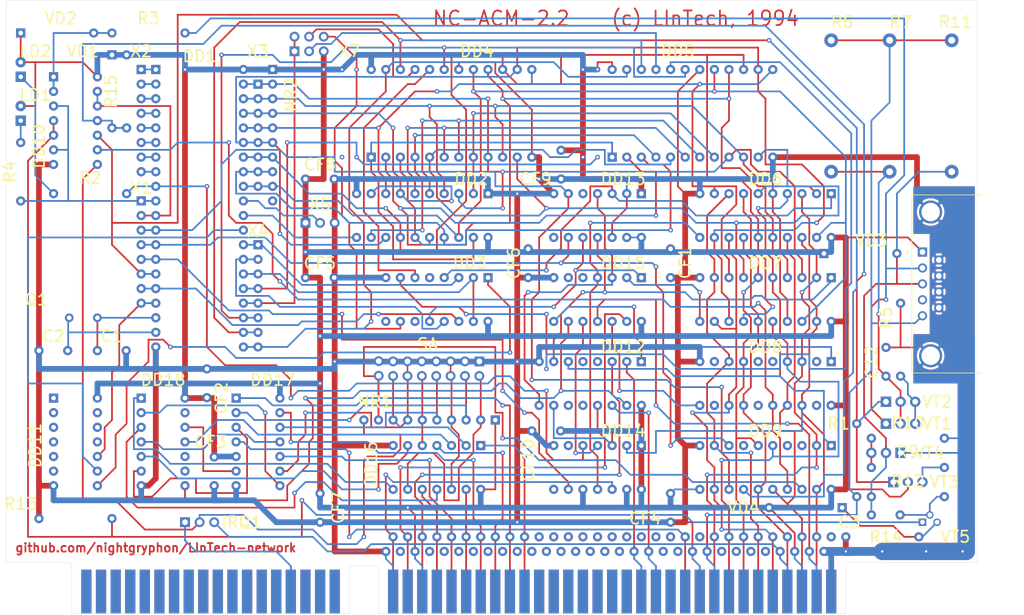
<source format=kicad_pcb>
(kicad_pcb (version 20171130) (host pcbnew "(5.1.9)-1")
  (title_block (title NC-ACM) (rev 2.2) (company LInTech) (comment 1 https://github.com/nightgryphon/LInTech-network) (comment 2 gryphon@night-gryphon.ru) (comment 3 "Reconstruction by Night_Gryphon") (comment 4 "LInTech GM"))
  (layers (0 F.Cu signal) (31 B.Cu signal) (34 B.Paste user hide) (35 F.Paste user hide) (36 B.SilkS user hide) (37 F.SilkS user) (38 B.Mask user hide) (39 F.Mask user hide) (44 Edge.Cuts user))
  (net 0 "")
  (net 1 "Net-(C1-Pad1)")
  (net 2 "Net-(C2-Pad2)")
  (net 3 GND)
  (net 4 MCU_P1-7)
  (net 5 MCU_P1-6)
  (net 6 MCU_P1-5)
  (net 7 MCU_P1-4)
  (net 8 MCU_P1-3)
  (net 9 MCU_P1-2)
  (net 10 MCU_P1-1)
  (net 11 MCU_P1-0)
  (net 12 "Net-(DD3-Pad5)")
  (net 13 "Net-(DD3-Pad11)")
  (net 14 "Net-(DD3-Pad9)")
  (net 15 "Net-(DD8-Pad19)")
  (net 16 "Net-(DD8-Pad9)")
  (net 17 "Net-(DD8-Pad6)")
  (net 18 "Net-(DD8-Pad15)")
  (net 19 "Net-(DD8-Pad5)")
  (net 20 "Net-(DD8-Pad12)")
  (net 21 "Net-(DD8-Pad2)")
  (net 22 "Net-(DD9-Pad7)")
  (net 23 "Net-(DD9-Pad4)")
  (net 24 "Net-(DD9-Pad3)")
  (net 25 "Net-(DD10-Pad4)")
  (net 26 "Net-(DD10-Pad1)")
  (net 27 "Net-(DD11-Pad13)")
  (net 28 "Net-(DD11-Pad6)")
  (net 29 "Net-(DD11-Pad12)")
  (net 30 "Net-(DD11-Pad5)")
  (net 31 "Net-(DD11-Pad11)")
  (net 32 "Net-(DD11-Pad4)")
  (net 33 "Net-(DD11-Pad3)")
  (net 34 "Net-(DD11-Pad2)")
  (net 35 "Net-(DD11-Pad1)")
  (net 36 "Net-(DD12-Pad15)")
  (net 37 "Net-(DD12-Pad5)")
  (net 38 "Net-(DD12-Pad12)")
  (net 39 "Net-(DD12-Pad4)")
  (net 40 "Net-(DD12-Pad11)")
  (net 41 "Net-(DD12-Pad1)")
  (net 42 "Net-(DD13-Pad8)")
  (net 43 "Net-(DD14-Pad6)")
  (net 44 "Net-(DD14-Pad8)")
  (net 45 "Net-(DD15-Pad6)")
  (net 46 "Net-(DD15-Pad5)")
  (net 47 "Net-(DD16-Pad11)")
  (net 48 "Net-(DD16-Pad3)")
  (net 49 "Net-(DD16-Pad8)")
  (net 50 "Net-(DD17-Pad6)")
  (net 51 "Net-(DD17-Pad11)")
  (net 52 "Net-(NR2-Pad10)")
  (net 53 ISA_BA0)
  (net 54 ISA_BA1)
  (net 55 ISA_BA2)
  (net 56 ISA_BA3)
  (net 57 ISA_BA4)
  (net 58 ISA_BA5)
  (net 59 ISA_BA6)
  (net 60 ISA_BA7)
  (net 61 ISA_BA8)
  (net 62 ISA_BA9)
  (net 63 "Net-(XA.1-Pad21)")
  (net 64 "Net-(XA.1-Pad20)")
  (net 65 "Net-(XA.1-Pad19)")
  (net 66 "Net-(XA.1-Pad18)")
  (net 67 "Net-(XA.1-Pad17)")
  (net 68 "Net-(XA.1-Pad16)")
  (net 69 "Net-(XA.1-Pad15)")
  (net 70 "Net-(XA.1-Pad14)")
  (net 71 "Net-(XA.1-Pad13)")
  (net 72 "Net-(XA.1-Pad12)")
  (net 73 ISA_AEN)
  (net 74 "Net-(XA.1-Pad10)")
  (net 75 ISA_DB0)
  (net 76 ISA_DB1)
  (net 77 ISA_DB2)
  (net 78 ISA_DB3)
  (net 79 ISA_DB4)
  (net 80 ISA_DB5)
  (net 81 ISA_DB6)
  (net 82 ISA_DB7)
  (net 83 "Net-(XA.1-Pad1)")
  (net 84 "Net-(XA.2-Pad30)")
  (net 85 "Net-(XA.2-Pad28)")
  (net 86 "Net-(XA.2-Pad27)")
  (net 87 "Net-(XA.2-Pad26)")
  (net 88 "Net-(XA.2-Pad25)")
  (net 89 "Net-(XA.2-Pad24)")
  (net 90 "Net-(XA.2-Pad23)")
  (net 91 "Net-(XA.2-Pad22)")
  (net 92 "Net-(XA.2-Pad21)")
  (net 93 "Net-(XA.2-Pad20)")
  (net 94 "Net-(XA.2-Pad19)")
  (net 95 "Net-(XA.2-Pad18)")
  (net 96 "Net-(XA.2-Pad17)")
  (net 97 "Net-(XA.2-Pad16)")
  (net 98 "Net-(XA.2-Pad15)")
  (net 99 ISA_IOR)
  (net 100 ISA_IOW)
  (net 101 "Net-(XA.2-Pad12)")
  (net 102 "Net-(XA.2-Pad11)")
  (net 103 +12V)
  (net 104 "Net-(XA.2-Pad8)")
  (net 105 "Net-(XA.2-Pad7)")
  (net 106 "Net-(XA.2-Pad6)")
  (net 107 "Net-(XA.2-Pad5)")
  (net 108 ISA_IRQ2)
  (net 109 +5V)
  (net 110 ISA_RESET)
  (net 111 "Net-(XL1-Pad4)")
  (net 112 ISA_D15)
  (net 113 ISA_D14)
  (net 114 ISA_D13)
  (net 115 ISA_D12)
  (net 116 ISA_D11)
  (net 117 ISA_D10)
  (net 118 ISA_D9)
  (net 119 ISA_D8)
  (net 120 ISA_MEMW)
  (net 121 ISA_MEMR)
  (net 122 ISA_LA17)
  (net 123 ISA_LA18)
  (net 124 ISA_LA19)
  (net 125 ISA_LA20)
  (net 126 ISA_LA21)
  (net 127 ISA_LA22)
  (net 128 ISA_LA23)
  (net 129 ISA_SBHE)
  (net 130 ISA_MASTER)
  (net 131 ISA_DRQ7)
  (net 132 ISA_DACK7)
  (net 133 ISA_DRQ6)
  (net 134 ISA_DACK6)
  (net 135 ISA_DRQ5)
  (net 136 ISA_DACK5)
  (net 137 ISA_DRQ0)
  (net 138 ISA_DACK0)
  (net 139 ISA_IRQ14)
  (net 140 ISA_IRQ15)
  (net 141 ISA_IRQ12)
  (net 142 ISA_IRQ11)
  (net 143 ISA_IRQ10)
  (net 144 ISA_IOCS16)
  (net 145 ISA_MEMCS16)
  (net 146 ISA_BA10)
  (net 147 ISA_BA11)
  (net 148 ISA_BA12)
  (net 149 ISA_BA13)
  (net 150 ISA_BA14)
  (net 151 ISA_BA15)
  (net 152 ISA_BA16)
  (net 153 ISA_BA17)
  (net 154 ISA_BA18)
  (net 155 ISA_BA19)
  (net 156 ISA_IO_READY)
  (net 157 ISA_IO)
  (net 158 ISA_OSC)
  (net 159 ISA_ALE)
  (net 160 ISA_TC)
  (net 161 ISA_DACK2)
  (net 162 ISA_IRQ3)
  (net 163 ISA_IRQ4)
  (net 164 ISA_IRQ5)
  (net 165 ISA_IRQ6)
  (net 166 ISA_IRQ7)
  (net 167 ISA_CLK)
  (net 168 ISA_REFRESH)
  (net 169 ISA_DRQ1)
  (net 170 ISA_DACK1)
  (net 171 ISA_DRQ3)
  (net 172 ISA_DACK3)
  (net 173 ISA_SMEMR)
  (net 174 ISA_SMEMW)
  (net 175 "Net-(XT0-Pad8)")
  (net 176 "Net-(XT0-Pad7)")
  (net 177 ISA_DRQ2)
  (net 178 "Net-(XT0-Pad5)")
  (net 179 SA1-8)
  (net 180 SA1-6)
  (net 181 SA1-4)
  (net 182 SA1-2)
  (net 183 SA1-1)
  (net 184 SA1-5)
  (net 185 SA1-7)
  (net 186 SA1-3)
  (net 187 IRQ)
  (net 188 "Net-(XT0-Pad80)")
  (net 189 "Net-(XT0-Pad78)")
  (net 190 MCU_AD0)
  (net 191 MCU_AD1)
  (net 192 MCU_AD2)
  (net 193 MCU_AD3)
  (net 194 MCU_AD4)
  (net 195 MCU_AD5)
  (net 196 MCU_AD6)
  (net 197 MCU_AD7)
  (net 198 RAM-A7)
  (net 199 RAM-A3)
  (net 200 RAM-A6)
  (net 201 RAM-A2)
  (net 202 RAM-A5)
  (net 203 RAM-A1)
  (net 204 RAM-A4)
  (net 205 RAM-A0)
  (net 206 MCU_ALE)
  (net 207 RAM-A10)
  (net 208 RAM-A9)
  (net 209 RAM-A8)
  (net 210 MCU_A15)
  (net 211 MCU_A14)
  (net 212 MCU_A13)
  (net 213 MCU_A12)
  (net 214 MCU_A11)
  (net 215 DD5-OE)
  (net 216 DD5-WE)
  (net 217 MCU_Int1)
  (net 218 MCU_Int0)
  (net 219 Port67_MCU_Read)
  (net 220 Port67_ISA_Read)
  (net 221 Port67_ISA_Write)
  (net 222 Port67_MCU_Write)
  (net 223 Port89_ISA_Read)
  (net 224 Port89_ISA_Write)
  (net 225 RAM_WE)
  (net 226 External_Code_Access)
  (net 227 MCU_RD)
  (net 228 MCU_WR)
  (net 229 "Net-(R3-Pad1)")
  (net 230 "Net-(LD1-Pad1)")
  (net 231 "Net-(LD2-Pad1)")
  (net 232 MCU_TXD)
  (net 233 MCU_RXD)
  (net 234 MCU_PSEN)
  (net 235 /PROM_RD)
  (net 236 /Port67_ISA_Write_p)
  (net 237 /Port67_MCU_Write_p)
  (net 238 /Port89_ISA_Write_p)
  (net 239 "Net-(R5-Pad1)")
  (net 240 "Net-(R9-Pad2)")
  (net 241 "Net-(R10-Pad1)")
  (net 242 "Net-(R14-Pad2)")
  (net 243 "Net-(C3-Pad2)")
  (net 244 "Net-(C3-Pad1)")
  (net 245 "Net-(C12-Pad1)")
  (net 246 RAM_Read)
  (net 247 RAM_Write)
  (net 248 /DD10_Out11)
  (net 249 /MCU_RST)
  (net 250 /nISA_RESET)
  (net 251 ISA_IRQ_EN_BIT)
  (net 252 "Net-(DD16-Pad6)")
  (net 253 "Net-(DD17-Pad3)")
  (net 254 "Net-(DD17-Pad8)")
  (net 255 MCU_P3-5)
  (net 256 MCU_P3-4)
  (net 257 "Net-(DD13-Pad5)")
  (module lib:TO-92S_Wide (layer F.Cu) (at 212.725 96.52)
    (fp_text reference VT2 (at 8.89 0) (layer F.SilkS) (effects (font (size 2 2) (thickness 0.3))))
    (fp_text value КТ315Б hide)
    (pad 1 thru_hole rect (at 0 0) (size 1.8 1.8) (drill 1) (layers *.Cu *.Mask) (net 248 /DD10_Out11))
    (pad 3 thru_hole circle (at 5.08 0) (size 1.8 1.8) (drill 1) (layers *.Cu *.Mask) (net 239 "Net-(R5-Pad1)"))
    (pad 2 thru_hole circle (at 2.54 0) (size 1.8 1.8) (drill 1) (layers *.Cu *.Mask) (net 245 "Net-(C12-Pad1)"))
  )
  (module lib:TO-92S_Wide (layer F.Cu) (at 213.995 110.49)
    (fp_text reference VT3 (at 8.89 0) (layer F.SilkS) (effects (font (size 2 2) (thickness 0.3))))
    (fp_text value КТ315Б hide)
    (pad 1 thru_hole rect (at 0 0) (size 1.8 1.8) (drill 1) (layers *.Cu *.Mask) (net 248 /DD10_Out11))
    (pad 3 thru_hole circle (at 5.08 0) (size 1.8 1.8) (drill 1) (layers *.Cu *.Mask) (net 240 "Net-(R9-Pad2)"))
    (pad 2 thru_hole circle (at 2.54 0) (size 1.8 1.8) (drill 1) (layers *.Cu *.Mask) (net 109 +5V))
  )
  (module lib:R_Axial_DIN0309_L9.0mm_D3.2mm_P12.70mm_Horizontal (layer F.Cu) (at 67.945 60.325)
    (fp_text reference R2 (at 6.35 -2.72) (layer F.SilkS) (effects (font (size 2 2) (thickness 0.3))))
    (fp_text value 1K)
    (pad 2 thru_hole oval (at 12.7 0) (size 1.6 1.6) (drill 0.8) (layers *.Cu *.Mask) (net 249 /MCU_RST))
    (pad 1 thru_hole circle (at 0 0) (size 1.6 1.6) (drill 0.8) (layers *.Cu *.Mask) (net 231 "Net-(LD2-Pad1)"))
  )
  (module lib:R_Axial_DIN0309_L9.0mm_D3.2mm_P12.70mm_Horizontal (layer F.Cu) (at 210.185 113.03)
    (fp_text reference R12 (at 6.35 -2.72) (layer F.SilkS) (effects (font (size 2 2) (thickness 0.3))))
    (fp_text value 3.3K)
    (pad 2 thru_hole oval (at 12.7 0) (size 1.6 1.6) (drill 0.8) (layers *.Cu *.Mask) (net 243 "Net-(C3-Pad2)"))
    (pad 1 thru_hole circle (at 0 0) (size 1.6 1.6) (drill 0.8) (layers *.Cu *.Mask) (net 244 "Net-(C3-Pad1)"))
  )
  (module lib:R_Axial_DIN0309_L9.0mm_D3.2mm_P12.70mm_Horizontal (layer F.Cu) (at 210.185 102.87)
    (fp_text reference R10 (at 6.35 -2.72) (layer F.SilkS) (effects (font (size 2 2) (thickness 0.3))))
    (fp_text value 150)
    (pad 2 thru_hole oval (at 12.7 0) (size 1.6 1.6) (drill 0.8) (layers *.Cu *.Mask) (net 3 GND))
    (pad 1 thru_hole circle (at 0 0) (size 1.6 1.6) (drill 0.8) (layers *.Cu *.Mask) (net 241 "Net-(R10-Pad1)"))
  )
  (module lib:R_Axial_DIN0309_L9.0mm_D3.2mm_P12.70mm_Horizontal (layer F.Cu) (at 210.185 107.95)
    (fp_text reference R9 (at 6.35 -2.72) (layer F.SilkS) (effects (font (size 2 2) (thickness 0.3))))
    (fp_text value 470)
    (pad 2 thru_hole oval (at 12.7 0) (size 1.6 1.6) (drill 0.8) (layers *.Cu *.Mask) (net 240 "Net-(R9-Pad2)"))
    (pad 1 thru_hole circle (at 0 0) (size 1.6 1.6) (drill 0.8) (layers *.Cu *.Mask) (net 241 "Net-(R10-Pad1)"))
  )
  (module lib:R_Axial_DIN0309_L9.0mm_D3.2mm_P12.70mm_Horizontal (layer F.Cu) (at 80.645 48.895 90)
    (fp_text reference R15 (at 6.35 -2.72 90) (layer F.SilkS) (effects (font (size 2 2) (thickness 0.3))))
    (fp_text value 4.9K)
    (pad 2 thru_hole oval (at 12.7 0 90) (size 1.6 1.6) (drill 0.8) (layers *.Cu *.Mask) (net 109 +5V))
    (pad 1 thru_hole circle (at 0 0 90) (size 1.6 1.6) (drill 0.8) (layers *.Cu *.Mask) (net 248 /DD10_Out11))
  )
  (module lib:R_Axial_DIN0309_L9.0mm_D3.2mm_P12.70mm_Horizontal (layer F.Cu) (at 205.74 120.015)
    (fp_text reference R14 (at 6.985 0) (layer F.SilkS) (effects (font (size 2 2) (thickness 0.3))))
    (fp_text value 47K)
    (pad 2 thru_hole oval (at 12.7 0) (size 1.6 1.6) (drill 0.8) (layers *.Cu *.Mask) (net 242 "Net-(R14-Pad2)"))
    (pad 1 thru_hole circle (at 0 0) (size 1.6 1.6) (drill 0.8) (layers *.Cu *.Mask) (net 3 GND))
  )
  (module lib:R_Axial_DIN0309_L9.0mm_D3.2mm_P12.70mm_Horizontal (layer F.Cu) (at 65.405 116.84)
    (fp_text reference R13 (at -3.175 -2.54) (layer F.SilkS) (effects (font (size 2 2) (thickness 0.3))))
    (fp_text value 470)
    (pad 2 thru_hole oval (at 12.7 0) (size 1.6 1.6) (drill 0.8) (layers *.Cu *.Mask) (net 25 "Net-(DD10-Pad4)"))
    (pad 1 thru_hole circle (at 0 0) (size 1.6 1.6) (drill 0.8) (layers *.Cu *.Mask) (net 3 GND))
  )
  (module lib:R_Axial_DIN0309_L9.0mm_D3.2mm_P12.70mm_Horizontal (layer F.Cu) (at 215.265 92.075 90)
    (fp_text reference R5 (at 10.16 -2.54 90) (layer F.SilkS) (effects (font (size 2 2) (thickness 0.3))))
    (fp_text value 150)
    (pad 2 thru_hole oval (at 12.7 0 90) (size 1.6 1.6) (drill 0.8) (layers *.Cu *.Mask) (net 3 GND))
    (pad 1 thru_hole circle (at 0 0 90) (size 1.6 1.6) (drill 0.8) (layers *.Cu *.Mask) (net 239 "Net-(R5-Pad1)"))
  )
  (module lib:R_Axial_DIN0309_L9.0mm_D3.2mm_P12.70mm_Horizontal (layer F.Cu) (at 90.805 32.385 180)
    (fp_text reference R3 (at 6.35 2.54) (layer F.SilkS) (effects (font (size 2 2) (thickness 0.3))))
    (fp_text value 470)
    (pad 2 thru_hole oval (at 12.7 0 180) (size 1.6 1.6) (drill 0.8) (layers *.Cu *.Mask) (net 26 "Net-(DD10-Pad1)"))
    (pad 1 thru_hole circle (at 0 0 180) (size 1.6 1.6) (drill 0.8) (layers *.Cu *.Mask) (net 229 "Net-(R3-Pad1)"))
  )
  (module lib:R_Axial_DIN0309_L9.0mm_D3.2mm_P12.70mm_Horizontal (layer F.Cu) (at 207.645 113.03 90)
    (fp_text reference R1 (at 12.7 -3.175 180) (layer F.SilkS) (effects (font (size 2 2) (thickness 0.3))))
    (fp_text value 3.3K)
    (pad 2 thru_hole oval (at 12.7 0 90) (size 1.6 1.6) (drill 0.8) (layers *.Cu *.Mask) (net 248 /DD10_Out11))
    (pad 1 thru_hole circle (at 0 0 90) (size 1.6 1.6) (drill 0.8) (layers *.Cu *.Mask) (net 103 +12V))
  )
  (module lib:PinHeader_1x08_P2.54mm_Vertical (layer F.Cu) (at 103.505 41.275)
    (fp_text reference X3 (at 0 -5.715) (layer F.SilkS) (effects (font (size 2 2) (thickness 0.3))))
    (fp_text value ~ hide)
    (pad 8 thru_hole oval (at 0 17.78) (size 1.6 1.6) (drill 0.8) (layers *.Cu *.Mask) (net 197 MCU_AD7))
    (pad 7 thru_hole oval (at 0 15.24) (size 1.6 1.6) (drill 0.8) (layers *.Cu *.Mask) (net 196 MCU_AD6))
    (pad 6 thru_hole oval (at 0 12.7) (size 1.6 1.6) (drill 0.8) (layers *.Cu *.Mask) (net 195 MCU_AD5))
    (pad 5 thru_hole oval (at 0 10.16) (size 1.6 1.6) (drill 0.8) (layers *.Cu *.Mask) (net 194 MCU_AD4))
    (pad 4 thru_hole oval (at 0 7.62) (size 1.6 1.6) (drill 0.8) (layers *.Cu *.Mask) (net 193 MCU_AD3))
    (pad 3 thru_hole oval (at 0 5.08) (size 1.6 1.6) (drill 0.8) (layers *.Cu *.Mask) (net 192 MCU_AD2))
    (pad 2 thru_hole oval (at 0 2.54) (size 1.6 1.6) (drill 0.8) (layers *.Cu *.Mask) (net 191 MCU_AD1))
    (pad 1 thru_hole rect (at 0 0) (size 1.6 1.6) (drill 0.8) (layers *.Cu *.Mask) (net 190 MCU_AD0))
  )
  (module lib:PinHeader_1x08_P2.54mm_Vertical (layer F.Cu) (at 103.505 69.215)
    (fp_text reference X4 (at 0 -2.33) (layer F.SilkS) (effects (font (size 2 2) (thickness 0.3))))
    (fp_text value ~ hide)
    (pad 8 thru_hole oval (at 0 17.78) (size 1.6 1.6) (drill 0.8) (layers *.Cu *.Mask) (net 209 RAM-A8))
    (pad 7 thru_hole oval (at 0 15.24) (size 1.6 1.6) (drill 0.8) (layers *.Cu *.Mask) (net 208 RAM-A9))
    (pad 6 thru_hole oval (at 0 12.7) (size 1.6 1.6) (drill 0.8) (layers *.Cu *.Mask) (net 207 RAM-A10))
    (pad 5 thru_hole oval (at 0 10.16) (size 1.6 1.6) (drill 0.8) (layers *.Cu *.Mask) (net 214 MCU_A11))
    (pad 4 thru_hole oval (at 0 7.62) (size 1.6 1.6) (drill 0.8) (layers *.Cu *.Mask) (net 213 MCU_A12))
    (pad 3 thru_hole oval (at 0 5.08) (size 1.6 1.6) (drill 0.8) (layers *.Cu *.Mask) (net 212 MCU_A13))
    (pad 2 thru_hole oval (at 0 2.54) (size 1.6 1.6) (drill 0.8) (layers *.Cu *.Mask) (net 211 MCU_A14))
    (pad 1 thru_hole rect (at 0 0) (size 1.6 1.6) (drill 0.8) (layers *.Cu *.Mask) (net 210 MCU_A15))
  )
  (module lib:PinHeader_1x08_P2.54mm_Vertical (layer F.Cu) (at 83.185 38.735)
    (fp_text reference X2 (at 0 -3.175) (layer F.SilkS) (effects (font (size 2 2) (thickness 0.3))))
    (fp_text value ~ hide)
    (pad 8 thru_hole oval (at 0 17.78) (size 1.6 1.6) (drill 0.8) (layers *.Cu *.Mask) (net 4 MCU_P1-7))
    (pad 7 thru_hole oval (at 0 15.24) (size 1.6 1.6) (drill 0.8) (layers *.Cu *.Mask) (net 5 MCU_P1-6))
    (pad 6 thru_hole oval (at 0 12.7) (size 1.6 1.6) (drill 0.8) (layers *.Cu *.Mask) (net 6 MCU_P1-5))
    (pad 5 thru_hole oval (at 0 10.16) (size 1.6 1.6) (drill 0.8) (layers *.Cu *.Mask) (net 7 MCU_P1-4))
    (pad 4 thru_hole oval (at 0 7.62) (size 1.6 1.6) (drill 0.8) (layers *.Cu *.Mask) (net 8 MCU_P1-3))
    (pad 3 thru_hole oval (at 0 5.08) (size 1.6 1.6) (drill 0.8) (layers *.Cu *.Mask) (net 9 MCU_P1-2))
    (pad 2 thru_hole oval (at 0 2.54) (size 1.6 1.6) (drill 0.8) (layers *.Cu *.Mask) (net 10 MCU_P1-1))
    (pad 1 thru_hole rect (at 0 0) (size 1.6 1.6) (drill 0.8) (layers *.Cu *.Mask) (net 11 MCU_P1-0))
  )
  (module lib:PinHeader_1x08_P2.54mm_Vertical (layer F.Cu) (at 83.185 61.595)
    (fp_text reference X1 (at 0 -2.33) (layer F.SilkS) (effects (font (size 2 2) (thickness 0.3))))
    (fp_text value ~ hide)
    (pad 8 thru_hole oval (at 0 17.78) (size 1.6 1.6) (drill 0.8) (layers *.Cu *.Mask) (net 227 MCU_RD))
    (pad 7 thru_hole oval (at 0 15.24) (size 1.6 1.6) (drill 0.8) (layers *.Cu *.Mask) (net 228 MCU_WR))
    (pad 6 thru_hole oval (at 0 12.7) (size 1.6 1.6) (drill 0.8) (layers *.Cu *.Mask) (net 255 MCU_P3-5))
    (pad 5 thru_hole oval (at 0 10.16) (size 1.6 1.6) (drill 0.8) (layers *.Cu *.Mask) (net 256 MCU_P3-4))
    (pad 4 thru_hole oval (at 0 7.62) (size 1.6 1.6) (drill 0.8) (layers *.Cu *.Mask) (net 217 MCU_Int1))
    (pad 3 thru_hole oval (at 0 5.08) (size 1.6 1.6) (drill 0.8) (layers *.Cu *.Mask) (net 218 MCU_Int0))
    (pad 2 thru_hole oval (at 0 2.54) (size 1.6 1.6) (drill 0.8) (layers *.Cu *.Mask) (net 232 MCU_TXD))
    (pad 1 thru_hole rect (at 0 0) (size 1.6 1.6) (drill 0.8) (layers *.Cu *.Mask) (net 233 MCU_RXD))
  )
  (module lib:PinHeader_1x31_P2.54mm_Vertical (layer F.Cu) (at 201.93 122.555 270)
    (fp_text reference XA.2 hide)
    (fp_text value ~ hide)
    (pad 31 thru_hole oval (at 0 76.2 270) (size 1.6 1.6) (drill 0.8) (layers *.Cu *.Mask) (net 3 GND))
    (pad 30 thru_hole oval (at 0 73.66 270) (size 1.6 1.6) (drill 0.8) (layers *.Cu *.Mask) (net 84 "Net-(XA.2-Pad30)"))
    (pad 29 thru_hole oval (at 0 71.12 270) (size 1.6 1.6) (drill 0.8) (layers *.Cu *.Mask) (net 109 +5V))
    (pad 28 thru_hole oval (at 0 68.58 270) (size 1.6 1.6) (drill 0.8) (layers *.Cu *.Mask) (net 85 "Net-(XA.2-Pad28)"))
    (pad 27 thru_hole oval (at 0 66.04 270) (size 1.6 1.6) (drill 0.8) (layers *.Cu *.Mask) (net 86 "Net-(XA.2-Pad27)"))
    (pad 26 thru_hole oval (at 0 63.5 270) (size 1.6 1.6) (drill 0.8) (layers *.Cu *.Mask) (net 87 "Net-(XA.2-Pad26)"))
    (pad 25 thru_hole oval (at 0 60.96 270) (size 1.6 1.6) (drill 0.8) (layers *.Cu *.Mask) (net 88 "Net-(XA.2-Pad25)"))
    (pad 24 thru_hole oval (at 0 58.42 270) (size 1.6 1.6) (drill 0.8) (layers *.Cu *.Mask) (net 89 "Net-(XA.2-Pad24)"))
    (pad 23 thru_hole oval (at 0 55.88 270) (size 1.6 1.6) (drill 0.8) (layers *.Cu *.Mask) (net 90 "Net-(XA.2-Pad23)"))
    (pad 22 thru_hole oval (at 0 53.34 270) (size 1.6 1.6) (drill 0.8) (layers *.Cu *.Mask) (net 91 "Net-(XA.2-Pad22)"))
    (pad 21 thru_hole oval (at 0 50.8 270) (size 1.6 1.6) (drill 0.8) (layers *.Cu *.Mask) (net 92 "Net-(XA.2-Pad21)"))
    (pad 20 thru_hole oval (at 0 48.26 270) (size 1.6 1.6) (drill 0.8) (layers *.Cu *.Mask) (net 93 "Net-(XA.2-Pad20)"))
    (pad 19 thru_hole oval (at 0 45.72 270) (size 1.6 1.6) (drill 0.8) (layers *.Cu *.Mask) (net 94 "Net-(XA.2-Pad19)"))
    (pad 18 thru_hole oval (at 0 43.18 270) (size 1.6 1.6) (drill 0.8) (layers *.Cu *.Mask) (net 95 "Net-(XA.2-Pad18)"))
    (pad 17 thru_hole oval (at 0 40.64 270) (size 1.6 1.6) (drill 0.8) (layers *.Cu *.Mask) (net 96 "Net-(XA.2-Pad17)"))
    (pad 16 thru_hole oval (at 0 38.1 270) (size 1.6 1.6) (drill 0.8) (layers *.Cu *.Mask) (net 97 "Net-(XA.2-Pad16)"))
    (pad 15 thru_hole oval (at 0 35.56 270) (size 1.6 1.6) (drill 0.8) (layers *.Cu *.Mask) (net 98 "Net-(XA.2-Pad15)"))
    (pad 14 thru_hole oval (at 0 33.02 270) (size 1.6 1.6) (drill 0.8) (layers *.Cu *.Mask) (net 99 ISA_IOR))
    (pad 13 thru_hole oval (at 0 30.48 270) (size 1.6 1.6) (drill 0.8) (layers *.Cu *.Mask) (net 100 ISA_IOW))
    (pad 12 thru_hole oval (at 0 27.94 270) (size 1.6 1.6) (drill 0.8) (layers *.Cu *.Mask) (net 101 "Net-(XA.2-Pad12)"))
    (pad 11 thru_hole oval (at 0 25.4 270) (size 1.6 1.6) (drill 0.8) (layers *.Cu *.Mask) (net 102 "Net-(XA.2-Pad11)"))
    (pad 10 thru_hole oval (at 0 22.86 270) (size 1.6 1.6) (drill 0.8) (layers *.Cu *.Mask) (net 3 GND))
    (pad 9 thru_hole oval (at 0 20.32 270) (size 1.6 1.6) (drill 0.8) (layers *.Cu *.Mask) (net 103 +12V))
    (pad 8 thru_hole oval (at 0 17.78 270) (size 1.6 1.6) (drill 0.8) (layers *.Cu *.Mask) (net 104 "Net-(XA.2-Pad8)"))
    (pad 7 thru_hole oval (at 0 15.24 270) (size 1.6 1.6) (drill 0.8) (layers *.Cu *.Mask) (net 105 "Net-(XA.2-Pad7)"))
    (pad 6 thru_hole oval (at 0 12.7 270) (size 1.6 1.6) (drill 0.8) (layers *.Cu *.Mask) (net 106 "Net-(XA.2-Pad6)"))
    (pad 5 thru_hole oval (at 0 10.16 270) (size 1.6 1.6) (drill 0.8) (layers *.Cu *.Mask) (net 107 "Net-(XA.2-Pad5)"))
    (pad 4 thru_hole oval (at 0 7.62 270) (size 1.6 1.6) (drill 0.8) (layers *.Cu *.Mask) (net 108 ISA_IRQ2))
    (pad 3 thru_hole oval (at 0 5.08 270) (size 1.6 1.6) (drill 0.8) (layers *.Cu *.Mask) (net 109 +5V))
    (pad 2 thru_hole oval (at 0 2.54 270) (size 1.6 1.6) (drill 0.8) (layers *.Cu *.Mask) (net 110 ISA_RESET))
    (pad 1 thru_hole circle (at 0 0 270) (size 1.6 1.6) (drill 0.8) (layers *.Cu *.Mask) (net 3 GND))
  )
  (module lib:PinHeader_1x31_P2.54mm_Vertical (layer F.Cu) (at 203.2 120.015 270)
    (fp_text reference XA.1 hide)
    (fp_text value ~ hide)
    (pad 31 thru_hole oval (at 0 76.2 270) (size 1.6 1.6) (drill 0.8) (layers *.Cu *.Mask) (net 53 ISA_BA0))
    (pad 30 thru_hole oval (at 0 73.66 270) (size 1.6 1.6) (drill 0.8) (layers *.Cu *.Mask) (net 54 ISA_BA1))
    (pad 29 thru_hole oval (at 0 71.12 270) (size 1.6 1.6) (drill 0.8) (layers *.Cu *.Mask) (net 55 ISA_BA2))
    (pad 28 thru_hole oval (at 0 68.58 270) (size 1.6 1.6) (drill 0.8) (layers *.Cu *.Mask) (net 56 ISA_BA3))
    (pad 27 thru_hole oval (at 0 66.04 270) (size 1.6 1.6) (drill 0.8) (layers *.Cu *.Mask) (net 57 ISA_BA4))
    (pad 26 thru_hole oval (at 0 63.5 270) (size 1.6 1.6) (drill 0.8) (layers *.Cu *.Mask) (net 58 ISA_BA5))
    (pad 25 thru_hole oval (at 0 60.96 270) (size 1.6 1.6) (drill 0.8) (layers *.Cu *.Mask) (net 59 ISA_BA6))
    (pad 24 thru_hole oval (at 0 58.42 270) (size 1.6 1.6) (drill 0.8) (layers *.Cu *.Mask) (net 60 ISA_BA7))
    (pad 23 thru_hole oval (at 0 55.88 270) (size 1.6 1.6) (drill 0.8) (layers *.Cu *.Mask) (net 61 ISA_BA8))
    (pad 22 thru_hole oval (at 0 53.34 270) (size 1.6 1.6) (drill 0.8) (layers *.Cu *.Mask) (net 62 ISA_BA9))
    (pad 21 thru_hole oval (at 0 50.8 270) (size 1.6 1.6) (drill 0.8) (layers *.Cu *.Mask) (net 63 "Net-(XA.1-Pad21)"))
    (pad 20 thru_hole oval (at 0 48.26 270) (size 1.6 1.6) (drill 0.8) (layers *.Cu *.Mask) (net 64 "Net-(XA.1-Pad20)"))
    (pad 19 thru_hole oval (at 0 45.72 270) (size 1.6 1.6) (drill 0.8) (layers *.Cu *.Mask) (net 65 "Net-(XA.1-Pad19)"))
    (pad 18 thru_hole oval (at 0 43.18 270) (size 1.6 1.6) (drill 0.8) (layers *.Cu *.Mask) (net 66 "Net-(XA.1-Pad18)"))
    (pad 17 thru_hole oval (at 0 40.64 270) (size 1.6 1.6) (drill 0.8) (layers *.Cu *.Mask) (net 67 "Net-(XA.1-Pad17)"))
    (pad 16 thru_hole oval (at 0 38.1 270) (size 1.6 1.6) (drill 0.8) (layers *.Cu *.Mask) (net 68 "Net-(XA.1-Pad16)"))
    (pad 15 thru_hole oval (at 0 35.56 270) (size 1.6 1.6) (drill 0.8) (layers *.Cu *.Mask) (net 69 "Net-(XA.1-Pad15)"))
    (pad 14 thru_hole oval (at 0 33.02 270) (size 1.6 1.6) (drill 0.8) (layers *.Cu *.Mask) (net 70 "Net-(XA.1-Pad14)"))
    (pad 13 thru_hole oval (at 0 30.48 270) (size 1.6 1.6) (drill 0.8) (layers *.Cu *.Mask) (net 71 "Net-(XA.1-Pad13)"))
    (pad 12 thru_hole oval (at 0 27.94 270) (size 1.6 1.6) (drill 0.8) (layers *.Cu *.Mask) (net 72 "Net-(XA.1-Pad12)"))
    (pad 11 thru_hole oval (at 0 25.4 270) (size 1.6 1.6) (drill 0.8) (layers *.Cu *.Mask) (net 73 ISA_AEN))
    (pad 10 thru_hole oval (at 0 22.86 270) (size 1.6 1.6) (drill 0.8) (layers *.Cu *.Mask) (net 74 "Net-(XA.1-Pad10)"))
    (pad 9 thru_hole oval (at 0 20.32 270) (size 1.6 1.6) (drill 0.8) (layers *.Cu *.Mask) (net 75 ISA_DB0))
    (pad 8 thru_hole oval (at 0 17.78 270) (size 1.6 1.6) (drill 0.8) (layers *.Cu *.Mask) (net 76 ISA_DB1))
    (pad 7 thru_hole oval (at 0 15.24 270) (size 1.6 1.6) (drill 0.8) (layers *.Cu *.Mask) (net 77 ISA_DB2))
    (pad 6 thru_hole oval (at 0 12.7 270) (size 1.6 1.6) (drill 0.8) (layers *.Cu *.Mask) (net 78 ISA_DB3))
    (pad 5 thru_hole oval (at 0 10.16 270) (size 1.6 1.6) (drill 0.8) (layers *.Cu *.Mask) (net 79 ISA_DB4))
    (pad 4 thru_hole oval (at 0 7.62 270) (size 1.6 1.6) (drill 0.8) (layers *.Cu *.Mask) (net 80 ISA_DB5))
    (pad 3 thru_hole oval (at 0 5.08 270) (size 1.6 1.6) (drill 0.8) (layers *.Cu *.Mask) (net 81 ISA_DB6))
    (pad 2 thru_hole oval (at 0 2.54 270) (size 1.6 1.6) (drill 0.8) (layers *.Cu *.Mask) (net 82 ISA_DB7))
    (pad 1 thru_hole circle (at 0 0 270) (size 1.6 1.6) (drill 0.8) (layers *.Cu *.Mask) (net 83 "Net-(XA.1-Pad1)"))
  )
  (module lib:LED_D4.0mm (layer F.Cu) (at 62.23 47.625 90)
    (fp_text reference LD1 (at 4.445 2.54 180) (layer F.SilkS) (effects (font (size 2 2) (thickness 0.3))))
    (fp_text value "LED Red 4mm")
    (pad 2 thru_hole circle (at 2.54 0 90) (size 1.8 1.8) (drill 0.8) (layers *.Cu *.Mask) (net 109 +5V))
    (pad 1 thru_hole rect (at 0 0 90) (size 1.8 1.8) (drill 0.8) (layers *.Cu *.Mask) (net 230 "Net-(LD1-Pad1)"))
  )
  (module lib:LED_D4.0mm (layer F.Cu) (at 62.23 40.005 90)
    (fp_text reference LD2 (at 4.445 2.54) (layer F.SilkS) (effects (font (size 2 2) (thickness 0.3))))
    (fp_text value "LED Red 4mm" hide)
    (pad 2 thru_hole circle (at 2.54 0 90) (size 1.8 1.8) (drill 0.8) (layers *.Cu *.Mask) (net 109 +5V))
    (pad 1 thru_hole rect (at 0 0 90) (size 1.8 1.8) (drill 0.8) (layers *.Cu *.Mask) (net 231 "Net-(LD2-Pad1)"))
  )
  (module lib:D_A-405_P12.70mm_Horizontal (layer F.Cu) (at 205.105 114.935 180)
    (fp_text reference VD4 (at 17.145 0) (layer F.SilkS) (effects (font (size 2 2) (thickness 0.3))))
    (fp_text value КД522Б)
    (pad 2 thru_hole oval (at 12.7 0 180) (size 1.6 1.6) (drill 0.8) (layers *.Cu *.Mask) (net 109 +5V))
    (pad 1 thru_hole rect (at 0 0 180) (size 1.6 1.6) (drill 0.8) (layers *.Cu *.Mask) (net 242 "Net-(R14-Pad2)"))
  )
  (module lib:D_A-405_P12.70mm_Horizontal (layer F.Cu) (at 78.105 36.195 270)
    (fp_text reference VD1 (at -0.635 5.08) (layer F.SilkS) (effects (font (size 2 2) (thickness 0.3))))
    (fp_text value КД522Б)
    (pad 2 thru_hole oval (at 12.7 0 270) (size 1.6 1.6) (drill 0.8) (layers *.Cu *.Mask) (net 248 /DD10_Out11))
    (pad 1 thru_hole rect (at 0 0 270) (size 1.6 1.6) (drill 0.8) (layers *.Cu *.Mask) (net 109 +5V))
  )
  (module lib:D_A-405_P12.70mm_Horizontal (layer F.Cu) (at 201.93 70.739)
    (fp_text reference VD3 (at 8.255 -2.2225) (layer F.SilkS) (effects (font (size 2 2) (thickness 0.3))))
    (fp_text value КД522Б)
    (pad 2 thru_hole oval (at 12.7 0) (size 1.6 1.6) (drill 0.8) (layers *.Cu *.Mask) (net 244 "Net-(C3-Pad1)"))
    (pad 1 thru_hole rect (at 0 0) (size 1.6 1.6) (drill 0.8) (layers *.Cu *.Mask) (net 109 +5V))
  )
  (module lib:D_A-405_P12.70mm_Horizontal (layer F.Cu) (at 62.23 32.385)
    (fp_text reference VD2 (at 6.985 -2.54) (layer F.SilkS) (effects (font (size 2 2) (thickness 0.3))))
    (fp_text value КД522Б)
    (pad 2 thru_hole oval (at 12.7 0) (size 1.6 1.6) (drill 0.8) (layers *.Cu *.Mask) (net 26 "Net-(DD10-Pad1)"))
    (pad 1 thru_hole rect (at 0 0) (size 1.6 1.6) (drill 0.8) (layers *.Cu *.Mask) (net 109 +5V))
  )
  (module lib:Jumper_P2.54mm_Open (layer F.Cu) (at 124.5 89.46)
    (fp_text reference SAjp8 hide)
    (fp_text value ~ hide)
    (pad 2 thru_hole circle (at 0 2.54) (size 1.7 1.7) (drill 1) (layers *.Cu *.Mask) (net 179 SA1-8))
    (pad 1 thru_hole circle (at 0 0) (size 1.7 1.7) (drill 1) (layers *.Cu *.Mask) (net 3 GND))
  )
  (module lib:Jumper_P2.54mm_Open (layer F.Cu) (at 127 89.5)
    (fp_text reference SAjp7 hide)
    (fp_text value ~ hide)
    (pad 2 thru_hole circle (at 0 2.54) (size 1.7 1.7) (drill 1) (layers *.Cu *.Mask) (net 185 SA1-7))
    (pad 1 thru_hole circle (at 0 0) (size 1.7 1.7) (drill 1) (layers *.Cu *.Mask) (net 3 GND))
  )
  (module lib:Jumper_P2.54mm_Close (layer F.Cu) (at 129.5 89.5)
    (fp_text reference SAjp6 hide)
    (fp_text value ~ hide)
    (fp_line (start 0 0.5) (end 0 2) (layer F.Cu) (width 0.25))
    (pad 2 thru_hole circle (at 0 2.54) (size 1.7 1.7) (drill 1) (layers *.Cu *.Mask) (net 180 SA1-6))
    (pad 1 thru_hole circle (at 0 0) (size 1.7 1.7) (drill 1) (layers *.Cu *.Mask) (net 3 GND))
  )
  (module lib:Jumper_P2.54mm_Open (layer F.Cu) (at 132 89.5)
    (fp_text reference SAjp5 hide)
    (fp_text value ~ hide)
    (pad 2 thru_hole circle (at 0 2.54) (size 1.7 1.7) (drill 1) (layers *.Cu *.Mask) (net 184 SA1-5))
    (pad 1 thru_hole circle (at 0 0) (size 1.7 1.7) (drill 1) (layers *.Cu *.Mask) (net 3 GND))
  )
  (module lib:Jumper_P2.54mm_Open (layer F.Cu) (at 134.5 89.5)
    (fp_text reference SAjp4 hide)
    (fp_text value ~ hide)
    (pad 2 thru_hole circle (at 0 2.54) (size 1.7 1.7) (drill 1) (layers *.Cu *.Mask) (net 181 SA1-4))
    (pad 1 thru_hole circle (at 0 0) (size 1.7 1.7) (drill 1) (layers *.Cu *.Mask) (net 3 GND))
  )
  (module lib:Jumper_P2.54mm_Close (layer F.Cu) (at 137 89.5)
    (fp_text reference SAjp3 hide)
    (fp_text value ~ hide)
    (fp_line (start 0 0.5) (end 0 2) (layer F.Cu) (width 0.25))
    (pad 2 thru_hole circle (at 0 2.54) (size 1.7 1.7) (drill 1) (layers *.Cu *.Mask) (net 186 SA1-3))
    (pad 1 thru_hole circle (at 0 0) (size 1.7 1.7) (drill 1) (layers *.Cu *.Mask) (net 3 GND))
  )
  (module lib:Jumper_P2.54mm_Open (layer F.Cu) (at 139.5 89.5)
    (fp_text reference SAjp2 hide)
    (fp_text value ~ hide)
    (pad 2 thru_hole circle (at 0 2.54) (size 1.7 1.7) (drill 1) (layers *.Cu *.Mask) (net 182 SA1-2))
    (pad 1 thru_hole circle (at 0 0) (size 1.7 1.7) (drill 1) (layers *.Cu *.Mask) (net 3 GND))
  )
  (module lib:Jumper_P2.54mm_Open (layer F.Cu) (at 142 89.5)
    (fp_text reference SAjp1 hide)
    (fp_text value ~ hide)
    (pad 2 thru_hole circle (at 0 2.54) (size 1.7 1.7) (drill 1) (layers *.Cu *.Mask) (net 183 SA1-1))
    (pad 1 thru_hole rect (at 0 0) (size 1.7 1.7) (drill 1) (layers *.Cu *.Mask) (net 3 GND))
  )
  (module Connector_PCBEdge:BUS_AT (layer F.Cu) (at 203.2 129.54)
    (fp_text reference XT0 hide)
    (fp_text value Bus_ISA_16bit hide)
    (pad 98 connect rect (at -129.54 0) (size 1.78 7.62) (layers F.Cu F.Mask) (net 112 ISA_D15))
    (pad 97 connect rect (at -127 0) (size 1.78 7.62) (layers F.Cu F.Mask) (net 113 ISA_D14))
    (pad 96 connect rect (at -124.46 0) (size 1.78 7.62) (layers F.Cu F.Mask) (net 114 ISA_D13))
    (pad 95 connect rect (at -121.92 0) (size 1.78 7.62) (layers F.Cu F.Mask) (net 115 ISA_D12))
    (pad 94 connect rect (at -119.38 0) (size 1.78 7.62) (layers F.Cu F.Mask) (net 116 ISA_D11))
    (pad 93 connect rect (at -116.84 0) (size 1.78 7.62) (layers F.Cu F.Mask) (net 117 ISA_D10))
    (pad 92 connect rect (at -114.3 0) (size 1.78 7.62) (layers F.Cu F.Mask) (net 118 ISA_D9))
    (pad 91 connect rect (at -111.76 0) (size 1.78 7.62) (layers F.Cu F.Mask) (net 119 ISA_D8))
    (pad 90 connect rect (at -109.22 0) (size 1.78 7.62) (layers F.Cu F.Mask) (net 120 ISA_MEMW))
    (pad 89 connect rect (at -106.68 0) (size 1.78 7.62) (layers F.Cu F.Mask) (net 121 ISA_MEMR))
    (pad 88 connect rect (at -104.14 0) (size 1.78 7.62) (layers F.Cu F.Mask) (net 122 ISA_LA17))
    (pad 87 connect rect (at -101.6 0) (size 1.78 7.62) (layers F.Cu F.Mask) (net 123 ISA_LA18))
    (pad 86 connect rect (at -99.06 0) (size 1.78 7.62) (layers F.Cu F.Mask) (net 124 ISA_LA19))
    (pad 85 connect rect (at -96.52 0) (size 1.78 7.62) (layers F.Cu F.Mask) (net 125 ISA_LA20))
    (pad 84 connect rect (at -93.98 0) (size 1.78 7.62) (layers F.Cu F.Mask) (net 126 ISA_LA21))
    (pad 83 connect rect (at -91.44 0) (size 1.78 7.62) (layers F.Cu F.Mask) (net 127 ISA_LA22))
    (pad 82 connect rect (at -88.9 0) (size 1.78 7.62) (layers F.Cu F.Mask) (net 128 ISA_LA23))
    (pad 81 connect rect (at -86.36 0) (size 1.78 7.62) (layers F.Cu F.Mask) (net 129 ISA_SBHE))
    (pad 80 connect rect (at -129.54 0) (size 1.78 7.62) (layers B.Cu B.Mask) (net 188 "Net-(XT0-Pad80)"))
    (pad 79 connect rect (at -127 0) (size 1.78 7.62) (layers B.Cu B.Mask) (net 130 ISA_MASTER))
    (pad 78 connect rect (at -124.46 0) (size 1.78 7.62) (layers B.Cu B.Mask) (net 189 "Net-(XT0-Pad78)"))
    (pad 77 connect rect (at -121.92 0) (size 1.78 7.62) (layers B.Cu B.Mask) (net 131 ISA_DRQ7))
    (pad 76 connect rect (at -119.38 0) (size 1.78 7.62) (layers B.Cu B.Mask) (net 132 ISA_DACK7))
    (pad 75 connect rect (at -116.84 0) (size 1.78 7.62) (layers B.Cu B.Mask) (net 133 ISA_DRQ6))
    (pad 74 connect rect (at -114.3 0) (size 1.78 7.62) (layers B.Cu B.Mask) (net 134 ISA_DACK6))
    (pad 73 connect rect (at -111.76 0) (size 1.78 7.62) (layers B.Cu B.Mask) (net 135 ISA_DRQ5))
    (pad 72 connect rect (at -109.22 0) (size 1.78 7.62) (layers B.Cu B.Mask) (net 136 ISA_DACK5))
    (pad 71 connect rect (at -106.68 0) (size 1.78 7.62) (layers B.Cu B.Mask) (net 137 ISA_DRQ0))
    (pad 70 connect rect (at -104.14 0) (size 1.78 7.62) (layers B.Cu B.Mask) (net 138 ISA_DACK0))
    (pad 69 connect rect (at -101.6 0) (size 1.78 7.62) (layers B.Cu B.Mask) (net 139 ISA_IRQ14))
    (pad 68 connect rect (at -99.06 0) (size 1.78 7.62) (layers B.Cu B.Mask) (net 140 ISA_IRQ15))
    (pad 67 connect rect (at -96.52 0) (size 1.78 7.62) (layers B.Cu B.Mask) (net 141 ISA_IRQ12))
    (pad 66 connect rect (at -93.98 0) (size 1.78 7.62) (layers B.Cu B.Mask) (net 142 ISA_IRQ11))
    (pad 65 connect rect (at -91.44 0) (size 1.78 7.62) (layers B.Cu B.Mask) (net 143 ISA_IRQ10))
    (pad 64 connect rect (at -88.9 0) (size 1.78 7.62) (layers B.Cu B.Mask) (net 144 ISA_IOCS16))
    (pad 63 connect rect (at -86.36 0) (size 1.78 7.62) (layers B.Cu B.Mask) (net 145 ISA_MEMCS16))
    (pad 62 connect rect (at -76.2 0) (size 1.78 7.62) (layers F.Cu F.Mask) (net 53 ISA_BA0))
    (pad 61 connect rect (at -73.66 0) (size 1.78 7.62) (layers F.Cu F.Mask) (net 54 ISA_BA1))
    (pad 60 connect rect (at -71.12 0) (size 1.78 7.62) (layers F.Cu F.Mask) (net 55 ISA_BA2))
    (pad 59 connect rect (at -68.58 0) (size 1.78 7.62) (layers F.Cu F.Mask) (net 56 ISA_BA3))
    (pad 58 connect rect (at -66.04 0) (size 1.78 7.62) (layers F.Cu F.Mask) (net 57 ISA_BA4))
    (pad 57 connect rect (at -63.5 0) (size 1.78 7.62) (layers F.Cu F.Mask) (net 58 ISA_BA5))
    (pad 56 connect rect (at -60.96 0) (size 1.78 7.62) (layers F.Cu F.Mask) (net 59 ISA_BA6))
    (pad 55 connect rect (at -58.42 0) (size 1.78 7.62) (layers F.Cu F.Mask) (net 60 ISA_BA7))
    (pad 54 connect rect (at -55.88 0) (size 1.78 7.62) (layers F.Cu F.Mask) (net 61 ISA_BA8))
    (pad 53 connect rect (at -53.34 0) (size 1.78 7.62) (layers F.Cu F.Mask) (net 62 ISA_BA9))
    (pad 52 connect rect (at -50.8 0) (size 1.78 7.62) (layers F.Cu F.Mask) (net 146 ISA_BA10))
    (pad 51 connect rect (at -48.26 0) (size 1.78 7.62) (layers F.Cu F.Mask) (net 147 ISA_BA11))
    (pad 50 connect rect (at -45.72 0) (size 1.78 7.62) (layers F.Cu F.Mask) (net 148 ISA_BA12))
    (pad 49 connect rect (at -43.18 0) (size 1.78 7.62) (layers F.Cu F.Mask) (net 149 ISA_BA13))
    (pad 48 connect rect (at -40.64 0) (size 1.78 7.62) (layers F.Cu F.Mask) (net 150 ISA_BA14))
    (pad 47 connect rect (at -38.1 0) (size 1.78 7.62) (layers F.Cu F.Mask) (net 151 ISA_BA15))
    (pad 46 connect rect (at -35.56 0) (size 1.78 7.62) (layers F.Cu F.Mask) (net 152 ISA_BA16))
    (pad 45 connect rect (at -33.02 0) (size 1.78 7.62) (layers F.Cu F.Mask) (net 153 ISA_BA17))
    (pad 44 connect rect (at -30.48 0) (size 1.78 7.62) (layers F.Cu F.Mask) (net 154 ISA_BA18))
    (pad 43 connect rect (at -27.94 0) (size 1.78 7.62) (layers F.Cu F.Mask) (net 155 ISA_BA19))
    (pad 42 connect rect (at -25.4 0) (size 1.78 7.62) (layers F.Cu F.Mask) (net 73 ISA_AEN))
    (pad 41 connect rect (at -22.86 0) (size 1.78 7.62) (layers F.Cu F.Mask) (net 156 ISA_IO_READY))
    (pad 40 connect rect (at -20.32 0) (size 1.78 7.62) (layers F.Cu F.Mask) (net 75 ISA_DB0))
    (pad 39 connect rect (at -17.78 0) (size 1.78 7.62) (layers F.Cu F.Mask) (net 76 ISA_DB1))
    (pad 38 connect rect (at -15.24 0) (size 1.78 7.62) (layers F.Cu F.Mask) (net 77 ISA_DB2))
    (pad 37 connect rect (at -12.7 0) (size 1.78 7.62) (layers F.Cu F.Mask) (net 78 ISA_DB3))
    (pad 36 connect rect (at -10.16 0) (size 1.78 7.62) (layers F.Cu F.Mask) (net 79 ISA_DB4))
    (pad 35 connect rect (at -7.62 0) (size 1.78 7.62) (layers F.Cu F.Mask) (net 80 ISA_DB5))
    (pad 34 connect rect (at -5.08 0) (size 1.78 7.62) (layers F.Cu F.Mask) (net 81 ISA_DB6))
    (pad 33 connect rect (at -2.54 0) (size 1.78 7.62) (layers F.Cu F.Mask) (net 82 ISA_DB7))
    (pad 32 connect rect (at 0 0) (size 1.78 7.62) (layers F.Cu F.Mask) (net 157 ISA_IO))
    (pad 31 connect rect (at -76.2 0) (size 1.78 7.62) (layers B.Cu B.Mask) (net 3 GND))
    (pad 30 connect rect (at -73.66 0) (size 1.78 7.62) (layers B.Cu B.Mask) (net 158 ISA_OSC))
    (pad 29 connect rect (at -71.12 0) (size 1.78 7.62) (layers B.Cu B.Mask) (net 109 +5V))
    (pad 28 connect rect (at -68.58 0) (size 1.78 7.62) (layers B.Cu B.Mask) (net 159 ISA_ALE))
    (pad 27 connect rect (at -66.04 0) (size 1.78 7.62) (layers B.Cu B.Mask) (net 160 ISA_TC))
    (pad 26 connect rect (at -63.5 0) (size 1.78 7.62) (layers B.Cu B.Mask) (net 161 ISA_DACK2))
    (pad 25 connect rect (at -60.96 0) (size 1.78 7.62) (layers B.Cu B.Mask) (net 162 ISA_IRQ3))
    (pad 24 connect rect (at -58.42 0) (size 1.78 7.62) (layers B.Cu B.Mask) (net 163 ISA_IRQ4))
    (pad 23 connect rect (at -55.88 0) (size 1.78 7.62) (layers B.Cu B.Mask) (net 164 ISA_IRQ5))
    (pad 22 connect rect (at -53.34 0) (size 1.78 7.62) (layers B.Cu B.Mask) (net 165 ISA_IRQ6))
    (pad 21 connect rect (at -50.8 0) (size 1.78 7.62) (layers B.Cu B.Mask) (net 166 ISA_IRQ7))
    (pad 20 connect rect (at -48.26 0) (size 1.78 7.62) (layers B.Cu B.Mask) (net 167 ISA_CLK))
    (pad 19 connect rect (at -45.72 0) (size 1.78 7.62) (layers B.Cu B.Mask) (net 168 ISA_REFRESH))
    (pad 18 connect rect (at -43.18 0) (size 1.78 7.62) (layers B.Cu B.Mask) (net 169 ISA_DRQ1))
    (pad 17 connect rect (at -40.64 0) (size 1.78 7.62) (layers B.Cu B.Mask) (net 170 ISA_DACK1))
    (pad 16 connect rect (at -38.1 0) (size 1.78 7.62) (layers B.Cu B.Mask) (net 171 ISA_DRQ3))
    (pad 15 connect rect (at -35.56 0) (size 1.78 7.62) (layers B.Cu B.Mask) (net 172 ISA_DACK3))
    (pad 14 connect rect (at -33.02 0) (size 1.78 7.62) (layers B.Cu B.Mask) (net 99 ISA_IOR))
    (pad 13 connect rect (at -30.48 0) (size 1.78 7.62) (layers B.Cu B.Mask) (net 100 ISA_IOW))
    (pad 12 connect rect (at -27.94 0) (size 1.78 7.62) (layers B.Cu B.Mask) (net 173 ISA_SMEMR))
    (pad 11 connect rect (at -25.4 0) (size 1.78 7.62) (layers B.Cu B.Mask) (net 174 ISA_SMEMW))
    (pad 10 connect rect (at -22.86 0) (size 1.78 7.62) (layers B.Cu B.Mask) (net 3 GND))
    (pad 9 connect rect (at -20.32 0) (size 1.78 7.62) (layers B.Cu B.Mask) (net 103 +12V))
    (pad 8 connect rect (at -17.78 0) (size 1.78 7.62) (layers B.Cu B.Mask) (net 175 "Net-(XT0-Pad8)"))
    (pad 7 connect rect (at -15.24 0) (size 1.78 7.62) (layers B.Cu B.Mask) (net 176 "Net-(XT0-Pad7)"))
    (pad 6 connect rect (at -12.7 0) (size 1.78 7.62) (layers B.Cu B.Mask) (net 177 ISA_DRQ2))
    (pad 5 connect rect (at -10.16 0) (size 1.78 7.62) (layers B.Cu B.Mask) (net 178 "Net-(XT0-Pad5)"))
    (pad 4 connect rect (at -7.62 0) (size 1.78 7.62) (layers B.Cu B.Mask) (net 108 ISA_IRQ2))
    (pad 3 connect rect (at -5.08 0) (size 1.78 7.62) (layers B.Cu B.Mask) (net 109 +5V))
    (pad 2 connect rect (at -2.54 0) (size 1.78 7.62) (layers B.Cu B.Mask) (net 110 ISA_RESET))
    (pad 1 connect rect (at 0 0) (size 1.78 7.62) (layers B.Cu B.Mask) (net 3 GND))
  )
  (module Package_TO_SOT_THT:TO-126-3_Vertical (layer F.Cu) (at 212.725 100.33)
    (fp_text reference VT1 (at 8.89 0) (layer F.SilkS) (effects (font (size 2 2) (thickness 0.3))))
    (fp_text value КТ646Б hide)
    (pad 3 thru_hole oval (at 5.08 0) (size 1.8 1.8) (drill 1) (layers *.Cu *.Mask) (net 239 "Net-(R5-Pad1)"))
    (pad 2 thru_hole oval (at 2.54 0) (size 1.8 1.8) (drill 1) (layers *.Cu *.Mask) (net 245 "Net-(C12-Pad1)"))
    (pad 1 thru_hole rect (at 0 0) (size 1.8 1.8) (drill 1) (layers *.Cu *.Mask) (net 229 "Net-(R3-Pad1)"))
  )
  (module Package_TO_SOT_THT:TO-126-3_Vertical (layer F.Cu) (at 215.265 105.41 180)
    (fp_text reference VT4 (at -5.08 0 180) (layer F.SilkS) (effects (font (size 2 2) (thickness 0.3))))
    (fp_text value КТ646Б hide)
    (pad 3 thru_hole oval (at 5.08 0 180) (size 1.8 1.8) (drill 1) (layers *.Cu *.Mask) (net 241 "Net-(R10-Pad1)"))
    (pad 2 thru_hole oval (at 2.54 0 180) (size 1.8 1.8) (drill 1) (layers *.Cu *.Mask) (net 244 "Net-(C3-Pad1)"))
    (pad 1 thru_hole rect (at 0 0 180) (size 1.8 1.8) (drill 1) (layers *.Cu *.Mask) (net 3 GND))
  )
  (module Package_TO_SOT_THT:TO-92 (layer F.Cu) (at 219.075 117.475)
    (fp_text reference VT5 (at 5.715 2.54) (layer F.SilkS) (effects (font (size 2 2) (thickness 0.3))))
    (fp_text value КТ313Б)
    (pad 1 thru_hole rect (at 0 0) (size 1.3 1.3) (drill 0.8) (layers *.Cu *.Mask) (net 25 "Net-(DD10-Pad4)"))
    (pad 3 thru_hole circle (at 2.54 0) (size 1.3 1.3) (drill 0.8) (layers *.Cu *.Mask) (net 242 "Net-(R14-Pad2)"))
    (pad 2 thru_hole circle (at 1.27 -1.27) (size 1.3 1.3) (drill 0.8) (layers *.Cu *.Mask) (net 243 "Net-(C3-Pad2)"))
  )
  (module Connector_PinHeader_2.54mm:PinHeader_1x03_P2.54mm_Vertical (layer F.Cu) (at 111.76 65.405 90)
    (fp_text reference X5 (at 3.175 2.54) (layer F.SilkS) (effects (font (size 2 2) (thickness 0.3))))
    (fp_text value ~ hide)
    (pad 3 thru_hole oval (at 0 5.08 90) (size 1.7 1.7) (drill 1) (layers *.Cu *.Mask) (net 3 GND))
    (pad 2 thru_hole oval (at 0 2.54 90) (size 1.7 1.7) (drill 1) (layers *.Cu *.Mask) (net 226 External_Code_Access))
    (pad 1 thru_hole rect (at 0 0 90) (size 1.7 1.7) (drill 1) (layers *.Cu *.Mask) (net 109 +5V))
  )
  (module Connector_PinHeader_2.54mm:PinHeader_2x03_P2.54mm_Vertical (layer F.Cu) (at 109.855 35.56 90)
    (fp_text reference X7 (at 0 9.525) (layer F.SilkS) (effects (font (size 2 2) (thickness 0.3))))
    (fp_text value Conn_02x03_Counter_Clockwise hide)
    (pad 6 thru_hole oval (at 2.54 5.08 90) (size 1.7 1.7) (drill 1) (layers *.Cu *.Mask) (net 247 RAM_Write))
    (pad 5 thru_hole oval (at 0 5.08 90) (size 1.7 1.7) (drill 1) (layers *.Cu *.Mask) (net 109 +5V))
    (pad 4 thru_hole oval (at 2.54 2.54 90) (size 1.7 1.7) (drill 1) (layers *.Cu *.Mask) (net 225 RAM_WE))
    (pad 3 thru_hole oval (at 0 2.54 90) (size 1.7 1.7) (drill 1) (layers *.Cu *.Mask) (net 216 DD5-WE))
    (pad 2 thru_hole oval (at 2.54 0 90) (size 1.7 1.7) (drill 1) (layers *.Cu *.Mask) (net 214 MCU_A11))
    (pad 1 thru_hole rect (at 0 0 90) (size 1.7 1.7) (drill 1) (layers *.Cu *.Mask) (net 214 MCU_A11))
  )
  (module Connector_PinHeader_2.54mm:PinHeader_1x03_P2.54mm_Vertical (layer F.Cu) (at 90.805 117.475 90)
    (fp_text reference IRQ1 (at -0.025 9.8425) (layer F.SilkS) (effects (font (size 2 2) (thickness 0.3))))
    (fp_text value ~ hide)
    (pad 3 thru_hole oval (at 0 5.08 90) (size 1.7 1.7) (drill 1) (layers *.Cu *.Mask) (net 108 ISA_IRQ2))
    (pad 2 thru_hole oval (at 0 2.54 90) (size 1.7 1.7) (drill 1) (layers *.Cu *.Mask) (net 187 IRQ))
    (pad 1 thru_hole rect (at 0 0 90) (size 1.7 1.7) (drill 1) (layers *.Cu *.Mask) (net 142 ISA_IRQ11))
  )
  (module lib:R_Axial_DIN0918_L18.0mm_D9.0mm_P22.86mm_Horizontal (layer F.Cu) (at 224.155 56.515 90)
    (fp_text reference R11 (at 26.035 0.635 180) (layer F.SilkS) (effects (font (size 2 2) (thickness 0.3))))
    (fp_text value K10)
    (pad 2 thru_hole oval (at 22.86 0 90) (size 2.4 2.4) (drill 1.2) (layers *.Cu *.Mask) (net 103 +12V))
    (pad 1 thru_hole circle (at 0 0 90) (size 2.4 2.4) (drill 1.2) (layers *.Cu *.Mask) (net 244 "Net-(C3-Pad1)"))
  )
  (module lib:R_Axial_DIN0918_L18.0mm_D9.0mm_P22.86mm_Horizontal (layer F.Cu) (at 213.36 56.515 90)
    (fp_text reference R7 (at 26.035 1.905 180) (layer F.SilkS) (effects (font (size 2 2) (thickness 0.3))))
    (fp_text value 91R)
    (pad 2 thru_hole oval (at 22.86 0 90) (size 2.4 2.4) (drill 1.2) (layers *.Cu *.Mask) (net 103 +12V))
    (pad 1 thru_hole circle (at 0 0 90) (size 2.4 2.4) (drill 1.2) (layers *.Cu *.Mask) (net 245 "Net-(C12-Pad1)"))
  )
  (module lib:R_Axial_DIN0918_L18.0mm_D9.0mm_P22.86mm_Horizontal (layer F.Cu) (at 203.2 56.515 90)
    (fp_text reference R6 (at 26.035 1.905 180) (layer F.SilkS) (effects (font (size 2 2) (thickness 0.3))))
    (fp_text value 91R)
    (pad 2 thru_hole oval (at 22.86 0 90) (size 2.4 2.4) (drill 1.2) (layers *.Cu *.Mask) (net 103 +12V))
    (pad 1 thru_hole circle (at 0 0 90) (size 2.4 2.4) (drill 1.2) (layers *.Cu *.Mask) (net 245 "Net-(C12-Pad1)"))
  )
  (module lib:R_Axial_DIN0207_L6.3mm_D2.5mm_P10.16mm_Horizontal (layer F.Cu) (at 62.23 51.435 270)
    (fp_text reference R4 (at 5.08 1.905 90) (layer F.SilkS) (effects (font (size 2 2) (thickness 0.3))))
    (fp_text value 1K)
    (pad 2 thru_hole oval (at 10.16 0 270) (size 1.6 1.6) (drill 0.8) (layers *.Cu *.Mask) (net 233 MCU_RXD))
    (pad 1 thru_hole circle (at 0 0 270) (size 1.6 1.6) (drill 0.8) (layers *.Cu *.Mask) (net 230 "Net-(LD1-Pad1)"))
  )
  (module Crystal:Crystal_HC18-U_Horizontal (layer F.Cu) (at 75.565 81.915 180)
    (fp_text reference Q1 (at 10.615 3.175) (layer F.SilkS) (effects (font (size 2 2) (thickness 0.3))))
    (fp_text value "12000 KHz")
    (pad 2 thru_hole circle (at 4.9 0 180) (size 1.5 1.5) (drill 0.8) (layers *.Cu *.Mask) (net 2 "Net-(C2-Pad2)"))
    (pad 1 thru_hole circle (at 0 0 180) (size 1.5 1.5) (drill 0.8) (layers *.Cu *.Mask) (net 1 "Net-(C1-Pad1)"))
  )
  (module Resistor_THT:R_Array_SIP10 (layer F.Cu) (at 106.045 38.735 270)
    (fp_text reference NR2 (at 4.445 -3.175 270) (layer F.SilkS) (effects (font (size 2 2) (thickness 0.3))))
    (fp_text value ~)
    (pad 10 thru_hole oval (at 22.86 0 270) (size 1.6 1.6) (drill 0.8) (layers *.Cu *.Mask) (net 52 "Net-(NR2-Pad10)"))
    (pad 9 thru_hole oval (at 20.32 0 270) (size 1.6 1.6) (drill 0.8) (layers *.Cu *.Mask) (net 197 MCU_AD7))
    (pad 8 thru_hole oval (at 17.78 0 270) (size 1.6 1.6) (drill 0.8) (layers *.Cu *.Mask) (net 196 MCU_AD6))
    (pad 7 thru_hole oval (at 15.24 0 270) (size 1.6 1.6) (drill 0.8) (layers *.Cu *.Mask) (net 195 MCU_AD5))
    (pad 6 thru_hole oval (at 12.7 0 270) (size 1.6 1.6) (drill 0.8) (layers *.Cu *.Mask) (net 194 MCU_AD4))
    (pad 5 thru_hole oval (at 10.16 0 270) (size 1.6 1.6) (drill 0.8) (layers *.Cu *.Mask) (net 193 MCU_AD3))
    (pad 4 thru_hole oval (at 7.62 0 270) (size 1.6 1.6) (drill 0.8) (layers *.Cu *.Mask) (net 192 MCU_AD2))
    (pad 3 thru_hole oval (at 5.08 0 270) (size 1.6 1.6) (drill 0.8) (layers *.Cu *.Mask) (net 191 MCU_AD1))
    (pad 2 thru_hole oval (at 2.54 0 270) (size 1.6 1.6) (drill 0.8) (layers *.Cu *.Mask) (net 190 MCU_AD0))
    (pad 1 thru_hole rect (at 0 0 270) (size 1.6 1.6) (drill 0.8) (layers *.Cu *.Mask) (net 109 +5V))
  )
  (module lib:C_Disc_D5.0mm_W2.5mm_P5.00mm (layer F.Cu) (at 75.565 87.63)
    (fp_text reference C1 (at 2.5 -2.5) (layer F.SilkS) (effects (font (size 2 2) (thickness 0.3))))
    (fp_text value 18pF hide)
    (pad 2 thru_hole circle (at 5 0) (size 1.6 1.6) (drill 0.8) (layers *.Cu *.Mask) (net 3 GND))
    (pad 1 thru_hole circle (at 0 0) (size 1.6 1.6) (drill 0.8) (layers *.Cu *.Mask) (net 1 "Net-(C1-Pad1)"))
  )
  (module lib:C_Disc_D5.0mm_W2.5mm_P5.00mm (layer F.Cu) (at 212.725 92.075 90)
    (fp_text reference C12 (at 2.5 -2.5 90) (layer F.SilkS) (effects (font (size 2 2) (thickness 0.3))))
    (fp_text value "0.15 мкФ")
    (pad 2 thru_hole circle (at 5 0 90) (size 1.6 1.6) (drill 0.8) (layers *.Cu *.Mask) (net 3 GND))
    (pad 1 thru_hole circle (at 0 0 90) (size 1.6 1.6) (drill 0.8) (layers *.Cu *.Mask) (net 245 "Net-(C12-Pad1)"))
  )
  (module lib:C_Disc_D5.0mm_W2.5mm_P5.00mm (layer F.Cu) (at 210.185 116.205)
    (fp_text reference C3 (at -3.81 1.27) (layer F.SilkS) (effects (font (size 2 2) (thickness 0.3))))
    (fp_text value "1нФ ?" hide)
    (pad 2 thru_hole circle (at 5 0) (size 1.6 1.6) (drill 0.8) (layers *.Cu *.Mask) (net 243 "Net-(C3-Pad2)"))
    (pad 1 thru_hole circle (at 0 0) (size 1.6 1.6) (drill 0.8) (layers *.Cu *.Mask) (net 244 "Net-(C3-Pad1)"))
  )
  (module lib:C_Disc_D5.0mm_W2.5mm_P5.00mm (layer F.Cu) (at 65.405 87.63)
    (fp_text reference C2 (at 2.5 -2.5) (layer F.SilkS) (effects (font (size 2 2) (thickness 0.3))))
    (fp_text value 18pF hide)
    (pad 2 thru_hole circle (at 5 0) (size 1.6 1.6) (drill 0.8) (layers *.Cu *.Mask) (net 2 "Net-(C2-Pad2)"))
    (pad 1 thru_hole circle (at 0 0) (size 1.6 1.6) (drill 0.8) (layers *.Cu *.Mask) (net 3 GND))
  )
  (module Resistor_THT:R_Array_SIP10 (layer F.Cu) (at 144.78 99.695 180)
    (fp_text reference NR1 (at 20.955 3.175 180) (layer F.SilkS) (effects (font (size 2 2) (thickness 0.3))))
    (fp_text value "3.3K ?")
    (pad 10 thru_hole oval (at 22.86 0 180) (size 1.6 1.6) (drill 0.8) (layers *.Cu *.Mask) (net 187 IRQ))
    (pad 9 thru_hole oval (at 20.32 0 180) (size 1.6 1.6) (drill 0.8) (layers *.Cu *.Mask) (net 179 SA1-8))
    (pad 8 thru_hole oval (at 17.78 0 180) (size 1.6 1.6) (drill 0.8) (layers *.Cu *.Mask) (net 185 SA1-7))
    (pad 7 thru_hole oval (at 15.24 0 180) (size 1.6 1.6) (drill 0.8) (layers *.Cu *.Mask) (net 180 SA1-6))
    (pad 6 thru_hole oval (at 12.7 0 180) (size 1.6 1.6) (drill 0.8) (layers *.Cu *.Mask) (net 184 SA1-5))
    (pad 5 thru_hole oval (at 10.16 0 180) (size 1.6 1.6) (drill 0.8) (layers *.Cu *.Mask) (net 181 SA1-4))
    (pad 4 thru_hole oval (at 7.62 0 180) (size 1.6 1.6) (drill 0.8) (layers *.Cu *.Mask) (net 186 SA1-3))
    (pad 3 thru_hole oval (at 5.08 0 180) (size 1.6 1.6) (drill 0.8) (layers *.Cu *.Mask) (net 182 SA1-2))
    (pad 2 thru_hole oval (at 2.54 0 180) (size 1.6 1.6) (drill 0.8) (layers *.Cu *.Mask) (net 183 SA1-1))
    (pad 1 thru_hole rect (at 0 0 180) (size 1.6 1.6) (drill 0.8) (layers *.Cu *.Mask) (net 109 +5V))
  )
  (module lib:DIP-40_W15.24mm (layer F.Cu) (at 85.725 38.735)
    (fp_text reference DD1 (at 7.62 -2.33) (layer F.SilkS) (effects (font (size 2 2) (thickness 0.3))))
    (fp_text value AT89C51-24PC)
    (pad 40 thru_hole oval (at 15.24 0) (size 1.6 1.6) (drill 0.8) (layers *.Cu *.Mask) (net 109 +5V))
    (pad 20 thru_hole oval (at 0 48.26) (size 1.6 1.6) (drill 0.8) (layers *.Cu *.Mask) (net 3 GND))
    (pad 39 thru_hole oval (at 15.24 2.54) (size 1.6 1.6) (drill 0.8) (layers *.Cu *.Mask) (net 190 MCU_AD0))
    (pad 19 thru_hole oval (at 0 45.72) (size 1.6 1.6) (drill 0.8) (layers *.Cu *.Mask) (net 2 "Net-(C2-Pad2)"))
    (pad 38 thru_hole oval (at 15.24 5.08) (size 1.6 1.6) (drill 0.8) (layers *.Cu *.Mask) (net 191 MCU_AD1))
    (pad 18 thru_hole oval (at 0 43.18) (size 1.6 1.6) (drill 0.8) (layers *.Cu *.Mask) (net 1 "Net-(C1-Pad1)"))
    (pad 37 thru_hole oval (at 15.24 7.62) (size 1.6 1.6) (drill 0.8) (layers *.Cu *.Mask) (net 192 MCU_AD2))
    (pad 17 thru_hole oval (at 0 40.64) (size 1.6 1.6) (drill 0.8) (layers *.Cu *.Mask) (net 227 MCU_RD))
    (pad 36 thru_hole oval (at 15.24 10.16) (size 1.6 1.6) (drill 0.8) (layers *.Cu *.Mask) (net 193 MCU_AD3))
    (pad 16 thru_hole oval (at 0 38.1) (size 1.6 1.6) (drill 0.8) (layers *.Cu *.Mask) (net 228 MCU_WR))
    (pad 35 thru_hole oval (at 15.24 12.7) (size 1.6 1.6) (drill 0.8) (layers *.Cu *.Mask) (net 194 MCU_AD4))
    (pad 15 thru_hole oval (at 0 35.56) (size 1.6 1.6) (drill 0.8) (layers *.Cu *.Mask) (net 255 MCU_P3-5))
    (pad 34 thru_hole oval (at 15.24 15.24) (size 1.6 1.6) (drill 0.8) (layers *.Cu *.Mask) (net 195 MCU_AD5))
    (pad 14 thru_hole oval (at 0 33.02) (size 1.6 1.6) (drill 0.8) (layers *.Cu *.Mask) (net 256 MCU_P3-4))
    (pad 33 thru_hole oval (at 15.24 17.78) (size 1.6 1.6) (drill 0.8) (layers *.Cu *.Mask) (net 196 MCU_AD6))
    (pad 13 thru_hole oval (at 0 30.48) (size 1.6 1.6) (drill 0.8) (layers *.Cu *.Mask) (net 217 MCU_Int1))
    (pad 32 thru_hole oval (at 15.24 20.32) (size 1.6 1.6) (drill 0.8) (layers *.Cu *.Mask) (net 197 MCU_AD7))
    (pad 12 thru_hole oval (at 0 27.94) (size 1.6 1.6) (drill 0.8) (layers *.Cu *.Mask) (net 218 MCU_Int0))
    (pad 31 thru_hole oval (at 15.24 22.86) (size 1.6 1.6) (drill 0.8) (layers *.Cu *.Mask) (net 226 External_Code_Access))
    (pad 11 thru_hole oval (at 0 25.4) (size 1.6 1.6) (drill 0.8) (layers *.Cu *.Mask) (net 232 MCU_TXD))
    (pad 30 thru_hole oval (at 15.24 25.4) (size 1.6 1.6) (drill 0.8) (layers *.Cu *.Mask) (net 206 MCU_ALE))
    (pad 10 thru_hole oval (at 0 22.86) (size 1.6 1.6) (drill 0.8) (layers *.Cu *.Mask) (net 233 MCU_RXD))
    (pad 29 thru_hole oval (at 15.24 27.94) (size 1.6 1.6) (drill 0.8) (layers *.Cu *.Mask) (net 234 MCU_PSEN))
    (pad 9 thru_hole oval (at 0 20.32) (size 1.6 1.6) (drill 0.8) (layers *.Cu *.Mask) (net 249 /MCU_RST))
    (pad 28 thru_hole oval (at 15.24 30.48) (size 1.6 1.6) (drill 0.8) (layers *.Cu *.Mask) (net 210 MCU_A15))
    (pad 8 thru_hole oval (at 0 17.78) (size 1.6 1.6) (drill 0.8) (layers *.Cu *.Mask) (net 4 MCU_P1-7))
    (pad 27 thru_hole oval (at 15.24 33.02) (size 1.6 1.6) (drill 0.8) (layers *.Cu *.Mask) (net 211 MCU_A14))
    (pad 7 thru_hole oval (at 0 15.24) (size 1.6 1.6) (drill 0.8) (layers *.Cu *.Mask) (net 5 MCU_P1-6))
    (pad 26 thru_hole oval (at 15.24 35.56) (size 1.6 1.6) (drill 0.8) (layers *.Cu *.Mask) (net 212 MCU_A13))
    (pad 6 thru_hole oval (at 0 12.7) (size 1.6 1.6) (drill 0.8) (layers *.Cu *.Mask) (net 6 MCU_P1-5))
    (pad 25 thru_hole oval (at 15.24 38.1) (size 1.6 1.6) (drill 0.8) (layers *.Cu *.Mask) (net 213 MCU_A12))
    (pad 5 thru_hole oval (at 0 10.16) (size 1.6 1.6) (drill 0.8) (layers *.Cu *.Mask) (net 7 MCU_P1-4))
    (pad 24 thru_hole oval (at 15.24 40.64) (size 1.6 1.6) (drill 0.8) (layers *.Cu *.Mask) (net 214 MCU_A11))
    (pad 4 thru_hole oval (at 0 7.62) (size 1.6 1.6) (drill 0.8) (layers *.Cu *.Mask) (net 8 MCU_P1-3))
    (pad 23 thru_hole oval (at 15.24 43.18) (size 1.6 1.6) (drill 0.8) (layers *.Cu *.Mask) (net 207 RAM-A10))
    (pad 3 thru_hole oval (at 0 5.08) (size 1.6 1.6) (drill 0.8) (layers *.Cu *.Mask) (net 9 MCU_P1-2))
    (pad 22 thru_hole oval (at 15.24 45.72) (size 1.6 1.6) (drill 0.8) (layers *.Cu *.Mask) (net 208 RAM-A9))
    (pad 2 thru_hole oval (at 0 2.54) (size 1.6 1.6) (drill 0.8) (layers *.Cu *.Mask) (net 10 MCU_P1-1))
    (pad 21 thru_hole oval (at 15.24 48.26) (size 1.6 1.6) (drill 0.8) (layers *.Cu *.Mask) (net 209 RAM-A8))
    (pad 1 thru_hole rect (at 0 0) (size 1.6 1.6) (drill 0.8) (layers *.Cu *.Mask) (net 11 MCU_P1-0))
  )
  (module lib:DIP-24_W15.24mm_Socket (layer F.Cu) (at 165.1 53.975 90)
    (fp_text reference DD5 (at 18.415 11.43 180) (layer F.SilkS) (effects (font (size 2 2) (thickness 0.3))))
    (fp_text value "Socket DIP24")
    (pad 24 thru_hole oval (at 15.24 0 90) (size 1.6 1.6) (drill 0.8) (layers *.Cu *.Mask) (net 109 +5V))
    (pad 12 thru_hole oval (at 0 27.94 90) (size 1.6 1.6) (drill 0.8) (layers *.Cu *.Mask) (net 3 GND))
    (pad 23 thru_hole oval (at 15.24 2.54 90) (size 1.6 1.6) (drill 0.8) (layers *.Cu *.Mask) (net 209 RAM-A8))
    (pad 11 thru_hole oval (at 0 25.4 90) (size 1.6 1.6) (drill 0.8) (layers *.Cu *.Mask) (net 192 MCU_AD2))
    (pad 22 thru_hole oval (at 15.24 5.08 90) (size 1.6 1.6) (drill 0.8) (layers *.Cu *.Mask) (net 208 RAM-A9))
    (pad 10 thru_hole oval (at 0 22.86 90) (size 1.6 1.6) (drill 0.8) (layers *.Cu *.Mask) (net 191 MCU_AD1))
    (pad 21 thru_hole oval (at 15.24 7.62 90) (size 1.6 1.6) (drill 0.8) (layers *.Cu *.Mask) (net 216 DD5-WE))
    (pad 9 thru_hole oval (at 0 20.32 90) (size 1.6 1.6) (drill 0.8) (layers *.Cu *.Mask) (net 190 MCU_AD0))
    (pad 20 thru_hole oval (at 15.24 10.16 90) (size 1.6 1.6) (drill 0.8) (layers *.Cu *.Mask) (net 215 DD5-OE))
    (pad 8 thru_hole oval (at 0 17.78 90) (size 1.6 1.6) (drill 0.8) (layers *.Cu *.Mask) (net 205 RAM-A0))
    (pad 19 thru_hole oval (at 15.24 12.7 90) (size 1.6 1.6) (drill 0.8) (layers *.Cu *.Mask) (net 207 RAM-A10))
    (pad 7 thru_hole oval (at 0 15.24 90) (size 1.6 1.6) (drill 0.8) (layers *.Cu *.Mask) (net 203 RAM-A1))
    (pad 18 thru_hole oval (at 15.24 15.24 90) (size 1.6 1.6) (drill 0.8) (layers *.Cu *.Mask) (net 3 GND))
    (pad 6 thru_hole oval (at 0 12.7 90) (size 1.6 1.6) (drill 0.8) (layers *.Cu *.Mask) (net 201 RAM-A2))
    (pad 17 thru_hole oval (at 15.24 17.78 90) (size 1.6 1.6) (drill 0.8) (layers *.Cu *.Mask) (net 197 MCU_AD7))
    (pad 5 thru_hole oval (at 0 10.16 90) (size 1.6 1.6) (drill 0.8) (layers *.Cu *.Mask) (net 199 RAM-A3))
    (pad 16 thru_hole oval (at 15.24 20.32 90) (size 1.6 1.6) (drill 0.8) (layers *.Cu *.Mask) (net 196 MCU_AD6))
    (pad 4 thru_hole oval (at 0 7.62 90) (size 1.6 1.6) (drill 0.8) (layers *.Cu *.Mask) (net 204 RAM-A4))
    (pad 15 thru_hole oval (at 15.24 22.86 90) (size 1.6 1.6) (drill 0.8) (layers *.Cu *.Mask) (net 195 MCU_AD5))
    (pad 3 thru_hole oval (at 0 5.08 90) (size 1.6 1.6) (drill 0.8) (layers *.Cu *.Mask) (net 202 RAM-A5))
    (pad 14 thru_hole oval (at 15.24 25.4 90) (size 1.6 1.6) (drill 0.8) (layers *.Cu *.Mask) (net 194 MCU_AD4))
    (pad 2 thru_hole oval (at 0 2.54 90) (size 1.6 1.6) (drill 0.8) (layers *.Cu *.Mask) (net 200 RAM-A6))
    (pad 13 thru_hole oval (at 15.24 27.94 90) (size 1.6 1.6) (drill 0.8) (layers *.Cu *.Mask) (net 193 MCU_AD3))
    (pad 1 thru_hole rect (at 0 0 90) (size 1.6 1.6) (drill 0.8) (layers *.Cu *.Mask) (net 198 RAM-A7))
  )
  (module lib:DIP-24_W15.24mm (layer F.Cu) (at 123.19 53.975 90)
    (fp_text reference DD4 (at 18.415 18.415 180) (layer F.SilkS) (effects (font (size 2 2) (thickness 0.3))))
    (fp_text value 573RU10)
    (pad 24 thru_hole oval (at 15.24 0 90) (size 1.6 1.6) (drill 0.8) (layers *.Cu *.Mask) (net 109 +5V))
    (pad 12 thru_hole oval (at 0 27.94 90) (size 1.6 1.6) (drill 0.8) (layers *.Cu *.Mask) (net 3 GND))
    (pad 23 thru_hole oval (at 15.24 2.54 90) (size 1.6 1.6) (drill 0.8) (layers *.Cu *.Mask) (net 209 RAM-A8))
    (pad 11 thru_hole oval (at 0 25.4 90) (size 1.6 1.6) (drill 0.8) (layers *.Cu *.Mask) (net 192 MCU_AD2))
    (pad 22 thru_hole oval (at 15.24 5.08 90) (size 1.6 1.6) (drill 0.8) (layers *.Cu *.Mask) (net 208 RAM-A9))
    (pad 10 thru_hole oval (at 0 22.86 90) (size 1.6 1.6) (drill 0.8) (layers *.Cu *.Mask) (net 191 MCU_AD1))
    (pad 21 thru_hole oval (at 15.24 7.62 90) (size 1.6 1.6) (drill 0.8) (layers *.Cu *.Mask) (net 225 RAM_WE))
    (pad 9 thru_hole oval (at 0 20.32 90) (size 1.6 1.6) (drill 0.8) (layers *.Cu *.Mask) (net 190 MCU_AD0))
    (pad 20 thru_hole oval (at 15.24 10.16 90) (size 1.6 1.6) (drill 0.8) (layers *.Cu *.Mask) (net 246 RAM_Read))
    (pad 8 thru_hole oval (at 0 17.78 90) (size 1.6 1.6) (drill 0.8) (layers *.Cu *.Mask) (net 205 RAM-A0))
    (pad 19 thru_hole oval (at 15.24 12.7 90) (size 1.6 1.6) (drill 0.8) (layers *.Cu *.Mask) (net 207 RAM-A10))
    (pad 7 thru_hole oval (at 0 15.24 90) (size 1.6 1.6) (drill 0.8) (layers *.Cu *.Mask) (net 203 RAM-A1))
    (pad 18 thru_hole oval (at 15.24 15.24 90) (size 1.6 1.6) (drill 0.8) (layers *.Cu *.Mask) (net 3 GND))
    (pad 6 thru_hole oval (at 0 12.7 90) (size 1.6 1.6) (drill 0.8) (layers *.Cu *.Mask) (net 201 RAM-A2))
    (pad 17 thru_hole oval (at 15.24 17.78 90) (size 1.6 1.6) (drill 0.8) (layers *.Cu *.Mask) (net 197 MCU_AD7))
    (pad 5 thru_hole oval (at 0 10.16 90) (size 1.6 1.6) (drill 0.8) (layers *.Cu *.Mask) (net 199 RAM-A3))
    (pad 16 thru_hole oval (at 15.24 20.32 90) (size 1.6 1.6) (drill 0.8) (layers *.Cu *.Mask) (net 196 MCU_AD6))
    (pad 4 thru_hole oval (at 0 7.62 90) (size 1.6 1.6) (drill 0.8) (layers *.Cu *.Mask) (net 204 RAM-A4))
    (pad 15 thru_hole oval (at 15.24 22.86 90) (size 1.6 1.6) (drill 0.8) (layers *.Cu *.Mask) (net 195 MCU_AD5))
    (pad 3 thru_hole oval (at 0 5.08 90) (size 1.6 1.6) (drill 0.8) (layers *.Cu *.Mask) (net 202 RAM-A5))
    (pad 14 thru_hole oval (at 15.24 25.4 90) (size 1.6 1.6) (drill 0.8) (layers *.Cu *.Mask) (net 194 MCU_AD4))
    (pad 2 thru_hole oval (at 0 2.54 90) (size 1.6 1.6) (drill 0.8) (layers *.Cu *.Mask) (net 200 RAM-A6))
    (pad 13 thru_hole oval (at 15.24 27.94 90) (size 1.6 1.6) (drill 0.8) (layers *.Cu *.Mask) (net 193 MCU_AD3))
    (pad 1 thru_hole rect (at 0 0 90) (size 1.6 1.6) (drill 0.8) (layers *.Cu *.Mask) (net 198 RAM-A7))
  )
  (module lib:DIP-16_W7.62mm (layer F.Cu) (at 170.18 89.535 270)
    (fp_text reference DD12 (at -2.54 3.175 180) (layer F.SilkS) (effects (font (size 2 2) (thickness 0.3))))
    (fp_text value 1533ID4)
    (pad 16 thru_hole oval (at 7.62 0 270) (size 1.6 1.6) (drill 0.8) (layers *.Cu *.Mask) (net 109 +5V))
    (pad 8 thru_hole oval (at 0 17.78 270) (size 1.6 1.6) (drill 0.8) (layers *.Cu *.Mask) (net 3 GND))
    (pad 15 thru_hole oval (at 7.62 2.54 270) (size 1.6 1.6) (drill 0.8) (layers *.Cu *.Mask) (net 36 "Net-(DD12-Pad15)"))
    (pad 7 thru_hole oval (at 0 15.24 270) (size 1.6 1.6) (drill 0.8) (layers *.Cu *.Mask) (net 220 Port67_ISA_Read))
    (pad 14 thru_hole oval (at 7.62 5.08 270) (size 1.6 1.6) (drill 0.8) (layers *.Cu *.Mask) (net 100 ISA_IOW))
    (pad 6 thru_hole oval (at 0 12.7 270) (size 1.6 1.6) (drill 0.8) (layers *.Cu *.Mask) (net 223 Port89_ISA_Read))
    (pad 13 thru_hole oval (at 7.62 7.62 270) (size 1.6 1.6) (drill 0.8) (layers *.Cu *.Mask) (net 54 ISA_BA1))
    (pad 5 thru_hole oval (at 0 10.16 270) (size 1.6 1.6) (drill 0.8) (layers *.Cu *.Mask) (net 37 "Net-(DD12-Pad5)"))
    (pad 12 thru_hole oval (at 7.62 10.16 270) (size 1.6 1.6) (drill 0.8) (layers *.Cu *.Mask) (net 38 "Net-(DD12-Pad12)"))
    (pad 4 thru_hole oval (at 0 7.62 270) (size 1.6 1.6) (drill 0.8) (layers *.Cu *.Mask) (net 39 "Net-(DD12-Pad4)"))
    (pad 11 thru_hole oval (at 7.62 12.7 270) (size 1.6 1.6) (drill 0.8) (layers *.Cu *.Mask) (net 40 "Net-(DD12-Pad11)"))
    (pad 3 thru_hole oval (at 0 5.08 270) (size 1.6 1.6) (drill 0.8) (layers *.Cu *.Mask) (net 55 ISA_BA2))
    (pad 10 thru_hole oval (at 7.62 15.24 270) (size 1.6 1.6) (drill 0.8) (layers *.Cu *.Mask) (net 224 Port89_ISA_Write))
    (pad 2 thru_hole oval (at 0 2.54 270) (size 1.6 1.6) (drill 0.8) (layers *.Cu *.Mask) (net 99 ISA_IOR))
    (pad 9 thru_hole oval (at 7.62 17.78 270) (size 1.6 1.6) (drill 0.8) (layers *.Cu *.Mask) (net 221 Port67_ISA_Write))
    (pad 1 thru_hole rect (at 0 0 270) (size 1.6 1.6) (drill 0.8) (layers *.Cu *.Mask) (net 41 "Net-(DD12-Pad1)"))
  )
  (module lib:DIP-16_W7.62mm (layer F.Cu) (at 143.51 74.93 270)
    (fp_text reference DD3 (at -2.54 3.175 180) (layer F.SilkS) (effects (font (size 2 2) (thickness 0.3))))
    (fp_text value 1533ID4)
    (pad 16 thru_hole oval (at 7.62 0 270) (size 1.6 1.6) (drill 0.8) (layers *.Cu *.Mask) (net 109 +5V))
    (pad 8 thru_hole oval (at 0 17.78 270) (size 1.6 1.6) (drill 0.8) (layers *.Cu *.Mask) (net 3 GND))
    (pad 15 thru_hole oval (at 7.62 2.54 270) (size 1.6 1.6) (drill 0.8) (layers *.Cu *.Mask) (net 212 MCU_A13))
    (pad 7 thru_hole oval (at 0 15.24 270) (size 1.6 1.6) (drill 0.8) (layers *.Cu *.Mask) (net 215 DD5-OE))
    (pad 14 thru_hole oval (at 7.62 5.08 270) (size 1.6 1.6) (drill 0.8) (layers *.Cu *.Mask) (net 228 MCU_WR))
    (pad 6 thru_hole oval (at 0 12.7 270) (size 1.6 1.6) (drill 0.8) (layers *.Cu *.Mask) (net 246 RAM_Read))
    (pad 13 thru_hole oval (at 7.62 7.62 270) (size 1.6 1.6) (drill 0.8) (layers *.Cu *.Mask) (net 211 MCU_A14))
    (pad 5 thru_hole oval (at 0 10.16 270) (size 1.6 1.6) (drill 0.8) (layers *.Cu *.Mask) (net 12 "Net-(DD3-Pad5)"))
    (pad 12 thru_hole oval (at 7.62 10.16 270) (size 1.6 1.6) (drill 0.8) (layers *.Cu *.Mask) (net 222 Port67_MCU_Write))
    (pad 4 thru_hole oval (at 0 7.62 270) (size 1.6 1.6) (drill 0.8) (layers *.Cu *.Mask) (net 219 Port67_MCU_Read))
    (pad 11 thru_hole oval (at 7.62 12.7 270) (size 1.6 1.6) (drill 0.8) (layers *.Cu *.Mask) (net 13 "Net-(DD3-Pad11)"))
    (pad 3 thru_hole oval (at 0 5.08 270) (size 1.6 1.6) (drill 0.8) (layers *.Cu *.Mask) (net 210 MCU_A15))
    (pad 10 thru_hole oval (at 7.62 15.24 270) (size 1.6 1.6) (drill 0.8) (layers *.Cu *.Mask) (net 247 RAM_Write))
    (pad 2 thru_hole oval (at 0 2.54 270) (size 1.6 1.6) (drill 0.8) (layers *.Cu *.Mask) (net 212 MCU_A13))
    (pad 9 thru_hole oval (at 7.62 17.78 270) (size 1.6 1.6) (drill 0.8) (layers *.Cu *.Mask) (net 14 "Net-(DD3-Pad9)"))
    (pad 1 thru_hole rect (at 0 0 270) (size 1.6 1.6) (drill 0.8) (layers *.Cu *.Mask) (net 235 /PROM_RD))
  )
  (module lib:C_Disc_D5.0mm_W2.5mm_P5.00mm (layer F.Cu) (at 151.13 101.6)
    (fp_text reference CF10 (at -0.635 5.08 90) (layer F.SilkS) (effects (font (size 2 2) (thickness 0.3))))
    (fp_text value 150nF hide)
    (pad 2 thru_hole circle (at 5 0) (size 1.6 1.6) (drill 0.8) (layers *.Cu *.Mask) (net 109 +5V))
    (pad 1 thru_hole circle (at 0 0) (size 1.6 1.6) (drill 0.8) (layers *.Cu *.Mask) (net 3 GND))
  )
  (module lib:C_Disc_D5.0mm_W2.5mm_P5.00mm (layer F.Cu) (at 156.21 57.785 90)
    (fp_text reference CF9 (at 0 -4.445 180) (layer F.SilkS) (effects (font (size 2 2) (thickness 0.3))))
    (fp_text value 150nF hide)
    (pad 2 thru_hole circle (at 5 0 90) (size 1.6 1.6) (drill 0.8) (layers *.Cu *.Mask) (net 109 +5V))
    (pad 1 thru_hole circle (at 0 0 90) (size 1.6 1.6) (drill 0.8) (layers *.Cu *.Mask) (net 3 GND))
  )
  (module lib:C_Disc_D5.0mm_W2.5mm_P5.00mm (layer F.Cu) (at 111.76 57.785)
    (fp_text reference CF8 (at 2.5 -2.5) (layer F.SilkS) (effects (font (size 2 2) (thickness 0.3))))
    (fp_text value 150nF hide)
    (pad 2 thru_hole circle (at 5 0) (size 1.6 1.6) (drill 0.8) (layers *.Cu *.Mask) (net 3 GND))
    (pad 1 thru_hole circle (at 0 0) (size 1.6 1.6) (drill 0.8) (layers *.Cu *.Mask) (net 109 +5V))
  )
  (module lib:C_Disc_D5.0mm_W2.5mm_P5.00mm (layer F.Cu) (at 114.3 117.475 90)
    (fp_text reference CF7 (at 2.5 3.175 90) (layer F.SilkS) (effects (font (size 2 2) (thickness 0.3))))
    (fp_text value 150nF hide)
    (pad 2 thru_hole circle (at 5 0 90) (size 1.6 1.6) (drill 0.8) (layers *.Cu *.Mask) (net 109 +5V))
    (pad 1 thru_hole circle (at 0 0 90) (size 1.6 1.6) (drill 0.8) (layers *.Cu *.Mask) (net 3 GND))
  )
  (module lib:C_Disc_D5.0mm_W2.5mm_P5.00mm (layer F.Cu) (at 150.495 74.93 90)
    (fp_text reference CF6 (at 2.5 -2.5 90) (layer F.SilkS) (effects (font (size 2 2) (thickness 0.3))))
    (fp_text value 150nF hide)
    (pad 2 thru_hole circle (at 5 0 90) (size 1.6 1.6) (drill 0.8) (layers *.Cu *.Mask) (net 109 +5V))
    (pad 1 thru_hole circle (at 0 0 90) (size 1.6 1.6) (drill 0.8) (layers *.Cu *.Mask) (net 3 GND))
  )
  (module lib:C_Disc_D5.0mm_W2.5mm_P5.00mm (layer F.Cu) (at 111.76 74.93)
    (fp_text reference CF5 (at 2.5 -2.5) (layer F.SilkS) (effects (font (size 2 2) (thickness 0.3))))
    (fp_text value 150nF hide)
    (pad 2 thru_hole circle (at 5 0) (size 1.6 1.6) (drill 0.8) (layers *.Cu *.Mask) (net 3 GND))
    (pad 1 thru_hole circle (at 0 0) (size 1.6 1.6) (drill 0.8) (layers *.Cu *.Mask) (net 109 +5V))
  )
  (module lib:C_Disc_D5.0mm_W2.5mm_P5.00mm (layer F.Cu) (at 175.26 117.475 90)
    (fp_text reference CF4 (at 0.635 -4.445 180) (layer F.SilkS) (effects (font (size 2 2) (thickness 0.3))))
    (fp_text value 150nF hide)
    (pad 2 thru_hole circle (at 5 0 90) (size 1.6 1.6) (drill 0.8) (layers *.Cu *.Mask) (net 109 +5V))
    (pad 1 thru_hole circle (at 0 0 90) (size 1.6 1.6) (drill 0.8) (layers *.Cu *.Mask) (net 3 GND))
  )
  (module lib:C_Disc_D5.0mm_W2.5mm_P5.00mm (layer F.Cu) (at 95.885 111.125 90)
    (fp_text reference CF3 (at 7.62 -0.635 180) (layer F.SilkS) (effects (font (size 2 2) (thickness 0.3))))
    (fp_text value 150nF hide)
    (pad 2 thru_hole circle (at 5 0 90) (size 1.6 1.6) (drill 0.8) (layers *.Cu *.Mask) (net 109 +5V))
    (pad 1 thru_hole circle (at 0 0 90) (size 1.6 1.6) (drill 0.8) (layers *.Cu *.Mask) (net 3 GND))
  )
  (module lib:C_Disc_D5.0mm_W2.5mm_P5.00mm (layer F.Cu) (at 94.615 95.805 90)
    (fp_text reference CF2 (at -0.08 2.54 90) (layer F.SilkS) (effects (font (size 2 2) (thickness 0.3))))
    (fp_text value 150nF hide)
    (pad 2 thru_hole circle (at 5 0 90) (size 1.6 1.6) (drill 0.8) (layers *.Cu *.Mask) (net 3 GND))
    (pad 1 thru_hole circle (at 0 0 90) (size 1.6 1.6) (drill 0.8) (layers *.Cu *.Mask) (net 109 +5V))
  )
  (module lib:C_Disc_D5.0mm_W2.5mm_P5.00mm (layer F.Cu) (at 175.26 74.93 90)
    (fp_text reference CF1 (at 2.54 2.54 90) (layer F.SilkS) (effects (font (size 2 2) (thickness 0.3))))
    (fp_text value 150nF hide)
    (pad 2 thru_hole circle (at 5 0 90) (size 1.6 1.6) (drill 0.8) (layers *.Cu *.Mask) (net 109 +5V))
    (pad 1 thru_hole circle (at 0 0 90) (size 1.6 1.6) (drill 0.8) (layers *.Cu *.Mask) (net 3 GND))
  )
  (module lib:DIP-14_W7.62mm (layer F.Cu) (at 83.185 95.885)
    (fp_text reference DD18 (at 3.81 -3.175) (layer F.SilkS) (effects (font (size 2 2) (thickness 0.3))))
    (fp_text value 1533LA2 hide)
    (pad 14 thru_hole oval (at 7.62 0) (size 1.6 1.6) (drill 0.8) (layers *.Cu *.Mask) (net 109 +5V))
    (pad 7 thru_hole oval (at 0 15.24) (size 1.6 1.6) (drill 0.8) (layers *.Cu *.Mask) (net 3 GND))
    (pad 13 thru_hole oval (at 7.62 2.54) (size 1.6 1.6) (drill 0.8) (layers *.Cu *.Mask))
    (pad 6 thru_hole oval (at 0 12.7) (size 1.6 1.6) (drill 0.8) (layers *.Cu *.Mask) (net 253 "Net-(DD17-Pad3)"))
    (pad 12 thru_hole oval (at 7.62 5.08) (size 1.6 1.6) (drill 0.8) (layers *.Cu *.Mask) (net 50 "Net-(DD17-Pad6)"))
    (pad 5 thru_hole oval (at 0 10.16) (size 1.6 1.6) (drill 0.8) (layers *.Cu *.Mask) (net 252 "Net-(DD16-Pad6)"))
    (pad 11 thru_hole oval (at 7.62 7.62) (size 1.6 1.6) (drill 0.8) (layers *.Cu *.Mask) (net 48 "Net-(DD16-Pad3)"))
    (pad 4 thru_hole oval (at 0 7.62) (size 1.6 1.6) (drill 0.8) (layers *.Cu *.Mask) (net 51 "Net-(DD17-Pad11)"))
    (pad 10 thru_hole oval (at 7.62 10.16) (size 1.6 1.6) (drill 0.8) (layers *.Cu *.Mask))
    (pad 3 thru_hole oval (at 0 5.08) (size 1.6 1.6) (drill 0.8) (layers *.Cu *.Mask) (net 47 "Net-(DD16-Pad11)"))
    (pad 9 thru_hole oval (at 7.62 12.7) (size 1.6 1.6) (drill 0.8) (layers *.Cu *.Mask))
    (pad 2 thru_hole oval (at 0 2.54) (size 1.6 1.6) (drill 0.8) (layers *.Cu *.Mask) (net 254 "Net-(DD17-Pad8)"))
    (pad 8 thru_hole oval (at 7.62 15.24) (size 1.6 1.6) (drill 0.8) (layers *.Cu *.Mask) (net 36 "Net-(DD12-Pad15)"))
    (pad 1 thru_hole rect (at 0 0) (size 1.6 1.6) (drill 0.8) (layers *.Cu *.Mask) (net 49 "Net-(DD16-Pad8)"))
  )
  (module lib:DIP-14_W7.62mm (layer F.Cu) (at 99.695 95.885)
    (fp_text reference DD17 (at 6.35 -3.175) (layer F.SilkS) (effects (font (size 2 2) (thickness 0.3))))
    (fp_text value 1533LP5 hide)
    (pad 14 thru_hole oval (at 7.62 0) (size 1.6 1.6) (drill 0.8) (layers *.Cu *.Mask) (net 109 +5V))
    (pad 7 thru_hole oval (at 0 15.24) (size 1.6 1.6) (drill 0.8) (layers *.Cu *.Mask) (net 3 GND))
    (pad 13 thru_hole oval (at 7.62 2.54) (size 1.6 1.6) (drill 0.8) (layers *.Cu *.Mask) (net 59 ISA_BA6))
    (pad 6 thru_hole oval (at 0 12.7) (size 1.6 1.6) (drill 0.8) (layers *.Cu *.Mask) (net 50 "Net-(DD17-Pad6)"))
    (pad 12 thru_hole oval (at 7.62 5.08) (size 1.6 1.6) (drill 0.8) (layers *.Cu *.Mask) (net 181 SA1-4))
    (pad 5 thru_hole oval (at 0 10.16) (size 1.6 1.6) (drill 0.8) (layers *.Cu *.Mask) (net 109 +5V))
    (pad 11 thru_hole oval (at 7.62 7.62) (size 1.6 1.6) (drill 0.8) (layers *.Cu *.Mask) (net 51 "Net-(DD17-Pad11)"))
    (pad 4 thru_hole oval (at 0 7.62) (size 1.6 1.6) (drill 0.8) (layers *.Cu *.Mask) (net 73 ISA_AEN))
    (pad 10 thru_hole oval (at 7.62 10.16) (size 1.6 1.6) (drill 0.8) (layers *.Cu *.Mask) (net 57 ISA_BA4))
    (pad 3 thru_hole oval (at 0 5.08) (size 1.6 1.6) (drill 0.8) (layers *.Cu *.Mask) (net 253 "Net-(DD17-Pad3)"))
    (pad 9 thru_hole oval (at 7.62 12.7) (size 1.6 1.6) (drill 0.8) (layers *.Cu *.Mask) (net 182 SA1-2))
    (pad 2 thru_hole oval (at 0 2.54) (size 1.6 1.6) (drill 0.8) (layers *.Cu *.Mask) (net 180 SA1-6))
    (pad 8 thru_hole oval (at 7.62 15.24) (size 1.6 1.6) (drill 0.8) (layers *.Cu *.Mask) (net 254 "Net-(DD17-Pad8)"))
    (pad 1 thru_hole rect (at 0 0) (size 1.6 1.6) (drill 0.8) (layers *.Cu *.Mask) (net 61 ISA_BA8))
  )
  (module lib:DIP-14_W7.62mm (layer F.Cu) (at 142.24 104.14 270)
    (fp_text reference DD16 (at 3.175 19.05 90) (layer F.SilkS) (effects (font (size 2 2) (thickness 0.3))))
    (fp_text value 1533LP5 hide)
    (pad 14 thru_hole oval (at 7.62 0 270) (size 1.6 1.6) (drill 0.8) (layers *.Cu *.Mask) (net 109 +5V))
    (pad 7 thru_hole oval (at 0 15.24 270) (size 1.6 1.6) (drill 0.8) (layers *.Cu *.Mask) (net 3 GND))
    (pad 13 thru_hole oval (at 7.62 2.54 270) (size 1.6 1.6) (drill 0.8) (layers *.Cu *.Mask) (net 58 ISA_BA5))
    (pad 6 thru_hole oval (at 0 12.7 270) (size 1.6 1.6) (drill 0.8) (layers *.Cu *.Mask) (net 252 "Net-(DD16-Pad6)"))
    (pad 12 thru_hole oval (at 7.62 5.08 270) (size 1.6 1.6) (drill 0.8) (layers *.Cu *.Mask) (net 186 SA1-3))
    (pad 5 thru_hole oval (at 0 10.16 270) (size 1.6 1.6) (drill 0.8) (layers *.Cu *.Mask) (net 184 SA1-5))
    (pad 11 thru_hole oval (at 7.62 7.62 270) (size 1.6 1.6) (drill 0.8) (layers *.Cu *.Mask) (net 47 "Net-(DD16-Pad11)"))
    (pad 4 thru_hole oval (at 0 7.62 270) (size 1.6 1.6) (drill 0.8) (layers *.Cu *.Mask) (net 60 ISA_BA7))
    (pad 10 thru_hole oval (at 7.62 10.16 270) (size 1.6 1.6) (drill 0.8) (layers *.Cu *.Mask) (net 56 ISA_BA3))
    (pad 3 thru_hole oval (at 0 5.08 270) (size 1.6 1.6) (drill 0.8) (layers *.Cu *.Mask) (net 48 "Net-(DD16-Pad3)"))
    (pad 9 thru_hole oval (at 7.62 12.7 270) (size 1.6 1.6) (drill 0.8) (layers *.Cu *.Mask) (net 183 SA1-1))
    (pad 2 thru_hole oval (at 0 2.54 270) (size 1.6 1.6) (drill 0.8) (layers *.Cu *.Mask) (net 185 SA1-7))
    (pad 8 thru_hole oval (at 7.62 15.24 270) (size 1.6 1.6) (drill 0.8) (layers *.Cu *.Mask) (net 49 "Net-(DD16-Pad8)"))
    (pad 1 thru_hole rect (at 0 0 270) (size 1.6 1.6) (drill 0.8) (layers *.Cu *.Mask) (net 62 ISA_BA9))
  )
  (module lib:DIP-14_W7.62mm (layer F.Cu) (at 170.18 74.93 270)
    (fp_text reference DD15 (at -2.54 3.175 180) (layer F.SilkS) (effects (font (size 2 2) (thickness 0.3))))
    (fp_text value 1533LN1 hide)
    (pad 14 thru_hole oval (at 7.62 0 270) (size 1.6 1.6) (drill 0.8) (layers *.Cu *.Mask) (net 109 +5V))
    (pad 7 thru_hole oval (at 0 15.24 270) (size 1.6 1.6) (drill 0.8) (layers *.Cu *.Mask) (net 3 GND))
    (pad 13 thru_hole oval (at 7.62 2.54 270) (size 1.6 1.6) (drill 0.8) (layers *.Cu *.Mask) (net 224 Port89_ISA_Write))
    (pad 6 thru_hole oval (at 0 12.7 270) (size 1.6 1.6) (drill 0.8) (layers *.Cu *.Mask) (net 45 "Net-(DD15-Pad6)"))
    (pad 12 thru_hole oval (at 7.62 5.08 270) (size 1.6 1.6) (drill 0.8) (layers *.Cu *.Mask) (net 238 /Port89_ISA_Write_p))
    (pad 5 thru_hole oval (at 0 10.16 270) (size 1.6 1.6) (drill 0.8) (layers *.Cu *.Mask) (net 46 "Net-(DD15-Pad5)"))
    (pad 11 thru_hole oval (at 7.62 7.62 270) (size 1.6 1.6) (drill 0.8) (layers *.Cu *.Mask) (net 110 ISA_RESET))
    (pad 4 thru_hole oval (at 0 7.62 270) (size 1.6 1.6) (drill 0.8) (layers *.Cu *.Mask) (net 236 /Port67_ISA_Write_p))
    (pad 10 thru_hole oval (at 7.62 10.16 270) (size 1.6 1.6) (drill 0.8) (layers *.Cu *.Mask) (net 250 /nISA_RESET))
    (pad 3 thru_hole oval (at 0 5.08 270) (size 1.6 1.6) (drill 0.8) (layers *.Cu *.Mask) (net 221 Port67_ISA_Write))
    (pad 9 thru_hole oval (at 7.62 12.7 270) (size 1.6 1.6) (drill 0.8) (layers *.Cu *.Mask) (net 36 "Net-(DD12-Pad15)"))
    (pad 2 thru_hole oval (at 0 2.54 270) (size 1.6 1.6) (drill 0.8) (layers *.Cu *.Mask) (net 237 /Port67_MCU_Write_p))
    (pad 8 thru_hole oval (at 7.62 15.24 270) (size 1.6 1.6) (drill 0.8) (layers *.Cu *.Mask) (net 41 "Net-(DD12-Pad1)"))
    (pad 1 thru_hole rect (at 0 0 270) (size 1.6 1.6) (drill 0.8) (layers *.Cu *.Mask) (net 222 Port67_MCU_Write))
  )
  (module lib:DIP-14_W7.62mm (layer F.Cu) (at 170.18 104.14 270)
    (fp_text reference DD14 (at -2.54 3.175 180) (layer F.SilkS) (effects (font (size 2 2) (thickness 0.3))))
    (fp_text value 555TM2 hide)
    (pad 14 thru_hole oval (at 7.62 0 270) (size 1.6 1.6) (drill 0.8) (layers *.Cu *.Mask) (net 109 +5V))
    (pad 7 thru_hole oval (at 0 15.24 270) (size 1.6 1.6) (drill 0.8) (layers *.Cu *.Mask) (net 3 GND))
    (pad 13 thru_hole oval (at 7.62 2.54 270) (size 1.6 1.6) (drill 0.8) (layers *.Cu *.Mask) (net 109 +5V))
    (pad 6 thru_hole oval (at 0 12.7 270) (size 1.6 1.6) (drill 0.8) (layers *.Cu *.Mask) (net 43 "Net-(DD14-Pad6)"))
    (pad 12 thru_hole oval (at 7.62 5.08 270) (size 1.6 1.6) (drill 0.8) (layers *.Cu *.Mask) (net 53 ISA_BA0))
    (pad 5 thru_hole oval (at 0 10.16 270) (size 1.6 1.6) (drill 0.8) (layers *.Cu *.Mask) (net 249 /MCU_RST))
    (pad 11 thru_hole oval (at 7.62 7.62 270) (size 1.6 1.6) (drill 0.8) (layers *.Cu *.Mask) (net 236 /Port67_ISA_Write_p))
    (pad 4 thru_hole oval (at 0 7.62 270) (size 1.6 1.6) (drill 0.8) (layers *.Cu *.Mask) (net 250 /nISA_RESET))
    (pad 10 thru_hole oval (at 7.62 10.16 270) (size 1.6 1.6) (drill 0.8) (layers *.Cu *.Mask) (net 109 +5V))
    (pad 3 thru_hole oval (at 0 5.08 270) (size 1.6 1.6) (drill 0.8) (layers *.Cu *.Mask) (net 224 Port89_ISA_Write))
    (pad 9 thru_hole oval (at 7.62 12.7 270) (size 1.6 1.6) (drill 0.8) (layers *.Cu *.Mask) (net 256 MCU_P3-4))
    (pad 2 thru_hole oval (at 0 2.54 270) (size 1.6 1.6) (drill 0.8) (layers *.Cu *.Mask) (net 82 ISA_DB7))
    (pad 8 thru_hole oval (at 7.62 15.24 270) (size 1.6 1.6) (drill 0.8) (layers *.Cu *.Mask) (net 44 "Net-(DD14-Pad8)"))
    (pad 1 thru_hole rect (at 0 0 270) (size 1.6 1.6) (drill 0.8) (layers *.Cu *.Mask) (net 109 +5V))
  )
  (module lib:DIP-14_W7.62mm (layer F.Cu) (at 170.18 60.325 270)
    (fp_text reference DD13 (at -2.54 3.175 180) (layer F.SilkS) (effects (font (size 2 2) (thickness 0.3))))
    (fp_text value 555TM2 hide)
    (pad 14 thru_hole oval (at 7.62 0 270) (size 1.6 1.6) (drill 0.8) (layers *.Cu *.Mask) (net 109 +5V))
    (pad 7 thru_hole oval (at 0 15.24 270) (size 1.6 1.6) (drill 0.8) (layers *.Cu *.Mask) (net 3 GND))
    (pad 13 thru_hole oval (at 7.62 2.54 270) (size 1.6 1.6) (drill 0.8) (layers *.Cu *.Mask) (net 109 +5V))
    (pad 6 thru_hole oval (at 0 12.7 270) (size 1.6 1.6) (drill 0.8) (layers *.Cu *.Mask) (net 218 MCU_Int0))
    (pad 12 thru_hole oval (at 7.62 5.08 270) (size 1.6 1.6) (drill 0.8) (layers *.Cu *.Mask) (net 3 GND))
    (pad 5 thru_hole oval (at 0 10.16 270) (size 1.6 1.6) (drill 0.8) (layers *.Cu *.Mask) (net 257 "Net-(DD13-Pad5)"))
    (pad 11 thru_hole oval (at 7.62 7.62 270) (size 1.6 1.6) (drill 0.8) (layers *.Cu *.Mask) (net 220 Port67_ISA_Read))
    (pad 4 thru_hole oval (at 0 7.62 270) (size 1.6 1.6) (drill 0.8) (layers *.Cu *.Mask) (net 221 Port67_ISA_Write))
    (pad 10 thru_hole oval (at 7.62 10.16 270) (size 1.6 1.6) (drill 0.8) (layers *.Cu *.Mask) (net 222 Port67_MCU_Write))
    (pad 3 thru_hole oval (at 0 5.08 270) (size 1.6 1.6) (drill 0.8) (layers *.Cu *.Mask) (net 219 Port67_MCU_Read))
    (pad 9 thru_hole oval (at 7.62 12.7 270) (size 1.6 1.6) (drill 0.8) (layers *.Cu *.Mask) (net 217 MCU_Int1))
    (pad 2 thru_hole oval (at 0 2.54 270) (size 1.6 1.6) (drill 0.8) (layers *.Cu *.Mask) (net 3 GND))
    (pad 8 thru_hole oval (at 7.62 15.24 270) (size 1.6 1.6) (drill 0.8) (layers *.Cu *.Mask) (net 42 "Net-(DD13-Pad8)"))
    (pad 1 thru_hole rect (at 0 0 270) (size 1.6 1.6) (drill 0.8) (layers *.Cu *.Mask) (net 109 +5V))
  )
  (module lib:DIP-14_W7.62mm (layer F.Cu) (at 67.945 95.885)
    (fp_text reference DD11 (at -3.175 8.255 90) (layer F.SilkS) (effects (font (size 2 2) (thickness 0.3))))
    (fp_text value 555LA3 hide)
    (pad 14 thru_hole oval (at 7.62 0) (size 1.6 1.6) (drill 0.8) (layers *.Cu *.Mask) (net 109 +5V))
    (pad 7 thru_hole oval (at 0 15.24) (size 1.6 1.6) (drill 0.8) (layers *.Cu *.Mask) (net 3 GND))
    (pad 13 thru_hole oval (at 7.62 2.54) (size 1.6 1.6) (drill 0.8) (layers *.Cu *.Mask) (net 27 "Net-(DD11-Pad13)"))
    (pad 6 thru_hole oval (at 0 12.7) (size 1.6 1.6) (drill 0.8) (layers *.Cu *.Mask) (net 28 "Net-(DD11-Pad6)"))
    (pad 12 thru_hole oval (at 7.62 5.08) (size 1.6 1.6) (drill 0.8) (layers *.Cu *.Mask) (net 29 "Net-(DD11-Pad12)"))
    (pad 5 thru_hole oval (at 0 10.16) (size 1.6 1.6) (drill 0.8) (layers *.Cu *.Mask) (net 30 "Net-(DD11-Pad5)"))
    (pad 11 thru_hole oval (at 7.62 7.62) (size 1.6 1.6) (drill 0.8) (layers *.Cu *.Mask) (net 31 "Net-(DD11-Pad11)"))
    (pad 4 thru_hole oval (at 0 7.62) (size 1.6 1.6) (drill 0.8) (layers *.Cu *.Mask) (net 32 "Net-(DD11-Pad4)"))
    (pad 10 thru_hole oval (at 7.62 10.16) (size 1.6 1.6) (drill 0.8) (layers *.Cu *.Mask) (net 227 MCU_RD))
    (pad 3 thru_hole oval (at 0 5.08) (size 1.6 1.6) (drill 0.8) (layers *.Cu *.Mask) (net 33 "Net-(DD11-Pad3)"))
    (pad 9 thru_hole oval (at 7.62 12.7) (size 1.6 1.6) (drill 0.8) (layers *.Cu *.Mask) (net 234 MCU_PSEN))
    (pad 2 thru_hole oval (at 0 2.54) (size 1.6 1.6) (drill 0.8) (layers *.Cu *.Mask) (net 34 "Net-(DD11-Pad2)"))
    (pad 8 thru_hole oval (at 7.62 15.24) (size 1.6 1.6) (drill 0.8) (layers *.Cu *.Mask) (net 235 /PROM_RD))
    (pad 1 thru_hole rect (at 0 0) (size 1.6 1.6) (drill 0.8) (layers *.Cu *.Mask) (net 35 "Net-(DD11-Pad1)"))
  )
  (module lib:DIP-14_W7.62mm (layer F.Cu) (at 67.945 40.005)
    (fp_text reference DD10 (at -2.54 12.065 90) (layer F.SilkS) (effects (font (size 2 2) (thickness 0.3))))
    (fp_text value 555LA9 hide)
    (pad 14 thru_hole oval (at 7.62 0) (size 1.6 1.6) (drill 0.8) (layers *.Cu *.Mask) (net 109 +5V))
    (pad 7 thru_hole oval (at 0 15.24) (size 1.6 1.6) (drill 0.8) (layers *.Cu *.Mask) (net 3 GND))
    (pad 13 thru_hole oval (at 7.62 2.54) (size 1.6 1.6) (drill 0.8) (layers *.Cu *.Mask) (net 232 MCU_TXD))
    (pad 6 thru_hole oval (at 0 12.7) (size 1.6 1.6) (drill 0.8) (layers *.Cu *.Mask) (net 233 MCU_RXD))
    (pad 12 thru_hole oval (at 7.62 5.08) (size 1.6 1.6) (drill 0.8) (layers *.Cu *.Mask) (net 232 MCU_TXD))
    (pad 5 thru_hole oval (at 0 10.16) (size 1.6 1.6) (drill 0.8) (layers *.Cu *.Mask) (net 25 "Net-(DD10-Pad4)"))
    (pad 11 thru_hole oval (at 7.62 7.62) (size 1.6 1.6) (drill 0.8) (layers *.Cu *.Mask) (net 248 /DD10_Out11))
    (pad 4 thru_hole oval (at 0 7.62) (size 1.6 1.6) (drill 0.8) (layers *.Cu *.Mask) (net 25 "Net-(DD10-Pad4)"))
    (pad 10 thru_hole oval (at 7.62 10.16) (size 1.6 1.6) (drill 0.8) (layers *.Cu *.Mask) (net 255 MCU_P3-5))
    (pad 3 thru_hole oval (at 0 5.08) (size 1.6 1.6) (drill 0.8) (layers *.Cu *.Mask) (net 233 MCU_RXD))
    (pad 9 thru_hole oval (at 7.62 12.7) (size 1.6 1.6) (drill 0.8) (layers *.Cu *.Mask) (net 251 ISA_IRQ_EN_BIT))
    (pad 2 thru_hole oval (at 0 2.54) (size 1.6 1.6) (drill 0.8) (layers *.Cu *.Mask) (net 26 "Net-(DD10-Pad1)"))
    (pad 8 thru_hole oval (at 7.62 15.24) (size 1.6 1.6) (drill 0.8) (layers *.Cu *.Mask) (net 187 IRQ))
    (pad 1 thru_hole rect (at 0 0) (size 1.6 1.6) (drill 0.8) (layers *.Cu *.Mask) (net 26 "Net-(DD10-Pad1)"))
  )
  (module lib:DIP-20_W7.62mm (layer F.Cu) (at 203.2 104.14 270)
    (fp_text reference DD9 (at -2.54 11.43 180) (layer F.SilkS) (effects (font (size 2 2) (thickness 0.3))))
    (fp_text value 1533IR22)
    (pad 20 thru_hole oval (at 7.62 0 270) (size 1.6 1.6) (drill 0.8) (layers *.Cu *.Mask) (net 109 +5V))
    (pad 10 thru_hole oval (at 0 22.86 270) (size 1.6 1.6) (drill 0.8) (layers *.Cu *.Mask) (net 3 GND))
    (pad 19 thru_hole oval (at 7.62 2.54 270) (size 1.6 1.6) (drill 0.8) (layers *.Cu *.Mask) (net 82 ISA_DB7))
    (pad 9 thru_hole oval (at 0 20.32 270) (size 1.6 1.6) (drill 0.8) (layers *.Cu *.Mask) (net 78 ISA_DB3))
    (pad 18 thru_hole oval (at 7.62 5.08 270) (size 1.6 1.6) (drill 0.8) (layers *.Cu *.Mask) (net 179 SA1-8))
    (pad 8 thru_hole oval (at 0 17.78 270) (size 1.6 1.6) (drill 0.8) (layers *.Cu *.Mask) (net 217 MCU_Int1))
    (pad 17 thru_hole oval (at 7.62 7.62 270) (size 1.6 1.6) (drill 0.8) (layers *.Cu *.Mask) (net 251 ISA_IRQ_EN_BIT))
    (pad 7 thru_hole oval (at 0 15.24 270) (size 1.6 1.6) (drill 0.8) (layers *.Cu *.Mask) (net 22 "Net-(DD9-Pad7)"))
    (pad 16 thru_hole oval (at 7.62 10.16 270) (size 1.6 1.6) (drill 0.8) (layers *.Cu *.Mask) (net 81 ISA_DB6))
    (pad 6 thru_hole oval (at 0 12.7 270) (size 1.6 1.6) (drill 0.8) (layers *.Cu *.Mask) (net 77 ISA_DB2))
    (pad 15 thru_hole oval (at 7.62 12.7 270) (size 1.6 1.6) (drill 0.8) (layers *.Cu *.Mask) (net 80 ISA_DB5))
    (pad 5 thru_hole oval (at 0 10.16 270) (size 1.6 1.6) (drill 0.8) (layers *.Cu *.Mask) (net 76 ISA_DB1))
    (pad 14 thru_hole oval (at 7.62 15.24 270) (size 1.6 1.6) (drill 0.8) (layers *.Cu *.Mask) (net 255 MCU_P3-5))
    (pad 4 thru_hole oval (at 0 7.62 270) (size 1.6 1.6) (drill 0.8) (layers *.Cu *.Mask) (net 23 "Net-(DD9-Pad4)"))
    (pad 13 thru_hole oval (at 7.62 17.78 270) (size 1.6 1.6) (drill 0.8) (layers *.Cu *.Mask) (net 218 MCU_Int0))
    (pad 3 thru_hole oval (at 0 5.08 270) (size 1.6 1.6) (drill 0.8) (layers *.Cu *.Mask) (net 24 "Net-(DD9-Pad3)"))
    (pad 12 thru_hole oval (at 7.62 20.32 270) (size 1.6 1.6) (drill 0.8) (layers *.Cu *.Mask) (net 79 ISA_DB4))
    (pad 2 thru_hole oval (at 0 2.54 270) (size 1.6 1.6) (drill 0.8) (layers *.Cu *.Mask) (net 75 ISA_DB0))
    (pad 11 thru_hole oval (at 7.62 22.86 270) (size 1.6 1.6) (drill 0.8) (layers *.Cu *.Mask) (net 109 +5V))
    (pad 1 thru_hole rect (at 0 0 270) (size 1.6 1.6) (drill 0.8) (layers *.Cu *.Mask) (net 223 Port89_ISA_Read))
  )
  (module lib:DIP-20_W7.62mm (layer F.Cu) (at 203.2 89.535 270)
    (fp_text reference DD8 (at -2.54 11.43 180) (layer F.SilkS) (effects (font (size 2 2) (thickness 0.3))))
    (fp_text value 1533IR22)
    (pad 20 thru_hole oval (at 7.62 0 270) (size 1.6 1.6) (drill 0.8) (layers *.Cu *.Mask) (net 109 +5V))
    (pad 10 thru_hole oval (at 0 22.86 270) (size 1.6 1.6) (drill 0.8) (layers *.Cu *.Mask) (net 3 GND))
    (pad 19 thru_hole oval (at 7.62 2.54 270) (size 1.6 1.6) (drill 0.8) (layers *.Cu *.Mask) (net 15 "Net-(DD8-Pad19)"))
    (pad 9 thru_hole oval (at 0 20.32 270) (size 1.6 1.6) (drill 0.8) (layers *.Cu *.Mask) (net 16 "Net-(DD8-Pad9)"))
    (pad 18 thru_hole oval (at 7.62 5.08 270) (size 1.6 1.6) (drill 0.8) (layers *.Cu *.Mask) (net 82 ISA_DB7))
    (pad 8 thru_hole oval (at 0 17.78 270) (size 1.6 1.6) (drill 0.8) (layers *.Cu *.Mask) (net 78 ISA_DB3))
    (pad 17 thru_hole oval (at 7.62 7.62 270) (size 1.6 1.6) (drill 0.8) (layers *.Cu *.Mask) (net 81 ISA_DB6))
    (pad 7 thru_hole oval (at 0 15.24 270) (size 1.6 1.6) (drill 0.8) (layers *.Cu *.Mask) (net 77 ISA_DB2))
    (pad 16 thru_hole oval (at 7.62 10.16 270) (size 1.6 1.6) (drill 0.8) (layers *.Cu *.Mask) (net 251 ISA_IRQ_EN_BIT))
    (pad 6 thru_hole oval (at 0 12.7 270) (size 1.6 1.6) (drill 0.8) (layers *.Cu *.Mask) (net 17 "Net-(DD8-Pad6)"))
    (pad 15 thru_hole oval (at 7.62 12.7 270) (size 1.6 1.6) (drill 0.8) (layers *.Cu *.Mask) (net 18 "Net-(DD8-Pad15)"))
    (pad 5 thru_hole oval (at 0 10.16 270) (size 1.6 1.6) (drill 0.8) (layers *.Cu *.Mask) (net 19 "Net-(DD8-Pad5)"))
    (pad 14 thru_hole oval (at 7.62 15.24 270) (size 1.6 1.6) (drill 0.8) (layers *.Cu *.Mask) (net 80 ISA_DB5))
    (pad 4 thru_hole oval (at 0 7.62 270) (size 1.6 1.6) (drill 0.8) (layers *.Cu *.Mask) (net 76 ISA_DB1))
    (pad 13 thru_hole oval (at 7.62 17.78 270) (size 1.6 1.6) (drill 0.8) (layers *.Cu *.Mask) (net 79 ISA_DB4))
    (pad 3 thru_hole oval (at 0 5.08 270) (size 1.6 1.6) (drill 0.8) (layers *.Cu *.Mask) (net 75 ISA_DB0))
    (pad 12 thru_hole oval (at 7.62 20.32 270) (size 1.6 1.6) (drill 0.8) (layers *.Cu *.Mask) (net 20 "Net-(DD8-Pad12)"))
    (pad 2 thru_hole oval (at 0 2.54 270) (size 1.6 1.6) (drill 0.8) (layers *.Cu *.Mask) (net 21 "Net-(DD8-Pad2)"))
    (pad 11 thru_hole oval (at 7.62 22.86 270) (size 1.6 1.6) (drill 0.8) (layers *.Cu *.Mask) (net 238 /Port89_ISA_Write_p))
    (pad 1 thru_hole rect (at 0 0 270) (size 1.6 1.6) (drill 0.8) (layers *.Cu *.Mask) (net 3 GND))
  )
  (module lib:DIP-20_W7.62mm (layer F.Cu) (at 203.2 74.93 270)
    (fp_text reference DD7 (at -2.54 11.43 180) (layer F.SilkS) (effects (font (size 2 2) (thickness 0.3))))
    (fp_text value 1533IR22)
    (pad 20 thru_hole oval (at 7.62 0 270) (size 1.6 1.6) (drill 0.8) (layers *.Cu *.Mask) (net 109 +5V))
    (pad 10 thru_hole oval (at 0 22.86 270) (size 1.6 1.6) (drill 0.8) (layers *.Cu *.Mask) (net 3 GND))
    (pad 19 thru_hole oval (at 7.62 2.54 270) (size 1.6 1.6) (drill 0.8) (layers *.Cu *.Mask) (net 82 ISA_DB7))
    (pad 9 thru_hole oval (at 0 20.32 270) (size 1.6 1.6) (drill 0.8) (layers *.Cu *.Mask) (net 78 ISA_DB3))
    (pad 18 thru_hole oval (at 7.62 5.08 270) (size 1.6 1.6) (drill 0.8) (layers *.Cu *.Mask) (net 197 MCU_AD7))
    (pad 8 thru_hole oval (at 0 17.78 270) (size 1.6 1.6) (drill 0.8) (layers *.Cu *.Mask) (net 193 MCU_AD3))
    (pad 17 thru_hole oval (at 7.62 7.62 270) (size 1.6 1.6) (drill 0.8) (layers *.Cu *.Mask) (net 196 MCU_AD6))
    (pad 7 thru_hole oval (at 0 15.24 270) (size 1.6 1.6) (drill 0.8) (layers *.Cu *.Mask) (net 192 MCU_AD2))
    (pad 16 thru_hole oval (at 7.62 10.16 270) (size 1.6 1.6) (drill 0.8) (layers *.Cu *.Mask) (net 81 ISA_DB6))
    (pad 6 thru_hole oval (at 0 12.7 270) (size 1.6 1.6) (drill 0.8) (layers *.Cu *.Mask) (net 77 ISA_DB2))
    (pad 15 thru_hole oval (at 7.62 12.7 270) (size 1.6 1.6) (drill 0.8) (layers *.Cu *.Mask) (net 80 ISA_DB5))
    (pad 5 thru_hole oval (at 0 10.16 270) (size 1.6 1.6) (drill 0.8) (layers *.Cu *.Mask) (net 76 ISA_DB1))
    (pad 14 thru_hole oval (at 7.62 15.24 270) (size 1.6 1.6) (drill 0.8) (layers *.Cu *.Mask) (net 195 MCU_AD5))
    (pad 4 thru_hole oval (at 0 7.62 270) (size 1.6 1.6) (drill 0.8) (layers *.Cu *.Mask) (net 191 MCU_AD1))
    (pad 13 thru_hole oval (at 7.62 17.78 270) (size 1.6 1.6) (drill 0.8) (layers *.Cu *.Mask) (net 194 MCU_AD4))
    (pad 3 thru_hole oval (at 0 5.08 270) (size 1.6 1.6) (drill 0.8) (layers *.Cu *.Mask) (net 190 MCU_AD0))
    (pad 12 thru_hole oval (at 7.62 20.32 270) (size 1.6 1.6) (drill 0.8) (layers *.Cu *.Mask) (net 79 ISA_DB4))
    (pad 2 thru_hole oval (at 0 2.54 270) (size 1.6 1.6) (drill 0.8) (layers *.Cu *.Mask) (net 75 ISA_DB0))
    (pad 11 thru_hole oval (at 7.62 22.86 270) (size 1.6 1.6) (drill 0.8) (layers *.Cu *.Mask) (net 237 /Port67_MCU_Write_p))
    (pad 1 thru_hole rect (at 0 0 270) (size 1.6 1.6) (drill 0.8) (layers *.Cu *.Mask) (net 220 Port67_ISA_Read))
  )
  (module lib:DIP-20_W7.62mm (layer F.Cu) (at 203.2 60.325 270)
    (fp_text reference DD6 (at -2.54 11.43 180) (layer F.SilkS) (effects (font (size 2 2) (thickness 0.3))))
    (fp_text value 1533IR22)
    (pad 20 thru_hole oval (at 7.62 0 270) (size 1.6 1.6) (drill 0.8) (layers *.Cu *.Mask) (net 109 +5V))
    (pad 10 thru_hole oval (at 0 22.86 270) (size 1.6 1.6) (drill 0.8) (layers *.Cu *.Mask) (net 3 GND))
    (pad 19 thru_hole oval (at 7.62 2.54 270) (size 1.6 1.6) (drill 0.8) (layers *.Cu *.Mask) (net 197 MCU_AD7))
    (pad 9 thru_hole oval (at 0 20.32 270) (size 1.6 1.6) (drill 0.8) (layers *.Cu *.Mask) (net 193 MCU_AD3))
    (pad 18 thru_hole oval (at 7.62 5.08 270) (size 1.6 1.6) (drill 0.8) (layers *.Cu *.Mask) (net 82 ISA_DB7))
    (pad 8 thru_hole oval (at 0 17.78 270) (size 1.6 1.6) (drill 0.8) (layers *.Cu *.Mask) (net 78 ISA_DB3))
    (pad 17 thru_hole oval (at 7.62 7.62 270) (size 1.6 1.6) (drill 0.8) (layers *.Cu *.Mask) (net 81 ISA_DB6))
    (pad 7 thru_hole oval (at 0 15.24 270) (size 1.6 1.6) (drill 0.8) (layers *.Cu *.Mask) (net 77 ISA_DB2))
    (pad 16 thru_hole oval (at 7.62 10.16 270) (size 1.6 1.6) (drill 0.8) (layers *.Cu *.Mask) (net 196 MCU_AD6))
    (pad 6 thru_hole oval (at 0 12.7 270) (size 1.6 1.6) (drill 0.8) (layers *.Cu *.Mask) (net 192 MCU_AD2))
    (pad 15 thru_hole oval (at 7.62 12.7 270) (size 1.6 1.6) (drill 0.8) (layers *.Cu *.Mask) (net 195 MCU_AD5))
    (pad 5 thru_hole oval (at 0 10.16 270) (size 1.6 1.6) (drill 0.8) (layers *.Cu *.Mask) (net 191 MCU_AD1))
    (pad 14 thru_hole oval (at 7.62 15.24 270) (size 1.6 1.6) (drill 0.8) (layers *.Cu *.Mask) (net 80 ISA_DB5))
    (pad 4 thru_hole oval (at 0 7.62 270) (size 1.6 1.6) (drill 0.8) (layers *.Cu *.Mask) (net 76 ISA_DB1))
    (pad 13 thru_hole oval (at 7.62 17.78 270) (size 1.6 1.6) (drill 0.8) (layers *.Cu *.Mask) (net 79 ISA_DB4))
    (pad 3 thru_hole oval (at 0 5.08 270) (size 1.6 1.6) (drill 0.8) (layers *.Cu *.Mask) (net 75 ISA_DB0))
    (pad 12 thru_hole oval (at 7.62 20.32 270) (size 1.6 1.6) (drill 0.8) (layers *.Cu *.Mask) (net 194 MCU_AD4))
    (pad 2 thru_hole oval (at 0 2.54 270) (size 1.6 1.6) (drill 0.8) (layers *.Cu *.Mask) (net 190 MCU_AD0))
    (pad 11 thru_hole oval (at 7.62 22.86 270) (size 1.6 1.6) (drill 0.8) (layers *.Cu *.Mask) (net 236 /Port67_ISA_Write_p))
    (pad 1 thru_hole rect (at 0 0 270) (size 1.6 1.6) (drill 0.8) (layers *.Cu *.Mask) (net 219 Port67_MCU_Read))
  )
  (module lib:DIP-20_W7.62mm (layer F.Cu) (at 143.51 60.325 270)
    (fp_text reference DD2 (at -2.54 2.921 180) (layer F.SilkS) (effects (font (size 2 2) (thickness 0.3))))
    (fp_text value 1533IR22)
    (pad 20 thru_hole oval (at 7.62 0 270) (size 1.6 1.6) (drill 0.8) (layers *.Cu *.Mask) (net 109 +5V))
    (pad 10 thru_hole oval (at 0 22.86 270) (size 1.6 1.6) (drill 0.8) (layers *.Cu *.Mask) (net 3 GND))
    (pad 19 thru_hole oval (at 7.62 2.54 270) (size 1.6 1.6) (drill 0.8) (layers *.Cu *.Mask) (net 198 RAM-A7))
    (pad 9 thru_hole oval (at 0 20.32 270) (size 1.6 1.6) (drill 0.8) (layers *.Cu *.Mask) (net 199 RAM-A3))
    (pad 18 thru_hole oval (at 7.62 5.08 270) (size 1.6 1.6) (drill 0.8) (layers *.Cu *.Mask) (net 197 MCU_AD7))
    (pad 8 thru_hole oval (at 0 17.78 270) (size 1.6 1.6) (drill 0.8) (layers *.Cu *.Mask) (net 193 MCU_AD3))
    (pad 17 thru_hole oval (at 7.62 7.62 270) (size 1.6 1.6) (drill 0.8) (layers *.Cu *.Mask) (net 196 MCU_AD6))
    (pad 7 thru_hole oval (at 0 15.24 270) (size 1.6 1.6) (drill 0.8) (layers *.Cu *.Mask) (net 192 MCU_AD2))
    (pad 16 thru_hole oval (at 7.62 10.16 270) (size 1.6 1.6) (drill 0.8) (layers *.Cu *.Mask) (net 200 RAM-A6))
    (pad 6 thru_hole oval (at 0 12.7 270) (size 1.6 1.6) (drill 0.8) (layers *.Cu *.Mask) (net 201 RAM-A2))
    (pad 15 thru_hole oval (at 7.62 12.7 270) (size 1.6 1.6) (drill 0.8) (layers *.Cu *.Mask) (net 202 RAM-A5))
    (pad 5 thru_hole oval (at 0 10.16 270) (size 1.6 1.6) (drill 0.8) (layers *.Cu *.Mask) (net 203 RAM-A1))
    (pad 14 thru_hole oval (at 7.62 15.24 270) (size 1.6 1.6) (drill 0.8) (layers *.Cu *.Mask) (net 195 MCU_AD5))
    (pad 4 thru_hole oval (at 0 7.62 270) (size 1.6 1.6) (drill 0.8) (layers *.Cu *.Mask) (net 191 MCU_AD1))
    (pad 13 thru_hole oval (at 7.62 17.78 270) (size 1.6 1.6) (drill 0.8) (layers *.Cu *.Mask) (net 194 MCU_AD4))
    (pad 3 thru_hole oval (at 0 5.08 270) (size 1.6 1.6) (drill 0.8) (layers *.Cu *.Mask) (net 190 MCU_AD0))
    (pad 12 thru_hole oval (at 7.62 20.32 270) (size 1.6 1.6) (drill 0.8) (layers *.Cu *.Mask) (net 204 RAM-A4))
    (pad 2 thru_hole oval (at 0 2.54 270) (size 1.6 1.6) (drill 0.8) (layers *.Cu *.Mask) (net 205 RAM-A0))
    (pad 11 thru_hole oval (at 7.62 22.86 270) (size 1.6 1.6) (drill 0.8) (layers *.Cu *.Mask) (net 206 MCU_ALE))
    (pad 1 thru_hole rect (at 0 0 270) (size 1.6 1.6) (drill 0.8) (layers *.Cu *.Mask) (net 3 GND))
  )
  (module Connector_Dsub:DSUB-9_Female_Horizontal_P2.77x2.84mm_EdgePinOffset7.70mm_Housed_MountingHolesOffset9.12mm (layer F.Cu) (at 219.075 70.485 90)
    (fp_text reference XL1 hide)
    (fp_text value DB9_Female hide)
    (pad 1 thru_hole rect (at 0 0 90) (size 1.6 1.6) (drill 1) (layers *.Cu *.Mask) (net 109 +5V))
    (pad 2 thru_hole circle (at -2.77 0 90) (size 1.6 1.6) (drill 1) (layers *.Cu *.Mask) (net 229 "Net-(R3-Pad1)"))
    (pad 3 thru_hole circle (at -5.54 0 90) (size 1.6 1.6) (drill 1) (layers *.Cu *.Mask) (net 244 "Net-(C3-Pad1)"))
    (pad 4 thru_hole circle (at -8.31 0 90) (size 1.6 1.6) (drill 1) (layers *.Cu *.Mask) (net 111 "Net-(XL1-Pad4)"))
    (pad 5 thru_hole circle (at -11.08 0 90) (size 1.6 1.6) (drill 1) (layers *.Cu *.Mask) (net 103 +12V))
    (pad 6 thru_hole circle (at -1.385 2.84 90) (size 1.6 1.6) (drill 1) (layers *.Cu *.Mask) (net 3 GND))
    (pad 7 thru_hole circle (at -4.155 2.84 90) (size 1.6 1.6) (drill 1) (layers *.Cu *.Mask) (net 3 GND))
    (pad 8 thru_hole circle (at -6.925 2.84 90) (size 1.6 1.6) (drill 1) (layers *.Cu *.Mask) (net 3 GND))
    (pad 9 thru_hole circle (at -9.695 2.84 90) (size 1.6 1.6) (drill 1) (layers *.Cu *.Mask) (net 3 GND))
    (pad 0 thru_hole circle (at -18.04 1.42 90) (size 4 4) (drill 3.2) (layers *.Cu *.Mask) (net 3 GND))
    (pad 0 thru_hole circle (at 6.96 1.42 90) (size 4 4) (drill 3.2) (layers *.Cu *.Mask) (net 3 GND))
  )
  (gr_text github.com/nightgryphon/LInTech-network (at 85.725 121.92) (layer F.Cu) (effects (font (size 1.5 1.5) (thickness 0.3))))
  (gr_text SA (at 133 86.5) (layer F.SilkS) (effects (font (size 2 2) (thickness 0.3))))
  (gr_arc (start 70.485 125.095) (end 71.12 125.095) (angle -90) (layer Edge.Cuts) (width 0.05))
  (gr_arc (start 206.375 125.095) (end 206.375 124.46) (angle -90) (layer Edge.Cuts) (width 0.05))
  (gr_arc (start 123.825 125.73) (end 124.46 125.73) (angle -90) (layer Edge.Cuts) (width 0.05))
  (gr_arc (start 120.015 125.73) (end 120.015 125.095) (angle -90) (layer Edge.Cuts) (width 0.05))
  (gr_text "NC-ACM-2.2    (c) LInTech, 1994" (at 165.735 29.845) (layer F.Cu) (effects (font (size 2.54 2.4) (thickness 0.3))))
  (gr_line (start 205.74 133.35) (end 205.74 125.095) (layer Edge.Cuts) (width 0.05))
  (gr_line (start 124.46 133.35) (end 205.74 133.35) (layer Edge.Cuts) (width 0.05))
  (gr_line (start 124.46 125.73) (end 124.46 133.35) (layer Edge.Cuts) (width 0.05))
  (gr_line (start 120.015 125.095) (end 123.825 125.095) (layer Edge.Cuts) (width 0.05))
  (gr_line (start 119.38 133.35) (end 119.38 125.73) (layer Edge.Cuts) (width 0.05))
  (gr_line (start 71.12 133.35) (end 119.38 133.35) (layer Edge.Cuts) (width 0.05))
  (gr_line (start 71.12 125.095) (end 71.12 133.35) (layer Edge.Cuts) (width 0.05))
  (gr_line (start 59.69 124.46) (end 70.485 124.46) (layer Edge.Cuts) (width 0.05))
  (gr_line (start 59.69 26.67) (end 59.69 124.46) (layer Edge.Cuts) (width 0.05))
  (gr_line (start 228.6 26.67) (end 59.69 26.67) (layer Edge.Cuts) (width 0.05))
  (gr_line (start 228.6 124.46) (end 228.6 26.67) (layer Edge.Cuts) (width 0.05))
  (gr_line (start 206.375 124.46) (end 228.6 124.46) (layer Edge.Cuts) (width 0.05))
  (via (at 118.11 53.975) (size 0.8) (drill 0.4) (layers F.Cu B.Cu) (net 0))
  (segment (start 85.725 81.915) (end 75.565 81.915) (width 0.3) (layer B.Cu) (net 1))
  (segment (start 75.565 81.915) (end 75.565 87.63) (width 0.3) (layer F.Cu) (net 1))
  (segment (start 70.485 84.455) (end 70.485 86.915) (width 0.3) (layer B.Cu) (net 2))
  (segment (start 70.485 81.915) (end 70.485 84.455) (width 0.3) (layer B.Cu) (net 2))
  (segment (start 85.725 84.455) (end 70.485 84.455) (width 0.3) (layer B.Cu) (net 2))
  (segment (start 179.07 123.825) (end 179.07 122.555) (width 0.3) (layer B.Cu) (net 3))
  (segment (start 125.73 123.825) (end 125.73 122.555) (width 0.3) (layer B.Cu) (net 3))
  (segment (start 127 125.095) (end 127 129.54) (width 0.3) (layer B.Cu) (net 3))
  (segment (start 125.73 123.825) (end 127 125.095) (width 0.3) (layer B.Cu) (net 3))
  (segment (start 203.2 122.555) (end 207.01 122.555) (width 1.5) (layer B.Cu) (net 3))
  (segment (start 201.93 122.555) (end 203.2 122.555) (width 1.5) (layer B.Cu) (net 3))
  (segment (start 203.2 122.555) (end 207.01 122.555) (width 1.5) (layer F.Cu) (net 3))
  (segment (start 201.93 122.555) (end 203.2 122.555) (width 1.5) (layer F.Cu) (net 3))
  (segment (start 205.74 122.555) (end 212.09 122.555) (width 1.5) (layer F.Cu) (net 3))
  (via (at 205.74 122.555) (size 0.8) (drill 0.4) (layers F.Cu B.Cu) (net 3))
  (via (at 226.06 122.555) (size 0.8) (drill 0.4) (layers F.Cu B.Cu) (net 3))
  (segment (start 212.09 122.555) (end 219.71 122.555) (width 3) (layer F.Cu) (net 3))
  (via (at 212.09 122.555) (size 0.8) (drill 0.4) (layers F.Cu B.Cu) (net 3))
  (segment (start 219.71 122.555) (end 226.695 122.555) (width 3) (layer F.Cu) (net 3))
  (via (at 219.71 122.555) (size 0.8) (drill 0.4) (layers F.Cu B.Cu) (net 3))
  (segment (start 116.84 122.555) (end 116.84 116.205) (width 1) (layer F.Cu) (net 3))
  (segment (start 120.49 122.555) (end 125.73 122.555) (width 1) (layer F.Cu) (net 3))
  (segment (start 114.3 117.475) (end 116.84 117.475) (width 1) (layer F.Cu) (net 3))
  (segment (start 125.73 74.93) (end 120.41 74.93) (width 1) (layer B.Cu) (net 3))
  (segment (start 180.34 104.14) (end 177.8 104.14) (width 1) (layer F.Cu) (net 3))
  (segment (start 177.8 117.475) (end 175.26 117.475) (width 1) (layer F.Cu) (net 3))
  (segment (start 179.07 117.475) (end 177.8 117.475) (width 0.3) (layer F.Cu) (net 3))
  (segment (start 177.8 104.14) (end 176.53 102.87) (width 1) (layer F.Cu) (net 3))
  (segment (start 176.53 102.87) (end 176.53 88.9) (width 1) (layer F.Cu) (net 3))
  (segment (start 176.53 89.535) (end 180.34 89.535) (width 1) (layer F.Cu) (net 3))
  (segment (start 175.26 74.93) (end 176.53 74.93) (width 1) (layer F.Cu) (net 3))
  (segment (start 180.34 60.325) (end 177.8 60.325) (width 1) (layer F.Cu) (net 3))
  (segment (start 175.26 117.475) (end 148.59 117.475) (width 1) (layer B.Cu) (net 3))
  (segment (start 102.87 113.665) (end 99.695 113.665) (width 1) (layer B.Cu) (net 3))
  (segment (start 114.3 117.475) (end 106.68 117.475) (width 1) (layer B.Cu) (net 3))
  (segment (start 106.68 117.475) (end 102.87 113.665) (width 1) (layer B.Cu) (net 3))
  (segment (start 148.59 117.475) (end 122.395 117.475) (width 1) (layer B.Cu) (net 3))
  (segment (start 177.8 104.14) (end 177.8 117.475) (width 1) (layer F.Cu) (net 3))
  (segment (start 179.07 117.475) (end 179.07 122.555) (width 0.3) (layer F.Cu) (net 3))
  (via (at 148.59 117.475) (size 0.8) (drill 0.4) (layers F.Cu B.Cu) (net 3))
  (segment (start 148.59 117.475) (end 148.59 100.33) (width 1) (layer F.Cu) (net 3))
  (segment (start 150.495 74.93) (end 148.59 74.93) (width 1) (layer F.Cu) (net 3))
  (segment (start 148.59 74.295) (end 148.59 60.325) (width 1) (layer F.Cu) (net 3))
  (via (at 148.59 60.325) (size 0.8) (drill 0.4) (layers F.Cu B.Cu) (net 3))
  (segment (start 148.59 60.325) (end 148.59 60.325) (width 1) (layer F.Cu) (net 3))
  (segment (start 151.13 101.6) (end 148.59 101.6) (width 1) (layer F.Cu) (net 3))
  (segment (start 148.59 100.33) (end 148.59 88.9) (width 1) (layer F.Cu) (net 3))
  (via (at 148.59 89.535) (size 0.8) (drill 0.4) (layers F.Cu B.Cu) (net 3))
  (segment (start 148.59 88.9) (end 148.59 72.39) (width 1) (layer F.Cu) (net 3))
  (segment (start 152.4 89.535) (end 120.49 89.535) (width 1) (layer B.Cu) (net 3))
  (via (at 116.84 89.535) (size 0.8) (drill 0.4) (layers F.Cu B.Cu) (net 3))
  (segment (start 116.84 90.805) (end 116.84 89.535) (width 1) (layer B.Cu) (net 3))
  (segment (start 121.125 89.535) (end 116.84 89.535) (width 1) (layer B.Cu) (net 3))
  (segment (start 116.84 90.805) (end 91.52 90.805) (width 1) (layer B.Cu) (net 3))
  (segment (start 83.185 111.125) (end 83.185 113.665) (width 1) (layer B.Cu) (net 3))
  (segment (start 99.695 111.125) (end 99.695 113.665) (width 1) (layer B.Cu) (net 3))
  (segment (start 95.885 111.125) (end 95.885 113.665) (width 1) (layer B.Cu) (net 3))
  (segment (start 99.695 113.665) (end 95.885 113.665) (width 1) (layer B.Cu) (net 3))
  (segment (start 65.405 87.63) (end 65.405 90.805) (width 1) (layer B.Cu) (net 3))
  (segment (start 94.615 90.805) (end 85.725 90.805) (width 1) (layer B.Cu) (net 3))
  (segment (start 65.405 86.995) (end 65.405 55.245) (width 1) (layer F.Cu) (net 3))
  (segment (start 116.84 57.785) (end 116.84 75.485) (width 1) (layer F.Cu) (net 3))
  (segment (start 118.49 57.785) (end 143.51 57.785) (width 1) (layer B.Cu) (net 3))
  (segment (start 143.51 57.785) (end 143.51 60.325) (width 1) (layer B.Cu) (net 3))
  (segment (start 143.51 60.325) (end 154.94 60.325) (width 1) (layer B.Cu) (net 3))
  (segment (start 120.65 60.325) (end 120.65 57.785) (width 1) (layer B.Cu) (net 3))
  (segment (start 151.13 53.975) (end 152.4 53.975) (width 1) (layer F.Cu) (net 3))
  (via (at 152.4 57.785) (size 0.8) (drill 0.4) (layers F.Cu B.Cu) (net 3))
  (segment (start 180.34 57.785) (end 180.34 60.325) (width 1) (layer B.Cu) (net 3))
  (segment (start 152.4 57.785) (end 154.94 60.325) (width 1) (layer F.Cu) (net 3))
  (segment (start 193.04 57.785) (end 180.34 57.785) (width 1) (layer B.Cu) (net 3))
  (segment (start 205.74 120.015) (end 205.74 122.555) (width 1) (layer F.Cu) (net 3))
  (segment (start 150.495 74.93) (end 154.94 74.93) (width 1) (layer B.Cu) (net 3))
  (segment (start 193.04 53.975) (end 218.1225 53.975) (width 1) (layer F.Cu) (net 3))
  (segment (start 218.1225 53.975) (end 218.1225 60) (width 1) (layer F.Cu) (net 3))
  (segment (start 152.4 86.995) (end 180.34 86.995) (width 1) (layer B.Cu) (net 3))
  (segment (start 180.34 86.995) (end 180.34 89.535) (width 1) (layer B.Cu) (net 3))
  (segment (start 152.4 89.535) (end 152.4 86.995) (width 1) (layer B.Cu) (net 3))
  (segment (start 180.34 86.995) (end 203.2 86.995) (width 0.3) (layer B.Cu) (net 3))
  (segment (start 203.2 89.535) (end 203.2 86.995) (width 0.3) (layer B.Cu) (net 3))
  (segment (start 176.53 88.9) (end 176.53 74.93) (width 1) (layer F.Cu) (net 3))
  (segment (start 127 104.14) (end 121.92 104.14) (width 1) (layer F.Cu) (net 3))
  (segment (start 118.11 117.475) (end 122.395 117.475) (width 1) (layer B.Cu) (net 3))
  (segment (start 121.045 74.93) (end 116.76 74.93) (width 1) (layer B.Cu) (net 3))
  (segment (start 138.43 38.735) (end 138.43 37.465) (width 0.3) (layer F.Cu) (net 3))
  (segment (start 144.78 39.37) (end 151.13 45.72) (width 0.3) (layer F.Cu) (net 3))
  (segment (start 151.13 45.72) (end 151.13 53.975) (width 0.3) (layer F.Cu) (net 3))
  (segment (start 144.78 37.465) (end 144.78 39.37) (width 0.3) (layer F.Cu) (net 3))
  (segment (start 138.43 37.465) (end 144.78 37.465) (width 0.3) (layer F.Cu) (net 3))
  (segment (start 176.53 42.545) (end 179.07 40.005) (width 0.3) (layer F.Cu) (net 3))
  (segment (start 176.53 58.42) (end 176.53 59.055) (width 0.3) (layer F.Cu) (net 3))
  (segment (start 177.8 60.325) (end 176.53 59.055) (width 0.3) (layer F.Cu) (net 3))
  (segment (start 176.53 58.42) (end 176.53 42.545) (width 0.3) (layer F.Cu) (net 3))
  (segment (start 179.07 40.005) (end 180.34 38.735) (width 0.3) (layer F.Cu) (net 3))
  (segment (start 167.64 60.325) (end 167.64 57.785) (width 0.3) (layer B.Cu) (net 3))
  (segment (start 167.64 57.785) (end 180.34 57.785) (width 1) (layer B.Cu) (net 3))
  (segment (start 152.4 57.785) (end 167.64 57.785) (width 1) (layer B.Cu) (net 3))
  (segment (start 167.64 60.325) (end 167.64 62.865) (width 0.3) (layer F.Cu) (net 3))
  (segment (start 167.64 62.865) (end 165.1 65.405) (width 0.3) (layer F.Cu) (net 3))
  (segment (start 165.1 65.405) (end 165.1 67.945) (width 0.3) (layer F.Cu) (net 3))
  (segment (start 67.945 111.125) (end 65.405 111.125) (width 1) (layer F.Cu) (net 3))
  (segment (start 65.405 110.49) (end 65.405 116.84) (width 1) (layer F.Cu) (net 3))
  (segment (start 65.405 87.63) (end 65.405 111.125) (width 1) (layer F.Cu) (net 3))
  (segment (start 215.265 105.41) (end 225.425 105.41) (width 0.3) (layer B.Cu) (net 3))
  (segment (start 226.695 122.555) (end 226.695 103.505) (width 3) (layer B.Cu) (net 3))
  (segment (start 226.695 103.505) (end 226.695 99.695) (width 3) (layer B.Cu) (net 3))
  (segment (start 226.695 99.695) (end 226.695 85.09) (width 3) (layer B.Cu) (net 3))
  (segment (start 215.265 81.915) (end 215.265 86.995) (width 0.3) (layer F.Cu) (net 3))
  (segment (start 85.725 87.63) (end 85.725 109.855) (width 1) (layer F.Cu) (net 3))
  (segment (start 85.725 109.855) (end 84.455 111.125) (width 1) (layer F.Cu) (net 3))
  (segment (start 84.455 111.125) (end 83.185 111.125) (width 1) (layer F.Cu) (net 3))
  (segment (start 203.2 129.54) (end 203.2 122.555) (width 1) (layer B.Cu) (net 3))
  (segment (start 179.07 123.825) (end 180.34 125.095) (width 0.3) (layer B.Cu) (net 3))
  (segment (start 180.34 125.095) (end 180.34 129.54) (width 0.3) (layer B.Cu) (net 3))
  (segment (start 153.67 104.14) (end 151.13 101.6) (width 1) (layer B.Cu) (net 3))
  (segment (start 154.94 104.14) (end 153.67 104.14) (width 1) (layer B.Cu) (net 3))
  (segment (start 152.4 53.975) (end 152.4 57.785) (width 1) (layer F.Cu) (net 3))
  (segment (start 177.8 60.325) (end 177.8 74.93) (width 1) (layer F.Cu) (net 3))
  (segment (start 177.8 74.93) (end 176.53 74.93) (width 1) (layer F.Cu) (net 3))
  (segment (start 180.34 74.93) (end 177.8 74.93) (width 1) (layer F.Cu) (net 3))
  (segment (start 193.04 57.785) (end 193.04 53.975) (width 1) (layer B.Cu) (net 3))
  (segment (start 119.38 57.785) (end 117.095 57.785) (width 1) (layer B.Cu) (net 3))
  (segment (start 116.84 122.555) (end 120.49 122.555) (width 1) (layer F.Cu) (net 3))
  (segment (start 121.92 104.14) (end 116.84 104.14) (width 1) (layer F.Cu) (net 3))
  (segment (start 116.84 104.14) (end 116.84 75.485) (width 1) (layer F.Cu) (net 3))
  (segment (start 116.84 116.205) (end 116.84 104.14) (width 1) (layer F.Cu) (net 3))
  (segment (start 118.11 117.475) (end 114.3 117.475) (width 1) (layer B.Cu) (net 3))
  (segment (start 226.695 122.555) (end 226.695 88.9) (width 3) (layer F.Cu) (net 3))
  (segment (start 213.2125 87.075) (end 217.805 87.075) (width 0.3) (layer F.Cu) (net 3))
  (segment (start 215.265 81.915) (end 215.265 79.375) (width 0.3) (layer F.Cu) (net 3))
  (segment (start 65.405 55.245) (end 67.945 55.245) (width 1) (layer F.Cu) (net 3))
  (segment (start 85.725 86.995) (end 85.725 90.805) (width 1) (layer B.Cu) (net 3))
  (segment (start 80.565 90.725) (end 80.645 90.805) (width 1) (layer B.Cu) (net 3))
  (segment (start 80.565 87.63) (end 80.565 90.725) (width 1) (layer B.Cu) (net 3))
  (segment (start 80.645 90.805) (end 65.405 90.805) (width 1) (layer B.Cu) (net 3))
  (segment (start 85.725 90.805) (end 80.645 90.805) (width 1) (layer B.Cu) (net 3))
  (segment (start 67.945 113.665) (end 67.945 111.125) (width 1) (layer B.Cu) (net 3))
  (segment (start 97.155 113.665) (end 67.945 113.665) (width 1) (layer B.Cu) (net 3))
  (segment (start 222.885 102.87) (end 227.965 102.87) (width 0.3) (layer B.Cu) (net 3))
  (segment (start 219.71 122.555) (end 226.695 122.555) (width 3) (layer B.Cu) (net 3))
  (segment (start 212.09 122.555) (end 219.71 122.555) (width 3) (layer B.Cu) (net 3))
  (segment (start 205.74 122.555) (end 212.09 122.555) (width 1.5) (layer B.Cu) (net 3))
  (segment (start 85.725 56.515) (end 83.185 56.515) (width 0.3) (layer B.Cu) (net 4))
  (segment (start 83.185 53.975) (end 85.725 53.975) (width 0.3) (layer B.Cu) (net 5))
  (segment (start 85.725 51.435) (end 83.185 51.435) (width 0.3) (layer B.Cu) (net 6))
  (segment (start 83.185 48.895) (end 85.725 48.895) (width 0.3) (layer B.Cu) (net 7))
  (segment (start 85.725 46.355) (end 83.185 46.355) (width 0.3) (layer B.Cu) (net 8))
  (segment (start 83.185 43.815) (end 85.725 43.815) (width 0.3) (layer B.Cu) (net 9))
  (segment (start 85.725 41.275) (end 83.185 41.275) (width 0.3) (layer B.Cu) (net 10))
  (segment (start 83.185 38.735) (end 85.725 38.735) (width 0.3) (layer B.Cu) (net 11))
  (segment (start 111.125 113.665) (end 111.125 113.665) (width 0.3) (layer B.Cu) (net 25))
  (via (at 111.125 113.665) (size 0.8) (drill 0.4) (layers F.Cu B.Cu) (net 25))
  (segment (start 78.105 116.84) (end 78.105 120.015) (width 0.3) (layer F.Cu) (net 25))
  (segment (start 67.945 47.625) (end 67.945 50.165) (width 0.3) (layer F.Cu) (net 25))
  (segment (start 205.105 117.475) (end 219.075 117.475) (width 0.3) (layer B.Cu) (net 25))
  (segment (start 179.07 117.475) (end 205.105 117.475) (width 0.3) (layer B.Cu) (net 25))
  (segment (start 177.8 116.205) (end 179.07 117.475) (width 0.3) (layer B.Cu) (net 25))
  (segment (start 113.665 116.205) (end 177.8 116.205) (width 0.3) (layer B.Cu) (net 25))
  (segment (start 111.125 113.665) (end 113.665 116.205) (width 0.3) (layer B.Cu) (net 25))
  (segment (start 63.5 54.61) (end 67.945 50.165) (width 0.3) (layer F.Cu) (net 25))
  (segment (start 63.5 120.015) (end 63.5 54.61) (width 0.3) (layer F.Cu) (net 25))
  (segment (start 111.125 120.015) (end 63.5 120.015) (width 0.3) (layer F.Cu) (net 25))
  (segment (start 111.125 113.665) (end 111.125 120.015) (width 0.3) (layer F.Cu) (net 25))
  (segment (start 67.945 32.385) (end 67.945 41.275) (width 0.3) (layer B.Cu) (net 26))
  (segment (start 67.945 40.005) (end 67.945 42.545) (width 0.3) (layer B.Cu) (net 26))
  (segment (start 67.945 32.385) (end 78.105 32.385) (width 0.3) (layer B.Cu) (net 26))
  (segment (start 111.76 95.885) (end 111.76 95.885) (width 0.3) (layer F.Cu) (net 36))
  (via (at 111.76 95.885) (size 0.8) (drill 0.4) (layers F.Cu B.Cu) (net 36))
  (segment (start 156.21 94.615) (end 164.465 94.615) (width 0.3) (layer B.Cu) (net 36))
  (segment (start 164.465 94.615) (end 165.735 95.885) (width 0.3) (layer B.Cu) (net 36))
  (segment (start 165.735 95.885) (end 166.37 95.885) (width 0.3) (layer B.Cu) (net 36))
  (segment (start 156.21 94.615) (end 156.21 94.615) (width 0.3) (layer B.Cu) (net 36))
  (via (at 156.21 94.615) (size 0.8) (drill 0.4) (layers F.Cu B.Cu) (net 36))
  (segment (start 166.37 95.885) (end 167.64 97.155) (width 0.3) (layer B.Cu) (net 36))
  (segment (start 121.285 94.615) (end 120.015 95.885) (width 0.3) (layer B.Cu) (net 36))
  (segment (start 144.145 94.615) (end 121.285 94.615) (width 0.3) (layer B.Cu) (net 36))
  (segment (start 145.415 93.345) (end 144.145 94.615) (width 0.3) (layer B.Cu) (net 36))
  (segment (start 146.685 93.345) (end 145.415 93.345) (width 0.3) (layer B.Cu) (net 36))
  (segment (start 154.94 95.885) (end 149.225 95.885) (width 0.3) (layer B.Cu) (net 36))
  (segment (start 156.21 94.615) (end 154.94 95.885) (width 0.3) (layer B.Cu) (net 36))
  (segment (start 146.685 93.345) (end 149.225 95.885) (width 0.3) (layer B.Cu) (net 36))
  (segment (start 156.21 90.17) (end 156.21 94.615) (width 0.3) (layer F.Cu) (net 36))
  (segment (start 156.21 86.36) (end 156.21 90.17) (width 0.3) (layer F.Cu) (net 36))
  (segment (start 157.48 85.09) (end 156.21 86.36) (width 0.3) (layer F.Cu) (net 36))
  (segment (start 157.48 82.55) (end 157.48 85.09) (width 0.3) (layer F.Cu) (net 36))
  (segment (start 120.015 95.885) (end 111.76 95.885) (width 0.3) (layer B.Cu) (net 36))
  (segment (start 108.585 111.125) (end 108.585 113.665) (width 0.3) (layer F.Cu) (net 36))
  (segment (start 108.585 113.665) (end 90.805 113.665) (width 0.3) (layer F.Cu) (net 36))
  (segment (start 112.395 107.315) (end 108.585 111.125) (width 0.3) (layer F.Cu) (net 36))
  (segment (start 90.805 113.665) (end 90.805 111.125) (width 0.3) (layer F.Cu) (net 36))
  (segment (start 113.03 102.87) (end 112.395 103.505) (width 0.3) (layer F.Cu) (net 36))
  (segment (start 113.03 97.155) (end 113.03 102.87) (width 0.3) (layer F.Cu) (net 36))
  (segment (start 112.395 103.505) (end 112.395 107.315) (width 0.3) (layer F.Cu) (net 36))
  (segment (start 111.76 95.885) (end 113.03 97.155) (width 0.3) (layer F.Cu) (net 36))
  (segment (start 154.94 82.55) (end 157.48 80.01) (width 0.3) (layer B.Cu) (net 41))
  (segment (start 157.48 80.01) (end 168.91 80.01) (width 0.3) (layer B.Cu) (net 41))
  (segment (start 168.91 80.01) (end 168.91 80.01) (width 0.3) (layer B.Cu) (net 41))
  (via (at 168.91 80.01) (size 0.8) (drill 0.4) (layers F.Cu B.Cu) (net 41))
  (segment (start 170.18 86.995) (end 170.18 89.535) (width 0.3) (layer F.Cu) (net 41))
  (segment (start 170.18 86.36) (end 170.18 86.995) (width 0.3) (layer F.Cu) (net 41))
  (segment (start 168.91 85.09) (end 170.18 86.36) (width 0.3) (layer F.Cu) (net 41))
  (segment (start 168.91 80.01) (end 168.91 85.09) (width 0.3) (layer F.Cu) (net 41))
  (segment (start 109.855 112.395) (end 109.855 112.395) (width 0.3) (layer B.Cu) (net 47))
  (via (at 109.855 112.395) (size 0.8) (drill 0.4) (layers F.Cu B.Cu) (net 47))
  (segment (start 83.185 100.965) (end 80.645 103.505) (width 0.3) (layer F.Cu) (net 47))
  (segment (start 134.62 111.76) (end 134.62 113.665) (width 0.3) (layer B.Cu) (net 47))
  (segment (start 109.855 112.395) (end 111.76 110.49) (width 0.3) (layer B.Cu) (net 47))
  (segment (start 118.745 113.665) (end 134.62 113.665) (width 0.3) (layer B.Cu) (net 47))
  (segment (start 109.855 114.935) (end 109.855 112.395) (width 0.3) (layer F.Cu) (net 47))
  (segment (start 82.55 114.935) (end 109.855 114.935) (width 0.3) (layer F.Cu) (net 47))
  (segment (start 81.915 114.3) (end 82.55 114.935) (width 0.3) (layer F.Cu) (net 47))
  (segment (start 81.915 114.3) (end 80.645 113.03) (width 0.3) (layer F.Cu) (net 47))
  (segment (start 80.645 103.505) (end 80.645 113.03) (width 0.3) (layer F.Cu) (net 47))
  (segment (start 111.76 110.49) (end 114.935 110.49) (width 0.3) (layer B.Cu) (net 47))
  (segment (start 118.11 113.665) (end 114.935 110.49) (width 0.3) (layer B.Cu) (net 47))
  (segment (start 118.11 113.665) (end 118.745 113.665) (width 0.3) (layer B.Cu) (net 47))
  (segment (start 103.505 102.235) (end 100.965 99.695) (width 0.3) (layer B.Cu) (net 48))
  (segment (start 100.965 99.695) (end 96.52 99.695) (width 0.3) (layer B.Cu) (net 48))
  (segment (start 92.71 103.505) (end 96.52 99.695) (width 0.3) (layer B.Cu) (net 48))
  (segment (start 137.16 104.14) (end 135.255 102.235) (width 0.3) (layer B.Cu) (net 48))
  (segment (start 103.505 102.235) (end 135.255 102.235) (width 0.3) (layer B.Cu) (net 48))
  (segment (start 92.71 103.505) (end 90.805 103.505) (width 0.3) (layer B.Cu) (net 48))
  (segment (start 125.73 110.49) (end 127 111.76) (width 0.3) (layer B.Cu) (net 49))
  (segment (start 85.725 104.775) (end 88.265 107.315) (width 0.3) (layer B.Cu) (net 49))
  (segment (start 81.915 104.775) (end 85.725 104.775) (width 0.3) (layer B.Cu) (net 49))
  (segment (start 81.915 95.885) (end 81.915 104.775) (width 0.3) (layer B.Cu) (net 49))
  (segment (start 83.185 95.885) (end 81.915 95.885) (width 0.3) (layer B.Cu) (net 49))
  (segment (start 118.745 110.49) (end 125.73 110.49) (width 0.3) (layer B.Cu) (net 49))
  (segment (start 115.57 107.315) (end 118.745 110.49) (width 0.3) (layer B.Cu) (net 49))
  (segment (start 88.265 107.315) (end 115.57 107.315) (width 0.3) (layer B.Cu) (net 49))
  (segment (start 93.98 100.965) (end 93.98 108.585) (width 0.3) (layer F.Cu) (net 50))
  (segment (start 93.98 108.585) (end 99.695 108.585) (width 0.3) (layer F.Cu) (net 50))
  (segment (start 93.98 100.965) (end 90.805 100.965) (width 0.3) (layer F.Cu) (net 50))
  (segment (start 83.185 103.505) (end 85.725 103.505) (width 0.3) (layer B.Cu) (net 51))
  (segment (start 85.725 103.505) (end 86.995 104.775) (width 0.3) (layer B.Cu) (net 51))
  (segment (start 93.98 104.775) (end 96.52 102.235) (width 0.3) (layer B.Cu) (net 51))
  (segment (start 96.52 102.235) (end 101.6 102.235) (width 0.3) (layer B.Cu) (net 51))
  (segment (start 101.6 102.235) (end 102.87 103.505) (width 0.3) (layer B.Cu) (net 51))
  (segment (start 102.87 103.505) (end 107.315 103.505) (width 0.3) (layer B.Cu) (net 51))
  (segment (start 86.995 104.775) (end 93.98 104.775) (width 0.3) (layer B.Cu) (net 51))
  (segment (start 165.1 111.76) (end 165.1 110.49) (width 0.3) (layer B.Cu) (net 53))
  (via (at 125.73 109.22) (size 0.8) (drill 0.4) (layers F.Cu B.Cu) (net 53))
  (segment (start 125.73 109.22) (end 125.73 109.22) (width 0.3) (layer B.Cu) (net 53))
  (segment (start 127 110.49) (end 125.73 109.22) (width 0.3) (layer B.Cu) (net 53))
  (segment (start 165.1 110.49) (end 127 110.49) (width 0.3) (layer B.Cu) (net 53))
  (segment (start 127 130.81) (end 127 119.38) (width 0.3) (layer F.Cu) (net 53))
  (segment (start 127 120.015) (end 125.73 118.745) (width 0.3) (layer F.Cu) (net 53))
  (segment (start 125.73 118.11) (end 125.73 111.125) (width 0.3) (layer F.Cu) (net 53))
  (segment (start 125.73 118.745) (end 125.73 117.475) (width 0.3) (layer F.Cu) (net 53))
  (segment (start 125.73 111.125) (end 125.73 109.22) (width 0.3) (layer F.Cu) (net 53))
  (via (at 128.27 107.95) (size 0.8) (drill 0.4) (layers F.Cu B.Cu) (net 54))
  (via (at 163.83 107.95) (size 0.8) (drill 0.4) (layers F.Cu B.Cu) (net 54))
  (segment (start 128.27 107.95) (end 163.83 107.95) (width 0.3) (layer B.Cu) (net 54))
  (segment (start 129.54 130.81) (end 129.54 119.38) (width 0.3) (layer F.Cu) (net 54))
  (segment (start 129.54 120.015) (end 128.27 118.745) (width 0.3) (layer F.Cu) (net 54))
  (segment (start 128.27 118.11) (end 128.27 110.49) (width 0.3) (layer F.Cu) (net 54))
  (segment (start 128.27 117.475) (end 128.27 118.745) (width 0.3) (layer F.Cu) (net 54))
  (segment (start 128.27 110.49) (end 128.27 107.95) (width 0.3) (layer F.Cu) (net 54))
  (segment (start 163.83 104.775) (end 163.83 107.95) (width 0.3) (layer F.Cu) (net 54))
  (segment (start 162.56 97.155) (end 162.56 101.6) (width 0.3) (layer F.Cu) (net 54))
  (segment (start 162.56 101.6) (end 163.83 102.87) (width 0.3) (layer F.Cu) (net 54))
  (segment (start 163.83 102.87) (end 163.83 104.775) (width 0.3) (layer F.Cu) (net 54))
  (via (at 132.08 109.22) (size 0.8) (drill 0.4) (layers F.Cu B.Cu) (net 55))
  (via (at 166.37 109.22) (size 0.8) (drill 0.4) (layers F.Cu B.Cu) (net 55))
  (segment (start 166.37 109.22) (end 166.37 109.22) (width 0.3) (layer B.Cu) (net 55))
  (segment (start 132.08 109.22) (end 166.37 109.22) (width 0.3) (layer B.Cu) (net 55))
  (segment (start 132.08 129.54) (end 132.08 118.11) (width 0.3) (layer F.Cu) (net 55))
  (segment (start 132.08 114.935) (end 132.08 120.015) (width 0.3) (layer F.Cu) (net 55))
  (segment (start 132.08 114.3) (end 130.81 113.03) (width 0.3) (layer F.Cu) (net 55))
  (segment (start 130.81 113.03) (end 130.81 110.49) (width 0.3) (layer F.Cu) (net 55))
  (segment (start 132.08 114.3) (end 132.08 115.57) (width 0.3) (layer F.Cu) (net 55))
  (segment (start 130.81 110.49) (end 132.08 109.22) (width 0.3) (layer F.Cu) (net 55))
  (segment (start 166.37 104.775) (end 166.37 109.22) (width 0.3) (layer F.Cu) (net 55))
  (segment (start 165.1 95.25) (end 166.37 96.52) (width 0.3) (layer F.Cu) (net 55))
  (segment (start 165.1 89.535) (end 165.1 95.25) (width 0.3) (layer F.Cu) (net 55))
  (segment (start 166.37 96.52) (end 166.37 104.775) (width 0.3) (layer F.Cu) (net 55))
  (segment (start 134.62 129.54) (end 134.62 118.11) (width 0.3) (layer F.Cu) (net 56))
  (segment (start 132.08 111.76) (end 132.08 113.03) (width 0.3) (layer F.Cu) (net 56))
  (segment (start 134.62 116.205) (end 134.62 120.015) (width 0.3) (layer F.Cu) (net 56))
  (segment (start 132.08 113.03) (end 134.62 115.57) (width 0.3) (layer F.Cu) (net 56))
  (segment (start 134.62 115.57) (end 134.62 116.84) (width 0.3) (layer F.Cu) (net 56))
  (segment (start 133.35 106.68) (end 133.35 106.68) (width 0.3) (layer B.Cu) (net 57))
  (via (at 133.35 106.68) (size 0.8) (drill 0.4) (layers F.Cu B.Cu) (net 57))
  (segment (start 137.16 122.085998) (end 137.16 118.745) (width 0.3) (layer F.Cu) (net 57))
  (segment (start 137.16 129.54) (end 137.16 121.450998) (width 0.3) (layer F.Cu) (net 57))
  (segment (start 137.16 120.015) (end 137.16 117.475) (width 0.3) (layer F.Cu) (net 57))
  (segment (start 137.16 116.84) (end 133.35 113.03) (width 0.3) (layer F.Cu) (net 57))
  (segment (start 133.35 113.03) (end 133.35 110.49) (width 0.3) (layer F.Cu) (net 57))
  (segment (start 137.16 116.84) (end 137.16 118.11) (width 0.3) (layer F.Cu) (net 57))
  (segment (start 133.35 110.49) (end 133.35 106.68) (width 0.3) (layer F.Cu) (net 57))
  (segment (start 118.745 106.68) (end 133.35 106.68) (width 0.3) (layer B.Cu) (net 57))
  (segment (start 118.11 106.045) (end 118.745 106.68) (width 0.3) (layer B.Cu) (net 57))
  (segment (start 107.315 106.045) (end 118.11 106.045) (width 0.3) (layer B.Cu) (net 57))
  (segment (start 139.7 129.54) (end 139.7 118.11) (width 0.3) (layer F.Cu) (net 58))
  (segment (start 139.7 118.745) (end 139.7 111.125) (width 0.3) (layer F.Cu) (net 58))
  (segment (start 140.97 116.84) (end 142.24 118.11) (width 0.3) (layer F.Cu) (net 59))
  (segment (start 140.97 110.49) (end 140.97 116.84) (width 0.3) (layer F.Cu) (net 59))
  (segment (start 142.24 118.11) (end 142.24 130.175) (width 0.3) (layer F.Cu) (net 59))
  (segment (start 140.97 110.49) (end 140.97 106.68) (width 0.3) (layer F.Cu) (net 59))
  (segment (start 140.97 106.68) (end 140.97 106.68) (width 0.3) (layer F.Cu) (net 59))
  (via (at 140.97 106.68) (size 0.8) (drill 0.4) (layers F.Cu B.Cu) (net 59))
  (segment (start 140.97 106.68) (end 135.89 106.68) (width 0.3) (layer B.Cu) (net 59))
  (segment (start 135.89 106.68) (end 134.62 105.41) (width 0.3) (layer B.Cu) (net 59))
  (segment (start 134.62 105.41) (end 124.46 105.41) (width 0.3) (layer B.Cu) (net 59))
  (via (at 109.22 103.505) (size 0.8) (drill 0.4) (layers F.Cu B.Cu) (net 59))
  (segment (start 109.22 98.425) (end 109.22 103.505) (width 0.3) (layer F.Cu) (net 59))
  (segment (start 124.46 105.41) (end 122.555 103.505) (width 0.3) (layer B.Cu) (net 59))
  (segment (start 122.555 103.505) (end 109.22 103.505) (width 0.3) (layer B.Cu) (net 59))
  (segment (start 109.22 98.425) (end 107.315 98.425) (width 0.3) (layer F.Cu) (net 59))
  (segment (start 144.78 130.81) (end 144.78 119.38) (width 0.3) (layer F.Cu) (net 60))
  (segment (start 144.78 120.015) (end 144.78 118.11) (width 0.3) (layer F.Cu) (net 60))
  (segment (start 144.78 118.11) (end 146.05 116.84) (width 0.3) (layer F.Cu) (net 60))
  (segment (start 146.05 116.84) (end 146.05 105.41) (width 0.3) (layer F.Cu) (net 60))
  (segment (start 146.05 105.41) (end 146.05 105.41) (width 0.3) (layer F.Cu) (net 60))
  (via (at 146.05 105.41) (size 0.8) (drill 0.4) (layers F.Cu B.Cu) (net 60))
  (segment (start 135.89 105.41) (end 134.62 104.14) (width 0.3) (layer B.Cu) (net 60))
  (segment (start 146.05 105.41) (end 135.89 105.41) (width 0.3) (layer B.Cu) (net 60))
  (segment (start 147.32 130.81) (end 147.32 119.38) (width 0.3) (layer F.Cu) (net 61))
  (segment (start 147.32 97.155) (end 146.05 97.155) (width 0.3) (layer F.Cu) (net 61))
  (via (at 146.05 97.155) (size 0.8) (drill 0.4) (layers F.Cu B.Cu) (net 61))
  (segment (start 106.045 97.155) (end 104.775 95.885) (width 0.3) (layer B.Cu) (net 61))
  (segment (start 104.775 95.885) (end 99.695 95.885) (width 0.3) (layer B.Cu) (net 61))
  (segment (start 121.92 95.885) (end 120.65 97.155) (width 0.3) (layer B.Cu) (net 61))
  (segment (start 144.78 95.885) (end 121.92 95.885) (width 0.3) (layer B.Cu) (net 61))
  (segment (start 146.05 97.155) (end 144.78 95.885) (width 0.3) (layer B.Cu) (net 61))
  (segment (start 147.32 97.155) (end 147.32 120.015) (width 0.3) (layer F.Cu) (net 61))
  (segment (start 106.045 97.155) (end 120.65 97.155) (width 0.3) (layer B.Cu) (net 61))
  (segment (start 149.86 123.355998) (end 149.86 120.015) (width 0.3) (layer F.Cu) (net 62))
  (segment (start 149.86 129.54) (end 149.86 121.450998) (width 0.3) (layer F.Cu) (net 62))
  (segment (start 149.86 120.015) (end 149.86 109.22) (width 0.3) (layer F.Cu) (net 62))
  (segment (start 142.24 104.14) (end 147.955 104.14) (width 0.3) (layer B.Cu) (net 62))
  (segment (start 147.955 104.14) (end 149.86 106.045) (width 0.3) (layer B.Cu) (net 62))
  (segment (start 149.86 106.045) (end 149.86 106.045) (width 0.3) (layer B.Cu) (net 62))
  (via (at 149.86 106.045) (size 0.8) (drill 0.4) (layers F.Cu B.Cu) (net 62))
  (segment (start 149.86 109.22) (end 149.86 106.045) (width 0.3) (layer F.Cu) (net 62))
  (segment (start 99.695 103.505) (end 100.965 103.505) (width 0.3) (layer B.Cu) (net 73))
  (segment (start 119.38 105.41) (end 119.38 105.41) (width 0.3) (layer B.Cu) (net 73))
  (via (at 119.38 105.41) (size 0.8) (drill 0.4) (layers F.Cu B.Cu) (net 73))
  (segment (start 119.38 105.41) (end 119.38 120.015) (width 0.3) (layer F.Cu) (net 73))
  (segment (start 119.38 120.015) (end 119.38 120.015) (width 0.3) (layer F.Cu) (net 73))
  (via (at 119.38 120.015) (size 0.8) (drill 0.4) (layers F.Cu B.Cu) (net 73))
  (segment (start 177.8 130.81) (end 177.8 119.38) (width 0.3) (layer F.Cu) (net 73))
  (segment (start 120.65 118.745) (end 119.38 120.015) (width 0.3) (layer B.Cu) (net 73))
  (segment (start 176.53 118.745) (end 120.65 118.745) (width 0.3) (layer B.Cu) (net 73))
  (segment (start 177.8 120.015) (end 176.53 118.745) (width 0.3) (layer B.Cu) (net 73))
  (segment (start 118.745 104.775) (end 119.38 105.41) (width 0.3) (layer B.Cu) (net 73))
  (segment (start 102.235 104.775) (end 118.745 104.775) (width 0.3) (layer B.Cu) (net 73))
  (segment (start 100.965 103.505) (end 102.235 104.775) (width 0.3) (layer B.Cu) (net 73))
  (segment (start 182.88 130.81) (end 182.88 119.38) (width 0.3) (layer F.Cu) (net 75))
  (segment (start 181.61 109.22) (end 181.61 109.22) (width 0.3) (layer F.Cu) (net 75))
  (via (at 181.61 109.22) (size 0.8) (drill 0.4) (layers F.Cu B.Cu) (net 75))
  (segment (start 181.61 109.22) (end 196.85 109.22) (width 0.3) (layer B.Cu) (net 75))
  (segment (start 196.85 109.22) (end 198.12 107.95) (width 0.3) (layer B.Cu) (net 75))
  (segment (start 198.12 107.95) (end 200.66 107.95) (width 0.3) (layer B.Cu) (net 75))
  (segment (start 200.66 107.95) (end 200.66 107.95) (width 0.3) (layer B.Cu) (net 75))
  (via (at 200.66 107.95) (size 0.8) (drill 0.4) (layers F.Cu B.Cu) (net 75))
  (segment (start 200.66 107.95) (end 200.66 104.14) (width 0.3) (layer F.Cu) (net 75))
  (segment (start 200.66 104.14) (end 200.66 102.235) (width 0.3) (layer F.Cu) (net 75))
  (segment (start 200.66 102.235) (end 196.85 98.425) (width 0.3) (layer F.Cu) (net 75))
  (segment (start 198.12 92.075) (end 196.85 93.345) (width 0.3) (layer F.Cu) (net 75))
  (segment (start 198.12 89.535) (end 198.12 92.075) (width 0.3) (layer F.Cu) (net 75))
  (segment (start 198.12 85.09) (end 198.12 88.9) (width 0.3) (layer F.Cu) (net 75))
  (segment (start 199.39 83.82) (end 198.12 85.09) (width 0.3) (layer F.Cu) (net 75))
  (segment (start 200.66 74.93) (end 198.12 77.47) (width 0.3) (layer B.Cu) (net 75))
  (segment (start 198.12 77.47) (end 198.12 77.47) (width 0.3) (layer B.Cu) (net 75))
  (via (at 198.12 77.47) (size 0.8) (drill 0.4) (layers F.Cu B.Cu) (net 75))
  (segment (start 199.39 80.01) (end 198.12 78.74) (width 0.3) (layer F.Cu) (net 75))
  (segment (start 199.39 80.01) (end 199.39 83.82) (width 0.3) (layer F.Cu) (net 75))
  (segment (start 198.12 78.74) (end 198.12 77.47) (width 0.3) (layer F.Cu) (net 75))
  (segment (start 199.39 64.77) (end 198.12 63.5) (width 0.3) (layer F.Cu) (net 75))
  (segment (start 198.12 63.5) (end 198.12 60.325) (width 0.3) (layer F.Cu) (net 75))
  (segment (start 196.85 93.345) (end 196.85 98.425) (width 0.3) (layer F.Cu) (net 75))
  (segment (start 182.88 115.57) (end 182.88 120.015) (width 0.3) (layer F.Cu) (net 75))
  (segment (start 182.88 114.935) (end 182.88 115.57) (width 0.3) (layer F.Cu) (net 75))
  (segment (start 181.61 113.665) (end 182.88 114.935) (width 0.3) (layer F.Cu) (net 75))
  (segment (start 181.61 109.22) (end 181.61 113.665) (width 0.3) (layer F.Cu) (net 75))
  (segment (start 200.66 74.93) (end 200.66 70.485) (width 0.3) (layer F.Cu) (net 75))
  (segment (start 200.66 70.485) (end 199.39 69.215) (width 0.3) (layer F.Cu) (net 75))
  (segment (start 199.39 69.215) (end 199.39 64.77) (width 0.3) (layer F.Cu) (net 75))
  (segment (start 185.42 130.81) (end 185.42 119.38) (width 0.3) (layer F.Cu) (net 76))
  (segment (start 184.15 106.68) (end 184.15 106.68) (width 0.3) (layer F.Cu) (net 76))
  (via (at 184.15 106.68) (size 0.8) (drill 0.4) (layers F.Cu B.Cu) (net 76))
  (segment (start 184.15 106.68) (end 192.405 106.68) (width 0.3) (layer B.Cu) (net 76))
  (segment (start 193.04 106.045) (end 193.04 104.14) (width 0.3) (layer B.Cu) (net 76))
  (segment (start 192.405 106.68) (end 193.04 106.045) (width 0.3) (layer B.Cu) (net 76))
  (segment (start 193.04 77.47) (end 194.31 78.74) (width 0.3) (layer F.Cu) (net 76))
  (segment (start 193.04 74.93) (end 193.04 77.47) (width 0.3) (layer F.Cu) (net 76))
  (segment (start 195.58 60.325) (end 195.58 61.595) (width 0.3) (layer B.Cu) (net 76))
  (segment (start 195.58 61.595) (end 194.31 62.865) (width 0.3) (layer B.Cu) (net 76))
  (segment (start 194.31 62.865) (end 190.5 62.865) (width 0.3) (layer B.Cu) (net 76))
  (segment (start 190.5 62.865) (end 190.5 62.865) (width 0.3) (layer B.Cu) (net 76))
  (via (at 190.5 62.865) (size 0.8) (drill 0.4) (layers F.Cu B.Cu) (net 76))
  (segment (start 193.04 75.565) (end 193.04 71.755) (width 0.3) (layer F.Cu) (net 76))
  (segment (start 193.04 71.755) (end 191.77 70.485) (width 0.3) (layer F.Cu) (net 76))
  (segment (start 191.77 70.485) (end 191.77 64.77) (width 0.3) (layer F.Cu) (net 76))
  (segment (start 191.77 64.77) (end 190.5 63.5) (width 0.3) (layer F.Cu) (net 76))
  (segment (start 190.5 63.5) (end 190.5 62.865) (width 0.3) (layer F.Cu) (net 76))
  (segment (start 204.47 106.045) (end 193.04 106.045) (width 0.3) (layer B.Cu) (net 76))
  (segment (start 195.58 89.535) (end 195.58 90.805) (width 0.3) (layer B.Cu) (net 76))
  (segment (start 185.42 115.57) (end 185.42 120.015) (width 0.3) (layer F.Cu) (net 76))
  (segment (start 185.42 114.935) (end 185.42 115.57) (width 0.3) (layer F.Cu) (net 76))
  (segment (start 184.15 113.665) (end 185.42 114.935) (width 0.3) (layer F.Cu) (net 76))
  (segment (start 184.15 106.68) (end 184.15 113.665) (width 0.3) (layer F.Cu) (net 76))
  (segment (start 194.31 78.74) (end 194.31 85.09) (width 0.3) (layer F.Cu) (net 76))
  (segment (start 194.31 85.09) (end 195.58 86.36) (width 0.3) (layer F.Cu) (net 76))
  (segment (start 195.58 86.36) (end 195.58 88.9) (width 0.3) (layer F.Cu) (net 76))
  (segment (start 197.8025 93.0275) (end 204.47 93.0275) (width 0.3) (layer B.Cu) (net 76))
  (segment (start 195.58 90.805) (end 197.8025 93.0275) (width 0.3) (layer B.Cu) (net 76))
  (segment (start 204.47 93.0275) (end 204.47 106.045) (width 0.3) (layer B.Cu) (net 76))
  (segment (start 187.96 130.81) (end 187.96 119.38) (width 0.3) (layer F.Cu) (net 77))
  (segment (start 189.23 102.87) (end 190.5 104.14) (width 0.3) (layer F.Cu) (net 77))
  (segment (start 186.69 102.87) (end 189.23 102.87) (width 0.3) (layer F.Cu) (net 77))
  (segment (start 187.96 120.015) (end 187.96 115.57) (width 0.3) (layer F.Cu) (net 77))
  (segment (start 186.69 95.25) (end 187.96 93.98) (width 0.3) (layer F.Cu) (net 77))
  (segment (start 187.96 93.98) (end 187.96 89.535) (width 0.3) (layer F.Cu) (net 77))
  (segment (start 190.5 74.93) (end 187.96 77.47) (width 0.3) (layer B.Cu) (net 77))
  (segment (start 187.96 77.47) (end 187.96 77.47) (width 0.3) (layer B.Cu) (net 77))
  (via (at 187.96 77.47) (size 0.8) (drill 0.4) (layers F.Cu B.Cu) (net 77))
  (segment (start 190.5 75.565) (end 190.5 71.755) (width 0.3) (layer F.Cu) (net 77))
  (segment (start 190.5 71.755) (end 189.23 70.485) (width 0.3) (layer F.Cu) (net 77))
  (segment (start 189.23 70.485) (end 189.23 64.77) (width 0.3) (layer F.Cu) (net 77))
  (segment (start 189.23 64.77) (end 187.96 63.5) (width 0.3) (layer F.Cu) (net 77))
  (segment (start 187.96 63.5) (end 187.96 60.325) (width 0.3) (layer F.Cu) (net 77))
  (segment (start 187.96 80.645) (end 189.23 81.915) (width 0.3) (layer F.Cu) (net 77))
  (segment (start 187.96 77.47) (end 187.96 80.645) (width 0.3) (layer F.Cu) (net 77))
  (segment (start 186.69 95.25) (end 186.69 102.87) (width 0.3) (layer F.Cu) (net 77))
  (segment (start 186.69 113.665) (end 187.96 114.935) (width 0.3) (layer F.Cu) (net 77))
  (segment (start 186.69 113.665) (end 186.69 102.87) (width 0.3) (layer F.Cu) (net 77))
  (segment (start 187.96 114.935) (end 187.96 115.57) (width 0.3) (layer F.Cu) (net 77))
  (segment (start 189.23 81.915) (end 189.23 85.09) (width 0.3) (layer F.Cu) (net 77))
  (segment (start 189.23 85.09) (end 187.96 86.36) (width 0.3) (layer F.Cu) (net 77))
  (segment (start 187.96 88.9) (end 187.96 86.36) (width 0.3) (layer F.Cu) (net 77))
  (segment (start 190.5 130.81) (end 190.5 119.38) (width 0.3) (layer F.Cu) (net 78))
  (segment (start 190.5 120.015) (end 190.5 118.11) (width 0.3) (layer F.Cu) (net 78))
  (segment (start 190.5 118.11) (end 189.23 116.84) (width 0.3) (layer F.Cu) (net 78))
  (segment (start 189.23 116.84) (end 189.23 111.125) (width 0.3) (layer F.Cu) (net 78))
  (segment (start 182.88 104.14) (end 184.15 105.41) (width 0.3) (layer B.Cu) (net 78))
  (segment (start 184.15 105.41) (end 189.23 105.41) (width 0.3) (layer B.Cu) (net 78))
  (segment (start 189.23 105.41) (end 189.23 105.41) (width 0.3) (layer B.Cu) (net 78))
  (via (at 189.23 105.41) (size 0.8) (drill 0.4) (layers F.Cu B.Cu) (net 78))
  (segment (start 189.23 111.125) (end 189.23 105.41) (width 0.3) (layer F.Cu) (net 78))
  (segment (start 181.61 93.345) (end 185.42 89.535) (width 0.3) (layer F.Cu) (net 78))
  (segment (start 182.88 77.47) (end 182.88 74.93) (width 0.3) (layer F.Cu) (net 78))
  (segment (start 181.61 78.74) (end 182.88 77.47) (width 0.3) (layer F.Cu) (net 78))
  (segment (start 181.61 64.135) (end 185.42 60.325) (width 0.3) (layer F.Cu) (net 78))
  (segment (start 181.61 70.485) (end 181.61 64.135) (width 0.3) (layer F.Cu) (net 78))
  (segment (start 182.88 71.755) (end 181.61 70.485) (width 0.3) (layer F.Cu) (net 78))
  (segment (start 182.88 75.565) (end 182.88 71.755) (width 0.3) (layer F.Cu) (net 78))
  (segment (start 185.42 89.535) (end 185.42 88.265) (width 0.3) (layer F.Cu) (net 78))
  (segment (start 185.42 88.265) (end 181.61 84.455) (width 0.3) (layer F.Cu) (net 78))
  (segment (start 181.61 84.455) (end 181.61 78.74) (width 0.3) (layer F.Cu) (net 78))
  (segment (start 181.61 93.345) (end 181.61 98.425) (width 0.3) (layer F.Cu) (net 78))
  (segment (start 181.61 98.425) (end 182.88 99.695) (width 0.3) (layer F.Cu) (net 78))
  (segment (start 182.88 99.695) (end 182.88 104.14) (width 0.3) (layer F.Cu) (net 78))
  (via (at 179.07 98.425) (size 0.8) (drill 0.4) (layers F.Cu B.Cu) (net 79))
  (segment (start 179.07 98.425) (end 179.07 98.425) (width 0.3) (layer F.Cu) (net 79))
  (segment (start 182.88 82.55) (end 184.15 83.82) (width 0.3) (layer F.Cu) (net 79))
  (segment (start 184.15 83.82) (end 186.69 83.82) (width 0.3) (layer F.Cu) (net 79))
  (segment (start 184.15 115.57) (end 184.15 118.745) (width 0.3) (layer F.Cu) (net 79))
  (segment (start 184.15 118.745) (end 184.15 118.745) (width 0.3) (layer F.Cu) (net 79))
  (via (at 184.15 118.745) (size 0.8) (drill 0.4) (layers F.Cu B.Cu) (net 79))
  (segment (start 193.04 130.81) (end 193.04 119.38) (width 0.3) (layer F.Cu) (net 79))
  (segment (start 191.77 118.745) (end 193.04 120.015) (width 0.3) (layer B.Cu) (net 79))
  (segment (start 184.15 118.745) (end 191.77 118.745) (width 0.3) (layer B.Cu) (net 79))
  (segment (start 185.42 97.155) (end 185.42 98.425) (width 0.3) (layer B.Cu) (net 79))
  (segment (start 185.42 98.425) (end 179.07 98.425) (width 0.3) (layer B.Cu) (net 79))
  (segment (start 182.88 107.95) (end 182.88 111.76) (width 0.3) (layer F.Cu) (net 79))
  (segment (start 181.61 106.68) (end 182.88 107.95) (width 0.3) (layer F.Cu) (net 79))
  (segment (start 179.07 98.425) (end 181.61 100.965) (width 0.3) (layer F.Cu) (net 79))
  (segment (start 185.42 95.25) (end 185.42 97.155) (width 0.3) (layer F.Cu) (net 79))
  (segment (start 186.69 93.98) (end 185.42 95.25) (width 0.3) (layer F.Cu) (net 79))
  (segment (start 186.69 83.82) (end 186.69 93.98) (width 0.3) (layer F.Cu) (net 79))
  (segment (start 181.61 100.965) (end 181.61 106.68) (width 0.3) (layer F.Cu) (net 79))
  (segment (start 185.42 70.485) (end 185.42 67.945) (width 0.3) (layer F.Cu) (net 79))
  (segment (start 186.69 71.755) (end 185.42 70.485) (width 0.3) (layer F.Cu) (net 79))
  (segment (start 186.69 83.82) (end 186.69 71.755) (width 0.3) (layer F.Cu) (net 79))
  (segment (start 182.88 113.665) (end 184.15 114.935) (width 0.3) (layer F.Cu) (net 79))
  (segment (start 182.88 111.76) (end 182.88 113.665) (width 0.3) (layer F.Cu) (net 79))
  (segment (start 184.15 114.935) (end 184.15 115.57) (width 0.3) (layer F.Cu) (net 79))
  (segment (start 195.58 130.81) (end 195.58 119.38) (width 0.3) (layer F.Cu) (net 80))
  (segment (start 195.58 120.015) (end 190.5 114.935) (width 0.3) (layer F.Cu) (net 80))
  (segment (start 190.5 114.935) (end 190.5 111.76) (width 0.3) (layer F.Cu) (net 80))
  (segment (start 191.77 110.49) (end 190.5 111.76) (width 0.3) (layer F.Cu) (net 80))
  (segment (start 187.96 95.25) (end 189.23 93.98) (width 0.3) (layer F.Cu) (net 80))
  (segment (start 187.96 97.155) (end 187.96 95.25) (width 0.3) (layer F.Cu) (net 80))
  (segment (start 187.96 67.945) (end 187.96 70.485) (width 0.3) (layer F.Cu) (net 80))
  (segment (start 187.96 70.485) (end 189.23 71.755) (width 0.3) (layer F.Cu) (net 80))
  (segment (start 190.5 82.55) (end 190.5 81.28) (width 0.3) (layer F.Cu) (net 80))
  (segment (start 190.5 81.28) (end 189.23 80.01) (width 0.3) (layer F.Cu) (net 80))
  (segment (start 189.23 71.755) (end 189.23 80.01) (width 0.3) (layer F.Cu) (net 80))
  (segment (start 187.96 97.155) (end 187.96 98.425) (width 0.3) (layer F.Cu) (net 80))
  (segment (start 187.96 98.425) (end 191.77 102.235) (width 0.3) (layer F.Cu) (net 80))
  (segment (start 191.77 102.235) (end 191.77 110.49) (width 0.3) (layer F.Cu) (net 80))
  (segment (start 190.5 82.55) (end 190.5 86.36) (width 0.3) (layer F.Cu) (net 80))
  (segment (start 190.5 86.36) (end 189.23 87.63) (width 0.3) (layer F.Cu) (net 80))
  (segment (start 189.23 93.98) (end 189.23 87.63) (width 0.3) (layer F.Cu) (net 80))
  (segment (start 195.58 97.155) (end 194.31 98.425) (width 0.3) (layer F.Cu) (net 81))
  (segment (start 194.31 101.6) (end 196.85 101.6) (width 0.3) (layer F.Cu) (net 81))
  (segment (start 196.85 101.6) (end 196.85 104.775) (width 0.3) (layer F.Cu) (net 81))
  (segment (start 198.12 130.81) (end 198.12 119.38) (width 0.3) (layer F.Cu) (net 81))
  (segment (start 198.12 116.84) (end 198.12 120.015) (width 0.3) (layer F.Cu) (net 81))
  (segment (start 195.58 114.3) (end 196.85 113.03) (width 0.3) (layer F.Cu) (net 81))
  (segment (start 193.04 111.76) (end 195.58 114.3) (width 0.3) (layer F.Cu) (net 81))
  (segment (start 195.58 114.3) (end 198.12 116.84) (width 0.3) (layer F.Cu) (net 81))
  (segment (start 196.85 113.03) (end 196.85 111.125) (width 0.3) (layer F.Cu) (net 81))
  (segment (start 196.85 104.775) (end 196.85 111.125) (width 0.3) (layer F.Cu) (net 81))
  (segment (start 195.58 97.155) (end 195.58 93.345) (width 0.3) (layer F.Cu) (net 81))
  (segment (start 194.31 98.425) (end 194.31 101.6) (width 0.3) (layer F.Cu) (net 81))
  (segment (start 194.31 92.075) (end 195.58 93.345) (width 0.3) (layer F.Cu) (net 81))
  (segment (start 196.85 92.075) (end 195.58 93.345) (width 0.3) (layer F.Cu) (net 81))
  (segment (start 195.58 70.485) (end 196.85 71.755) (width 0.3) (layer F.Cu) (net 81))
  (segment (start 195.58 67.945) (end 195.58 70.485) (width 0.3) (layer F.Cu) (net 81))
  (segment (start 196.85 92.075) (end 196.85 71.755) (width 0.3) (layer F.Cu) (net 81))
  (segment (start 193.04 82.55) (end 193.04 85.09) (width 0.3) (layer F.Cu) (net 81))
  (segment (start 193.04 85.09) (end 194.31 86.36) (width 0.3) (layer F.Cu) (net 81))
  (segment (start 194.31 86.36) (end 194.31 92.075) (width 0.3) (layer F.Cu) (net 81))
  (segment (start 200.66 130.81) (end 200.66 119.38) (width 0.3) (layer F.Cu) (net 82))
  (segment (start 200.66 120.015) (end 200.66 111.76) (width 0.3) (layer F.Cu) (net 82))
  (segment (start 201.93 110.49) (end 200.66 111.76) (width 0.3) (layer F.Cu) (net 82))
  (segment (start 198.12 97.155) (end 198.12 98.425) (width 0.3) (layer F.Cu) (net 82))
  (segment (start 199.39 78.74) (end 200.66 80.01) (width 0.3) (layer F.Cu) (net 82))
  (segment (start 200.66 80.01) (end 200.66 82.55) (width 0.3) (layer F.Cu) (net 82))
  (segment (start 198.12 96.52) (end 198.12 101.6) (width 0.3) (layer B.Cu) (net 82))
  (segment (start 198.12 101.6) (end 172.72 101.6) (width 0.3) (layer B.Cu) (net 82))
  (segment (start 172.72 101.6) (end 172.72 105.41) (width 0.3) (layer B.Cu) (net 82))
  (segment (start 172.72 105.41) (end 167.64 105.41) (width 0.3) (layer B.Cu) (net 82))
  (segment (start 167.64 105.41) (end 167.64 104.14) (width 0.3) (layer B.Cu) (net 82))
  (segment (start 198.12 95.25) (end 198.12 97.155) (width 0.3) (layer F.Cu) (net 82))
  (segment (start 199.39 93.98) (end 198.12 95.25) (width 0.3) (layer F.Cu) (net 82))
  (segment (start 199.39 85.09) (end 199.39 93.98) (width 0.3) (layer F.Cu) (net 82))
  (segment (start 200.66 83.82) (end 199.39 85.09) (width 0.3) (layer F.Cu) (net 82))
  (segment (start 200.66 82.55) (end 200.66 83.82) (width 0.3) (layer F.Cu) (net 82))
  (segment (start 198.12 67.945) (end 198.12 69.215) (width 0.3) (layer F.Cu) (net 82))
  (segment (start 199.39 70.485) (end 199.39 78.74) (width 0.3) (layer F.Cu) (net 82))
  (segment (start 198.12 69.215) (end 199.39 70.485) (width 0.3) (layer F.Cu) (net 82))
  (segment (start 198.12 98.425) (end 201.93 102.235) (width 0.3) (layer F.Cu) (net 82))
  (segment (start 201.93 102.235) (end 201.93 110.49) (width 0.3) (layer F.Cu) (net 82))
  (segment (start 168.91 123.825) (end 168.91 122.555) (width 0.3) (layer B.Cu) (net 99))
  (segment (start 167.64 91.44) (end 167.64 89.535) (width 0.3) (layer F.Cu) (net 99))
  (segment (start 168.91 92.71) (end 167.64 91.44) (width 0.3) (layer F.Cu) (net 99))
  (segment (start 168.91 123.825) (end 170.18 125.095) (width 0.3) (layer B.Cu) (net 99))
  (segment (start 170.18 125.095) (end 170.18 129.54) (width 0.3) (layer B.Cu) (net 99))
  (segment (start 168.91 92.71) (end 168.91 122.555) (width 0.3) (layer F.Cu) (net 99))
  (segment (start 165.1 97.155) (end 166.37 98.425) (width 0.3) (layer B.Cu) (net 100))
  (segment (start 166.37 98.425) (end 171.45 98.425) (width 0.3) (layer B.Cu) (net 100))
  (segment (start 171.45 123.825) (end 171.45 122.555) (width 0.3) (layer B.Cu) (net 100))
  (segment (start 171.45 122.555) (end 171.45 98.228002) (width 0.3) (layer F.Cu) (net 100))
  (via (at 171.45 98.425) (size 0.8) (drill 0.4) (layers F.Cu B.Cu) (net 100))
  (segment (start 171.45 98.425) (end 171.45 98.863002) (width 0.3) (layer F.Cu) (net 100))
  (segment (start 171.45 123.825) (end 172.72 125.095) (width 0.3) (layer B.Cu) (net 100))
  (segment (start 172.72 125.095) (end 172.72 129.54) (width 0.3) (layer B.Cu) (net 100))
  (segment (start 181.61 123.825) (end 181.61 122.555) (width 0.3) (layer B.Cu) (net 103))
  (segment (start 181.61 122.555) (end 181.61 116.205) (width 0.3) (layer F.Cu) (net 103))
  (segment (start 181.61 116.205) (end 181.61 116.205) (width 0.3) (layer F.Cu) (net 103))
  (via (at 181.61 116.205) (size 0.8) (drill 0.4) (layers F.Cu B.Cu) (net 103))
  (segment (start 203.2 33.655) (end 224.155 33.655) (width 0.3) (layer F.Cu) (net 103))
  (segment (start 181.61 123.825) (end 182.88 125.095) (width 0.3) (layer B.Cu) (net 103))
  (segment (start 182.88 125.095) (end 182.88 129.54) (width 0.3) (layer B.Cu) (net 103))
  (segment (start 219.075 81.565) (end 217.7725 82.8675) (width 0.3) (layer B.Cu) (net 103))
  (segment (start 217.7725 82.8675) (end 210.185 82.8675) (width 0.3) (layer B.Cu) (net 103))
  (segment (start 210.185 47.625) (end 210.185 82.8675) (width 0.3) (layer B.Cu) (net 103))
  (segment (start 213.36 44.45) (end 210.185 47.625) (width 0.3) (layer B.Cu) (net 103))
  (segment (start 213.36 33.655) (end 213.36 44.45) (width 0.3) (layer B.Cu) (net 103))
  (segment (start 206.375 111.76) (end 207.645 113.03) (width 0.3) (layer B.Cu) (net 103))
  (segment (start 210.185 82.8675) (end 210.185 89.8525) (width 0.3) (layer B.Cu) (net 103))
  (segment (start 206.375 94.9325) (end 210.185 91.1225) (width 0.3) (layer B.Cu) (net 103))
  (segment (start 206.375 94.9325) (end 206.375 111.76) (width 0.3) (layer B.Cu) (net 103))
  (segment (start 210.185 91.1225) (end 210.185 89.8525) (width 0.3) (layer B.Cu) (net 103))
  (segment (start 207.645 113.03) (end 207.645 116.205) (width 0.3) (layer B.Cu) (net 103))
  (segment (start 181.61 116.205) (end 207.645 116.205) (width 0.3) (layer B.Cu) (net 103))
  (segment (start 194.31 123.825) (end 194.31 122.555) (width 0.3) (layer B.Cu) (net 108))
  (segment (start 193.04 121.285) (end 194.31 122.555) (width 0.3) (layer B.Cu) (net 108))
  (segment (start 123.19 121.285) (end 193.04 121.285) (width 0.3) (layer B.Cu) (net 108))
  (segment (start 123.19 121.285) (end 121.92 122.555) (width 0.3) (layer B.Cu) (net 108))
  (segment (start 115.57 122.555) (end 113.03 120.015) (width 0.3) (layer B.Cu) (net 108))
  (segment (start 98.425 120.015) (end 95.885 117.475) (width 0.3) (layer B.Cu) (net 108))
  (segment (start 115.57 122.555) (end 121.92 122.555) (width 0.3) (layer B.Cu) (net 108))
  (segment (start 194.31 123.825) (end 195.58 125.095) (width 0.3) (layer B.Cu) (net 108))
  (segment (start 195.58 125.095) (end 195.58 129.54) (width 0.3) (layer B.Cu) (net 108))
  (segment (start 113.03 120.015) (end 98.425 120.015) (width 0.3) (layer B.Cu) (net 108))
  (via (at 160.02 53.975) (size 0.8) (drill 0.4) (layers F.Cu B.Cu) (net 109))
  (segment (start 203.2 111.76) (end 203.2 114.935) (width 1) (layer B.Cu) (net 109))
  (via (at 129.54 114.935) (size 0.8) (drill 0.4) (layers F.Cu B.Cu) (net 109))
  (segment (start 130.81 122.555) (end 130.81 116.205) (width 0.3) (layer F.Cu) (net 109))
  (segment (start 130.81 116.205) (end 129.54 114.935) (width 0.3) (layer F.Cu) (net 109))
  (segment (start 196.85 123.825) (end 196.85 122.555) (width 0.3) (layer B.Cu) (net 109))
  (segment (start 198.12 125.095) (end 198.12 129.54) (width 0.3) (layer B.Cu) (net 109))
  (segment (start 196.85 123.825) (end 198.12 125.095) (width 0.3) (layer B.Cu) (net 109))
  (segment (start 130.81 123.825) (end 130.81 122.555) (width 0.3) (layer B.Cu) (net 109))
  (segment (start 132.08 125.095) (end 132.08 129.54) (width 0.3) (layer B.Cu) (net 109))
  (segment (start 130.81 123.825) (end 132.08 125.095) (width 0.3) (layer B.Cu) (net 109))
  (segment (start 142.24 111.76) (end 142.24 114.935) (width 1) (layer B.Cu) (net 109))
  (segment (start 142.24 114.935) (end 117.95 114.935) (width 1) (layer B.Cu) (net 109))
  (segment (start 170.18 111.76) (end 170.18 114.935) (width 1) (layer B.Cu) (net 109))
  (segment (start 167.64 111.76) (end 167.64 114.935) (width 1) (layer B.Cu) (net 109))
  (segment (start 170.18 114.935) (end 167.64 114.935) (width 1) (layer B.Cu) (net 109))
  (segment (start 160.02 114.935) (end 142.24 114.935) (width 1) (layer B.Cu) (net 109))
  (segment (start 160.02 111.76) (end 160.02 114.935) (width 1) (layer B.Cu) (net 109))
  (segment (start 167.64 114.935) (end 160.02 114.935) (width 1) (layer B.Cu) (net 109))
  (segment (start 114.3 74.93) (end 111.76 74.93) (width 1) (layer F.Cu) (net 109))
  (via (at 114.3 93.345) (size 0.8) (drill 0.4) (layers F.Cu B.Cu) (net 109))
  (segment (start 105.41 93.345) (end 114.3 93.345) (width 1) (layer B.Cu) (net 109))
  (segment (start 114.3 114.935) (end 114.3 112.475) (width 1) (layer B.Cu) (net 109))
  (segment (start 99.695 106.045) (end 95.965 106.045) (width 1) (layer B.Cu) (net 109))
  (segment (start 95.885 106.125) (end 95.885 95.885) (width 1) (layer F.Cu) (net 109))
  (segment (start 90.805 95.885) (end 90.805 93.345) (width 1) (layer B.Cu) (net 109))
  (segment (start 144.78 99.06) (end 144.78 111.76) (width 0.3) (layer F.Cu) (net 109))
  (segment (start 144.78 111.76) (end 142.24 111.76) (width 0.3) (layer F.Cu) (net 109))
  (segment (start 156.13 101.6) (end 170.18 101.6) (width 1) (layer B.Cu) (net 109))
  (segment (start 170.18 97.155) (end 170.18 104.775) (width 1) (layer F.Cu) (net 109))
  (segment (start 175.26 112.475) (end 175.26 114.935) (width 1) (layer B.Cu) (net 109))
  (segment (start 175.26 114.935) (end 170.18 114.935) (width 1) (layer B.Cu) (net 109))
  (segment (start 203.2 114.935) (end 193.04 114.935) (width 1) (layer B.Cu) (net 109))
  (segment (start 175.975 111.76) (end 175.26 112.475) (width 0.3) (layer B.Cu) (net 109))
  (segment (start 180.34 111.76) (end 175.975 111.76) (width 0.3) (layer B.Cu) (net 109))
  (segment (start 111.76 74.93) (end 111.76 64.77) (width 1) (layer F.Cu) (net 109))
  (via (at 160.02 38.735) (size 0.8) (drill 0.4) (layers F.Cu B.Cu) (net 109))
  (segment (start 160.02 38.735) (end 160.02 52.705) (width 1) (layer F.Cu) (net 109))
  (via (at 162.56 38.735) (size 0.8) (drill 0.4) (layers F.Cu B.Cu) (net 109))
  (segment (start 162.56 38.735) (end 160.02 38.735) (width 1) (layer B.Cu) (net 109))
  (segment (start 162.56 38.735) (end 162.56 37.465) (width 0.3) (layer F.Cu) (net 109))
  (segment (start 162.56 37.465) (end 165.1 37.465) (width 0.3) (layer F.Cu) (net 109))
  (segment (start 165.1 37.465) (end 165.1 38.735) (width 0.3) (layer F.Cu) (net 109))
  (segment (start 160.02 57.785) (end 170.18 57.785) (width 1) (layer F.Cu) (net 109))
  (segment (start 160.02 52.705) (end 160.02 57.785) (width 1) (layer F.Cu) (net 109))
  (segment (start 170.18 57.785) (end 170.18 60.325) (width 1) (layer F.Cu) (net 109))
  (segment (start 156.21 52.785) (end 159.94 52.785) (width 1) (layer F.Cu) (net 109))
  (segment (start 160.02 38.735) (end 160.02 36.195) (width 1) (layer B.Cu) (net 109))
  (segment (start 160.02 36.195) (end 123.19 36.195) (width 1) (layer B.Cu) (net 109))
  (segment (start 123.19 38.735) (end 123.19 36.195) (width 1) (layer B.Cu) (net 109))
  (via (at 90.805 38.735) (size 0.8) (drill 0.4) (layers F.Cu B.Cu) (net 109))
  (segment (start 90.805 38.735) (end 100.965 38.735) (width 1) (layer B.Cu) (net 109))
  (segment (start 203.2 82.55) (end 203.2 85.09) (width 1) (layer B.Cu) (net 109))
  (segment (start 203.2 85.09) (end 170.18 85.09) (width 1) (layer B.Cu) (net 109))
  (segment (start 170.18 85.09) (end 170.18 82.55) (width 1) (layer B.Cu) (net 109))
  (segment (start 143.51 82.55) (end 143.51 85.09) (width 1) (layer B.Cu) (net 109))
  (segment (start 143.51 85.09) (end 170.18 85.09) (width 1) (layer B.Cu) (net 109))
  (segment (start 143.51 85.09) (end 117.95 85.09) (width 1) (layer B.Cu) (net 109))
  (via (at 114.3 85.09) (size 0.8) (drill 0.4) (layers F.Cu B.Cu) (net 109))
  (segment (start 114.3 85.09) (end 114.3 85.09) (width 1) (layer B.Cu) (net 109))
  (segment (start 143.51 67.945) (end 143.51 70.485) (width 1) (layer B.Cu) (net 109))
  (segment (start 143.51 70.485) (end 115.41 70.485) (width 1) (layer B.Cu) (net 109))
  (via (at 111.76 70.485) (size 0.8) (drill 0.4) (layers F.Cu B.Cu) (net 109))
  (segment (start 170.18 67.945) (end 170.18 70.485) (width 1) (layer B.Cu) (net 109))
  (segment (start 203.2 67.945) (end 203.2 70.485) (width 1) (layer B.Cu) (net 109))
  (segment (start 193.04 114.935) (end 175.26 114.935) (width 1) (layer B.Cu) (net 109))
  (segment (start 192.405 114.935) (end 196.215 118.745) (width 0.3) (layer F.Cu) (net 109))
  (segment (start 196.85 119.38) (end 196.85 122.555) (width 0.3) (layer F.Cu) (net 109))
  (segment (start 196.215 118.745) (end 196.85 119.38) (width 0.3) (layer F.Cu) (net 109))
  (segment (start 170.18 111.76) (end 170.18 104.14) (width 1) (layer F.Cu) (net 109))
  (segment (start 203.2 111.76) (end 205.74 111.76) (width 1) (layer F.Cu) (net 109))
  (segment (start 205.74 67.945) (end 203.2 67.945) (width 1) (layer F.Cu) (net 109))
  (segment (start 205.74 83.185) (end 205.74 67.945) (width 1) (layer F.Cu) (net 109))
  (segment (start 203.2 82.55) (end 205.74 82.55) (width 1) (layer F.Cu) (net 109))
  (segment (start 205.74 111.76) (end 205.74 81.28) (width 1) (layer F.Cu) (net 109))
  (segment (start 203.2 97.155) (end 205.74 97.155) (width 1) (layer F.Cu) (net 109))
  (segment (start 114.3 112.475) (end 114.3 74.93) (width 1) (layer F.Cu) (net 109))
  (via (at 114.935 38.735) (size 0.8) (drill 0.4) (layers F.Cu B.Cu) (net 109))
  (segment (start 114.935 57.785) (end 111.76 57.785) (width 1) (layer F.Cu) (net 109))
  (segment (start 114.935 38.735) (end 114.935 57.785) (width 1) (layer F.Cu) (net 109))
  (segment (start 114.935 38.735) (end 114.935 35.56) (width 1) (layer F.Cu) (net 109))
  (segment (start 118.585 114.935) (end 114.3 114.935) (width 1) (layer B.Cu) (net 109))
  (segment (start 116.045 70.485) (end 111.76 70.485) (width 1) (layer B.Cu) (net 109))
  (segment (start 118.585 85.09) (end 114.3 85.09) (width 1) (layer B.Cu) (net 109))
  (segment (start 116.84 38.735) (end 102.87 38.735) (width 1) (layer B.Cu) (net 109))
  (segment (start 106.045 38.735) (end 100.965 38.735) (width 1) (layer B.Cu) (net 109))
  (via (at 118.11 38.735) (size 0.8) (drill 0.4) (layers F.Cu B.Cu) (net 109))
  (segment (start 116.84 38.735) (end 118.11 38.735) (width 1) (layer B.Cu) (net 109))
  (segment (start 116.205 38.735) (end 116.84 38.735) (width 1) (layer B.Cu) (net 109))
  (segment (start 118.11 38.735) (end 120.65 36.195) (width 1) (layer B.Cu) (net 109))
  (segment (start 120.65 36.195) (end 123.19 36.195) (width 1) (layer B.Cu) (net 109))
  (segment (start 170.18 67.945) (end 167.64 67.945) (width 0.3) (layer B.Cu) (net 109))
  (segment (start 73.025 37.465) (end 75.565 40.005) (width 0.3) (layer F.Cu) (net 109))
  (segment (start 64.77 37.465) (end 73.025 37.465) (width 0.3) (layer F.Cu) (net 109))
  (segment (start 61.595 45.085) (end 64.77 45.085) (width 0.3) (layer F.Cu) (net 109))
  (segment (start 64.77 45.085) (end 64.77 37.465) (width 0.3) (layer F.Cu) (net 109))
  (segment (start 61.595 37.465) (end 64.77 37.465) (width 0.3) (layer F.Cu) (net 109))
  (segment (start 90.805 95.25) (end 90.805 38.735) (width 1) (layer F.Cu) (net 109))
  (segment (start 170.18 104.14) (end 170.18 101.6) (width 1) (layer B.Cu) (net 109))
  (segment (start 111.76 65.405) (end 111.76 57.785) (width 1) (layer F.Cu) (net 109))
  (segment (start 150.495 69.93) (end 150.495 70.485) (width 1) (layer B.Cu) (net 109))
  (segment (start 150.495 70.485) (end 143.51 70.485) (width 1) (layer B.Cu) (net 109))
  (segment (start 170.18 70.485) (end 150.495 70.485) (width 1) (layer B.Cu) (net 109))
  (segment (start 175.26 70.485) (end 170.18 70.485) (width 1) (layer B.Cu) (net 109))
  (segment (start 175.26 69.93) (end 175.26 70.485) (width 1) (layer B.Cu) (net 109))
  (segment (start 203.2 70.485) (end 175.26 70.485) (width 1) (layer B.Cu) (net 109))
  (segment (start 95.885 95.885) (end 90.805 95.885) (width 1) (layer F.Cu) (net 109))
  (segment (start 75.565 36.195) (end 75.565 40.005) (width 1) (layer B.Cu) (net 109))
  (segment (start 62.23 32.385) (end 62.23 37.465) (width 0.3) (layer F.Cu) (net 109))
  (segment (start 212.09 111.76) (end 205.74 111.76) (width 0.3) (layer F.Cu) (net 109))
  (segment (start 216.535 110.49) (end 216.535 111.76) (width 0.3) (layer F.Cu) (net 109))
  (segment (start 216.535 111.76) (end 215.265 113.03) (width 0.3) (layer F.Cu) (net 109))
  (segment (start 215.265 113.03) (end 213.36 113.03) (width 0.3) (layer F.Cu) (net 109))
  (segment (start 213.36 113.03) (end 212.09 111.76) (width 0.3) (layer F.Cu) (net 109))
  (segment (start 215.9 67.945) (end 205.74 67.945) (width 0.3) (layer F.Cu) (net 109))
  (segment (start 215.9 67.945) (end 216.535 67.945) (width 0.3) (layer F.Cu) (net 109))
  (segment (start 216.535 67.945) (end 219.075 70.485) (width 0.3) (layer F.Cu) (net 109))
  (segment (start 90.805 36.195) (end 90.805 38.735) (width 1) (layer B.Cu) (net 109))
  (segment (start 90.805 36.195) (end 75.565 36.195) (width 1) (layer B.Cu) (net 109))
  (segment (start 75.565 93.345) (end 75.565 95.885) (width 1) (layer B.Cu) (net 109))
  (segment (start 107.315 93.345) (end 75.565 93.345) (width 1) (layer B.Cu) (net 109))
  (segment (start 107.315 95.885) (end 107.315 93.345) (width 1) (layer B.Cu) (net 109))
  (via (at 195.58 100.33) (size 0.8) (drill 0.4) (layers F.Cu B.Cu) (net 110))
  (segment (start 199.39 123.825) (end 199.39 122.555) (width 0.3) (layer B.Cu) (net 110))
  (segment (start 162.56 80.01) (end 162.56 82.55) (width 0.3) (layer F.Cu) (net 110))
  (segment (start 163.83 78.74) (end 162.56 80.01) (width 0.3) (layer F.Cu) (net 110))
  (segment (start 171.45 78.74) (end 163.83 78.74) (width 0.3) (layer F.Cu) (net 110))
  (segment (start 199.39 123.825) (end 200.66 125.095) (width 0.3) (layer B.Cu) (net 110))
  (segment (start 200.66 125.095) (end 200.66 129.54) (width 0.3) (layer B.Cu) (net 110))
  (segment (start 171.45 78.74) (end 172.72 78.74) (width 0.3) (layer F.Cu) (net 110))
  (segment (start 172.72 78.74) (end 172.72 97.155) (width 0.3) (layer F.Cu) (net 110))
  (segment (start 172.72 97.155) (end 172.72 97.155) (width 0.3) (layer F.Cu) (net 110))
  (via (at 172.72 97.155) (size 0.8) (drill 0.4) (layers F.Cu B.Cu) (net 110))
  (segment (start 195.58 100.33) (end 175.895 100.33) (width 0.3) (layer B.Cu) (net 110))
  (segment (start 199.39 110.49) (end 199.39 122.555) (width 0.3) (layer F.Cu) (net 110))
  (segment (start 199.39 102.235) (end 199.39 110.49) (width 0.3) (layer F.Cu) (net 110))
  (segment (start 175.895 100.33) (end 172.72 97.155) (width 0.3) (layer B.Cu) (net 110))
  (segment (start 197.485 100.33) (end 199.39 102.235) (width 0.3) (layer F.Cu) (net 110))
  (segment (start 195.58 100.33) (end 197.485 100.33) (width 0.3) (layer F.Cu) (net 110))
  (segment (start 109.22 125.095) (end 109.22 129.54) (width 0.3) (layer B.Cu) (net 142))
  (segment (start 106.68 122.555) (end 109.22 125.095) (width 0.3) (layer B.Cu) (net 142))
  (segment (start 90.805 117.475) (end 90.805 120.65) (width 0.3) (layer B.Cu) (net 142))
  (segment (start 90.805 120.65) (end 92.71 122.555) (width 0.3) (layer B.Cu) (net 142))
  (segment (start 106.68 122.555) (end 92.71 122.555) (width 0.3) (layer B.Cu) (net 142))
  (segment (start 124.46 92.075) (end 124.46 98.425) (width 0.3) (layer F.Cu) (net 179))
  (segment (start 124.46 91.44) (end 124.46 99.06) (width 0.3) (layer F.Cu) (net 179))
  (segment (start 146.05 102.87) (end 146.05 102.87) (width 0.3) (layer F.Cu) (net 179))
  (via (at 146.05 102.87) (size 0.8) (drill 0.4) (layers F.Cu B.Cu) (net 179))
  (segment (start 146.05 102.87) (end 148.59 102.87) (width 0.3) (layer B.Cu) (net 179))
  (segment (start 148.59 102.87) (end 152.4 106.68) (width 0.3) (layer B.Cu) (net 179))
  (segment (start 152.4 106.68) (end 165.735 106.68) (width 0.3) (layer B.Cu) (net 179))
  (segment (start 165.735 106.68) (end 168.275 109.22) (width 0.3) (layer B.Cu) (net 179))
  (segment (start 168.275 109.22) (end 177.8 109.22) (width 0.3) (layer B.Cu) (net 179))
  (segment (start 177.8 109.22) (end 179.07 110.49) (width 0.3) (layer B.Cu) (net 179))
  (segment (start 179.07 110.49) (end 196.85 110.49) (width 0.3) (layer B.Cu) (net 179))
  (segment (start 196.85 110.49) (end 198.12 111.76) (width 0.3) (layer B.Cu) (net 179))
  (segment (start 146.05 98.425) (end 146.05 102.87) (width 0.3) (layer F.Cu) (net 179))
  (segment (start 144.78 98.425) (end 146.05 98.425) (width 0.3) (layer F.Cu) (net 179))
  (segment (start 144.78 86.995) (end 144.78 98.425) (width 0.3) (layer F.Cu) (net 179))
  (segment (start 121.92 86.995) (end 144.78 86.995) (width 0.3) (layer F.Cu) (net 179))
  (segment (start 121.92 92.075) (end 121.92 86.995) (width 0.3) (layer F.Cu) (net 179))
  (segment (start 124.46 92.075) (end 121.92 92.075) (width 0.3) (layer F.Cu) (net 179))
  (segment (start 129.54 92.075) (end 129.54 99.695) (width 0.3) (layer F.Cu) (net 180))
  (segment (start 129.54 99.695) (end 128.27 100.965) (width 0.3) (layer F.Cu) (net 180))
  (segment (start 128.27 100.965) (end 123.19 100.965) (width 0.3) (layer F.Cu) (net 180))
  (segment (start 123.19 100.965) (end 123.19 98.425) (width 0.3) (layer F.Cu) (net 180))
  (segment (start 123.19 98.425) (end 120.65 98.425) (width 0.3) (layer F.Cu) (net 180))
  (segment (start 120.65 98.425) (end 120.015 99.06) (width 0.3) (layer F.Cu) (net 180))
  (segment (start 102.87 99.695) (end 101.6 98.425) (width 0.3) (layer B.Cu) (net 180))
  (segment (start 99.695 98.425) (end 101.6 98.425) (width 0.3) (layer B.Cu) (net 180))
  (segment (start 102.87 99.695) (end 111.76 99.695) (width 0.3) (layer B.Cu) (net 180))
  (via (at 119.38 99.695) (size 0.8) (drill 0.4) (layers F.Cu B.Cu) (net 180))
  (segment (start 111.76 99.695) (end 119.38 99.695) (width 0.3) (layer B.Cu) (net 180))
  (segment (start 120.015 99.06) (end 119.38 99.695) (width 0.3) (layer F.Cu) (net 180))
  (segment (start 134.62 92.075) (end 134.62 99.695) (width 0.3) (layer F.Cu) (net 181))
  (segment (start 134.62 98.425) (end 134.62 99.695) (width 0.3) (layer B.Cu) (net 181))
  (segment (start 125.73 98.425) (end 134.62 98.425) (width 0.3) (layer B.Cu) (net 181))
  (segment (start 125.73 100.965) (end 125.73 98.425) (width 0.3) (layer B.Cu) (net 181))
  (segment (start 107.315 100.965) (end 125.73 100.965) (width 0.3) (layer B.Cu) (net 181))
  (segment (start 139.7 92.075) (end 139.7 99.695) (width 0.3) (layer F.Cu) (net 182))
  (via (at 111.76 98.425) (size 0.8) (drill 0.4) (layers F.Cu B.Cu) (net 182))
  (segment (start 139.7 97.155) (end 139.7 99.695) (width 0.3) (layer B.Cu) (net 182))
  (segment (start 121.92 97.155) (end 139.7 97.155) (width 0.3) (layer B.Cu) (net 182))
  (segment (start 120.65 98.425) (end 121.92 97.155) (width 0.3) (layer B.Cu) (net 182))
  (segment (start 120.65 98.425) (end 111.76 98.425) (width 0.3) (layer B.Cu) (net 182))
  (segment (start 111.76 102.235) (end 111.76 98.425) (width 0.3) (layer F.Cu) (net 182))
  (segment (start 110.49 103.505) (end 111.76 102.235) (width 0.3) (layer F.Cu) (net 182))
  (segment (start 110.49 106.68) (end 110.49 103.505) (width 0.3) (layer F.Cu) (net 182))
  (segment (start 108.585 108.585) (end 110.49 106.68) (width 0.3) (layer F.Cu) (net 182))
  (segment (start 107.315 108.585) (end 108.585 108.585) (width 0.3) (layer F.Cu) (net 182))
  (segment (start 142.24 99.695) (end 142.24 92.075) (width 0.3) (layer F.Cu) (net 183))
  (segment (start 129.54 107.315) (end 129.54 111.76) (width 0.3) (layer F.Cu) (net 183))
  (segment (start 131.445 105.41) (end 129.54 107.315) (width 0.3) (layer F.Cu) (net 183))
  (segment (start 135.89 107.315) (end 133.985 105.41) (width 0.3) (layer F.Cu) (net 183))
  (segment (start 135.89 113.665) (end 135.89 107.315) (width 0.3) (layer F.Cu) (net 183))
  (segment (start 138.43 113.665) (end 135.89 113.665) (width 0.3) (layer F.Cu) (net 183))
  (segment (start 138.43 107.95) (end 138.43 113.665) (width 0.3) (layer F.Cu) (net 183))
  (segment (start 140.97 105.41) (end 138.43 107.95) (width 0.3) (layer F.Cu) (net 183))
  (segment (start 142.24 100.965) (end 140.97 102.235) (width 0.3) (layer F.Cu) (net 183))
  (segment (start 133.985 105.41) (end 131.445 105.41) (width 0.3) (layer F.Cu) (net 183))
  (segment (start 142.24 99.695) (end 142.24 100.965) (width 0.3) (layer F.Cu) (net 183))
  (segment (start 140.97 102.235) (end 140.97 105.41) (width 0.3) (layer F.Cu) (net 183))
  (segment (start 132.08 99.695) (end 132.08 92.075) (width 0.3) (layer F.Cu) (net 184))
  (segment (start 132.08 99.06) (end 132.08 104.14) (width 0.3) (layer F.Cu) (net 184))
  (segment (start 127 92.075) (end 127 99.695) (width 0.3) (layer F.Cu) (net 185))
  (segment (start 127 99.695) (end 128.27 100.965) (width 0.3) (layer B.Cu) (net 185))
  (segment (start 136.525 100.965) (end 128.27 100.965) (width 0.3) (layer B.Cu) (net 185))
  (segment (start 139.7 104.14) (end 136.525 100.965) (width 0.3) (layer B.Cu) (net 185))
  (segment (start 137.16 99.695) (end 137.16 92.075) (width 0.3) (layer F.Cu) (net 186))
  (segment (start 137.16 100.965) (end 138.43 102.235) (width 0.3) (layer F.Cu) (net 186))
  (segment (start 137.16 107.315) (end 137.16 111.76) (width 0.3) (layer F.Cu) (net 186))
  (segment (start 138.43 106.045) (end 137.16 107.315) (width 0.3) (layer F.Cu) (net 186))
  (segment (start 137.16 99.695) (end 137.16 100.965) (width 0.3) (layer F.Cu) (net 186))
  (segment (start 138.43 106.045) (end 138.43 102.235) (width 0.3) (layer F.Cu) (net 186))
  (via (at 121.92 120.015) (size 0.8) (drill 0.4) (layers F.Cu B.Cu) (net 187))
  (segment (start 120.65 121.285) (end 121.92 120.015) (width 0.3) (layer B.Cu) (net 187))
  (segment (start 115.57 121.285) (end 120.65 121.285) (width 0.3) (layer B.Cu) (net 187))
  (segment (start 113.03 118.745) (end 115.57 121.285) (width 0.3) (layer B.Cu) (net 187))
  (segment (start 100.965 116.205) (end 103.505 118.745) (width 0.3) (layer B.Cu) (net 187))
  (segment (start 93.345 116.205) (end 100.965 116.205) (width 0.3) (layer B.Cu) (net 187))
  (segment (start 93.345 117.475) (end 93.345 116.205) (width 0.3) (layer B.Cu) (net 187))
  (segment (start 128.27 102.235) (end 121.92 102.235) (width 0.3) (layer F.Cu) (net 187))
  (segment (start 128.27 104.775) (end 128.27 102.235) (width 0.3) (layer F.Cu) (net 187))
  (segment (start 127 106.045) (end 128.27 104.775) (width 0.3) (layer F.Cu) (net 187))
  (segment (start 122.555 106.045) (end 127 106.045) (width 0.3) (layer F.Cu) (net 187))
  (segment (start 121.92 106.68) (end 122.555 106.045) (width 0.3) (layer F.Cu) (net 187))
  (segment (start 121.92 102.235) (end 121.92 99.695) (width 0.3) (layer F.Cu) (net 187))
  (segment (start 121.92 120.015) (end 121.92 106.68) (width 0.3) (layer F.Cu) (net 187))
  (segment (start 103.505 118.745) (end 113.03 118.745) (width 0.3) (layer B.Cu) (net 187))
  (segment (start 92.075 118.745) (end 93.345 117.475) (width 0.3) (layer F.Cu) (net 187))
  (segment (start 83.82 118.745) (end 92.075 118.745) (width 0.3) (layer F.Cu) (net 187))
  (segment (start 78.74 113.665) (end 83.82 118.745) (width 0.3) (layer F.Cu) (net 187))
  (segment (start 73.025 113.665) (end 78.74 113.665) (width 0.3) (layer F.Cu) (net 187))
  (segment (start 73.025 57.785) (end 73.025 113.665) (width 0.3) (layer F.Cu) (net 187))
  (segment (start 75.565 55.245) (end 73.025 57.785) (width 0.3) (layer F.Cu) (net 187))
  (segment (start 154.94 56.515) (end 146.05 56.515) (width 0.3) (layer B.Cu) (net 190))
  (segment (start 146.05 56.515) (end 146.05 56.515) (width 0.3) (layer B.Cu) (net 190))
  (via (at 146.05 56.515) (size 0.8) (drill 0.4) (layers F.Cu B.Cu) (net 190))
  (segment (start 200.66 60.325) (end 199.39 59.055) (width 0.3) (layer F.Cu) (net 190))
  (segment (start 199.39 59.055) (end 197.724998 59.055) (width 0.3) (layer F.Cu) (net 190))
  (segment (start 197.724998 59.055) (end 196.85 59.055) (width 0.3) (layer F.Cu) (net 190))
  (segment (start 109.855 41.275) (end 112.395 43.815) (width 0.3) (layer B.Cu) (net 190))
  (segment (start 143.51 43.815) (end 143.51 43.815) (width 0.3) (layer B.Cu) (net 190))
  (via (at 143.51 43.815) (size 0.8) (drill 0.4) (layers F.Cu B.Cu) (net 190))
  (segment (start 138.43 60.325) (end 138.43 61.595) (width 0.3) (layer B.Cu) (net 190))
  (segment (start 138.43 61.595) (end 139.7 62.865) (width 0.3) (layer B.Cu) (net 190))
  (segment (start 139.7 62.865) (end 146.05 62.865) (width 0.3) (layer B.Cu) (net 190))
  (segment (start 146.05 62.865) (end 146.05 62.865) (width 0.3) (layer B.Cu) (net 190))
  (via (at 146.05 62.865) (size 0.8) (drill 0.4) (layers F.Cu B.Cu) (net 190))
  (segment (start 146.05 56.515) (end 146.05 62.865) (width 0.3) (layer F.Cu) (net 190))
  (segment (start 143.51 43.815) (end 143.51 53.975) (width 0.3) (layer F.Cu) (net 190))
  (segment (start 198.12 71.755) (end 198.12 75.565) (width 0.3) (layer F.Cu) (net 190))
  (segment (start 196.85 70.485) (end 198.12 71.755) (width 0.3) (layer F.Cu) (net 190))
  (segment (start 196.85 59.055) (end 196.85 70.485) (width 0.3) (layer F.Cu) (net 190))
  (segment (start 143.51 56.515) (end 146.05 56.515) (width 0.3) (layer F.Cu) (net 190))
  (segment (start 143.51 53.975) (end 143.51 56.515) (width 0.3) (layer F.Cu) (net 190))
  (segment (start 140.335 43.815) (end 143.51 43.815) (width 0.3) (layer B.Cu) (net 190))
  (segment (start 185.42 53.975) (end 182.88 56.515) (width 0.3) (layer B.Cu) (net 190))
  (segment (start 182.88 56.515) (end 154.94 56.515) (width 0.3) (layer B.Cu) (net 190))
  (segment (start 100.965 41.275) (end 109.855 41.275) (width 0.3) (layer B.Cu) (net 190))
  (segment (start 112.395 43.815) (end 140.335 43.815) (width 0.3) (layer B.Cu) (net 190))
  (segment (start 186.69 52.705) (end 185.42 53.975) (width 0.3) (layer F.Cu) (net 190))
  (segment (start 189.23 52.705) (end 186.69 52.705) (width 0.3) (layer F.Cu) (net 190))
  (segment (start 190.5 56.515) (end 189.23 55.245) (width 0.3) (layer F.Cu) (net 190))
  (segment (start 189.23 55.245) (end 189.23 52.705) (width 0.3) (layer F.Cu) (net 190))
  (segment (start 194.31 56.515) (end 190.5 56.515) (width 0.3) (layer F.Cu) (net 190))
  (segment (start 196.85 59.055) (end 194.31 56.515) (width 0.3) (layer F.Cu) (net 190))
  (segment (start 110.49 43.815) (end 111.76 45.085) (width 0.3) (layer B.Cu) (net 191))
  (via (at 144.78 45.085) (size 0.8) (drill 0.4) (layers F.Cu B.Cu) (net 191))
  (segment (start 133.35 45.085) (end 144.78 45.085) (width 0.3) (layer B.Cu) (net 191))
  (via (at 133.35 45.085) (size 0.8) (drill 0.4) (layers F.Cu B.Cu) (net 191))
  (segment (start 179.07 45.085) (end 144.78 45.085) (width 0.3) (layer B.Cu) (net 191))
  (segment (start 187.96 53.975) (end 179.07 45.085) (width 0.3) (layer B.Cu) (net 191))
  (segment (start 144.78 45.085) (end 144.78 46.99) (width 0.3) (layer F.Cu) (net 191))
  (segment (start 144.78 46.99) (end 146.05 48.26) (width 0.3) (layer F.Cu) (net 191))
  (segment (start 146.05 48.26) (end 146.05 53.975) (width 0.3) (layer F.Cu) (net 191))
  (segment (start 195.58 71.755) (end 195.58 75.565) (width 0.3) (layer F.Cu) (net 191))
  (segment (start 194.31 70.485) (end 195.58 71.755) (width 0.3) (layer F.Cu) (net 191))
  (segment (start 194.31 64.77) (end 194.31 70.485) (width 0.3) (layer F.Cu) (net 191))
  (segment (start 193.04 63.5) (end 194.31 64.77) (width 0.3) (layer F.Cu) (net 191))
  (segment (start 193.04 60.325) (end 193.04 63.5) (width 0.3) (layer F.Cu) (net 191))
  (segment (start 187.96 53.975) (end 187.96 55.245) (width 0.3) (layer F.Cu) (net 191))
  (segment (start 187.96 55.245) (end 189.23 56.515) (width 0.3) (layer F.Cu) (net 191))
  (segment (start 135.89 57.785) (end 135.89 60.325) (width 0.3) (layer F.Cu) (net 191))
  (segment (start 134.62 56.515) (end 135.89 57.785) (width 0.3) (layer F.Cu) (net 191))
  (segment (start 134.62 48.26) (end 134.62 56.515) (width 0.3) (layer F.Cu) (net 191))
  (segment (start 133.35 46.99) (end 134.62 48.26) (width 0.3) (layer F.Cu) (net 191))
  (segment (start 133.35 45.085) (end 133.35 46.99) (width 0.3) (layer F.Cu) (net 191))
  (segment (start 189.23 56.51641) (end 189.86359 57.15) (width 0.3) (layer F.Cu) (net 191))
  (segment (start 189.86359 57.15) (end 189.865 57.15) (width 0.3) (layer F.Cu) (net 191))
  (segment (start 189.23 56.515) (end 189.23 56.51641) (width 0.3) (layer F.Cu) (net 191))
  (segment (start 189.865 57.15) (end 190.5 57.785) (width 0.3) (layer F.Cu) (net 191))
  (segment (start 100.965 43.815) (end 110.49 43.815) (width 0.3) (layer B.Cu) (net 191))
  (segment (start 111.76 45.085) (end 133.35 45.085) (width 0.3) (layer B.Cu) (net 191))
  (segment (start 193.04 60.325) (end 193.04 57.785) (width 0.3) (layer F.Cu) (net 191))
  (segment (start 193.04 57.785) (end 190.5 57.785) (width 0.3) (layer F.Cu) (net 191))
  (segment (start 187.96 75.565) (end 187.96 71.755) (width 0.3) (layer F.Cu) (net 192))
  (segment (start 187.96 71.755) (end 186.69 70.485) (width 0.3) (layer F.Cu) (net 192))
  (segment (start 186.69 70.485) (end 186.69 67.31) (width 0.3) (layer F.Cu) (net 192))
  (segment (start 124.46 46.355) (end 127 48.895) (width 0.3) (layer B.Cu) (net 192))
  (segment (start 127 48.895) (end 127 48.895) (width 0.3) (layer B.Cu) (net 192))
  (via (at 127 48.895) (size 0.8) (drill 0.4) (layers F.Cu B.Cu) (net 192))
  (segment (start 153.67 62.865) (end 153.67 62.865) (width 0.3) (layer F.Cu) (net 192))
  (via (at 153.67 62.865) (size 0.8) (drill 0.4) (layers F.Cu B.Cu) (net 192))
  (segment (start 153.67 62.865) (end 152.4 64.135) (width 0.3) (layer B.Cu) (net 192))
  (segment (start 152.4 64.135) (end 137.795 64.135) (width 0.3) (layer B.Cu) (net 192))
  (segment (start 137.795 64.135) (end 135.255 61.595) (width 0.3) (layer B.Cu) (net 192))
  (segment (start 129.54 61.595) (end 128.27 60.325) (width 0.3) (layer B.Cu) (net 192))
  (segment (start 135.255 61.595) (end 129.54 61.595) (width 0.3) (layer B.Cu) (net 192))
  (segment (start 195.58 52.705) (end 191.77 52.705) (width 0.3) (layer B.Cu) (net 192))
  (segment (start 195.58 58.42) (end 195.58 52.705) (width 0.3) (layer B.Cu) (net 192))
  (segment (start 204.47 59.055) (end 195.58 59.055) (width 0.3) (layer B.Cu) (net 192))
  (segment (start 198.12 64.135) (end 204.47 64.135) (width 0.3) (layer B.Cu) (net 192))
  (segment (start 191.77 52.705) (end 190.5 53.975) (width 0.3) (layer B.Cu) (net 192))
  (segment (start 196.85 65.405) (end 198.12 64.135) (width 0.3) (layer B.Cu) (net 192))
  (segment (start 179.705 65.405) (end 186.69 65.405) (width 0.3) (layer B.Cu) (net 192))
  (segment (start 177.165 62.865) (end 179.705 65.405) (width 0.3) (layer B.Cu) (net 192))
  (segment (start 204.47 64.135) (end 204.47 59.055) (width 0.3) (layer B.Cu) (net 192))
  (segment (start 153.67 62.865) (end 177.165 62.865) (width 0.3) (layer B.Cu) (net 192))
  (segment (start 191.77 59.055) (end 190.5 60.325) (width 0.3) (layer B.Cu) (net 192))
  (segment (start 195.58 59.055) (end 191.77 59.055) (width 0.3) (layer B.Cu) (net 192))
  (segment (start 186.69 65.405) (end 196.85 65.405) (width 0.3) (layer B.Cu) (net 192))
  (via (at 186.69 65.405) (size 0.8) (drill 0.4) (layers F.Cu B.Cu) (net 192))
  (segment (start 186.69 67.31) (end 186.69 65.405) (width 0.3) (layer F.Cu) (net 192))
  (segment (start 128.27 57.785) (end 128.27 60.325) (width 0.3) (layer F.Cu) (net 192))
  (segment (start 127 48.895) (end 127.144999 49.039999) (width 0.3) (layer F.Cu) (net 192))
  (segment (start 148.59 57.785) (end 153.67 62.865) (width 0.3) (layer F.Cu) (net 192))
  (segment (start 148.59 53.975) (end 148.59 57.785) (width 0.3) (layer F.Cu) (net 192))
  (segment (start 195.58 58.42) (end 195.58 59.055) (width 0.3) (layer B.Cu) (net 192))
  (segment (start 124.46 46.355) (end 100.965 46.355) (width 0.3) (layer B.Cu) (net 192))
  (segment (start 127 56.515) (end 128.27 57.785) (width 0.3) (layer F.Cu) (net 192))
  (segment (start 127 48.895) (end 127 56.515) (width 0.3) (layer F.Cu) (net 192))
  (segment (start 185.42 75.565) (end 185.42 71.755) (width 0.3) (layer F.Cu) (net 193))
  (segment (start 185.42 71.755) (end 184.15 70.485) (width 0.3) (layer F.Cu) (net 193))
  (segment (start 184.15 70.485) (end 184.15 67.31) (width 0.3) (layer F.Cu) (net 193))
  (segment (start 124.46 48.895) (end 124.46 48.895) (width 0.3) (layer B.Cu) (net 193))
  (via (at 124.46 48.895) (size 0.8) (drill 0.4) (layers F.Cu B.Cu) (net 193))
  (segment (start 193.04 38.735) (end 190.5 41.275) (width 0.3) (layer B.Cu) (net 193))
  (segment (start 190.5 41.275) (end 180.34 41.275) (width 0.3) (layer B.Cu) (net 193))
  (segment (start 151.13 41.275) (end 151.13 38.735) (width 0.3) (layer B.Cu) (net 193))
  (segment (start 151.13 41.275) (end 138.43 41.275) (width 0.3) (layer B.Cu) (net 193))
  (segment (start 138.43 41.275) (end 137.16 42.545) (width 0.3) (layer B.Cu) (net 193))
  (segment (start 137.16 42.545) (end 134.62 42.545) (width 0.3) (layer B.Cu) (net 193))
  (segment (start 134.62 42.545) (end 134.62 42.545) (width 0.3) (layer B.Cu) (net 193))
  (via (at 134.62 42.545) (size 0.8) (drill 0.4) (layers F.Cu B.Cu) (net 193))
  (segment (start 180.34 41.275) (end 151.13 41.275) (width 0.3) (layer B.Cu) (net 193))
  (via (at 180.34 41.275) (size 0.8) (drill 0.4) (layers F.Cu B.Cu) (net 193))
  (segment (start 124.46 48.895) (end 130.81 42.545) (width 0.3) (layer F.Cu) (net 193))
  (segment (start 130.81 42.545) (end 134.62 42.545) (width 0.3) (layer F.Cu) (net 193))
  (segment (start 182.88 60.325) (end 182.88 59.055) (width 0.3) (layer F.Cu) (net 193))
  (segment (start 182.88 59.055) (end 186.69 59.055) (width 0.3) (layer F.Cu) (net 193))
  (segment (start 186.69 59.055) (end 186.69 62.23) (width 0.3) (layer F.Cu) (net 193))
  (segment (start 186.69 62.23) (end 184.15 64.77) (width 0.3) (layer F.Cu) (net 193))
  (segment (start 184.15 64.77) (end 184.15 67.31) (width 0.3) (layer F.Cu) (net 193))
  (segment (start 125.73 57.785) (end 125.73 60.325) (width 0.3) (layer F.Cu) (net 193))
  (segment (start 124.46 56.515) (end 125.73 57.785) (width 0.3) (layer F.Cu) (net 193))
  (segment (start 124.46 48.895) (end 124.46 56.515) (width 0.3) (layer F.Cu) (net 193))
  (segment (start 179.07 59.055) (end 182.88 59.055) (width 0.3) (layer F.Cu) (net 193))
  (segment (start 179.07 42.545) (end 179.07 59.055) (width 0.3) (layer F.Cu) (net 193))
  (segment (start 180.34 41.275) (end 179.07 42.545) (width 0.3) (layer F.Cu) (net 193))
  (segment (start 100.965 48.895) (end 124.46 48.895) (width 0.3) (layer B.Cu) (net 193))
  (segment (start 100.965 51.435) (end 106.045 51.435) (width 0.3) (layer B.Cu) (net 194))
  (segment (start 99.695 51.435) (end 100.965 51.435) (width 0.3) (layer B.Cu) (net 194))
  (segment (start 99.695 40.005) (end 99.695 51.435) (width 0.3) (layer B.Cu) (net 194))
  (segment (start 148.59 38.735) (end 147.32 40.005) (width 0.3) (layer B.Cu) (net 194))
  (segment (start 190.5 38.735) (end 190.5 34.925) (width 0.3) (layer F.Cu) (net 194))
  (segment (start 190.5 34.925) (end 148.59 34.925) (width 0.3) (layer F.Cu) (net 194))
  (segment (start 148.59 34.925) (end 148.59 38.735) (width 0.3) (layer F.Cu) (net 194))
  (segment (start 125.73 67.945) (end 124.46 69.215) (width 0.3) (layer B.Cu) (net 194))
  (segment (start 107.315 67.31) (end 107.315 67.31) (width 0.3) (layer B.Cu) (net 194))
  (via (at 107.315 67.31) (size 0.8) (drill 0.4) (layers F.Cu B.Cu) (net 194))
  (segment (start 107.315 67.31) (end 107.315 53.975) (width 0.3) (layer F.Cu) (net 194))
  (segment (start 185.42 78.74) (end 185.42 82.55) (width 0.3) (layer F.Cu) (net 194))
  (segment (start 184.15 77.47) (end 185.42 78.74) (width 0.3) (layer F.Cu) (net 194))
  (segment (start 182.88 70.485) (end 184.15 71.755) (width 0.3) (layer F.Cu) (net 194))
  (segment (start 182.88 67.945) (end 182.88 70.485) (width 0.3) (layer F.Cu) (net 194))
  (segment (start 182.88 67.945) (end 182.88 66.675) (width 0.3) (layer B.Cu) (net 194))
  (segment (start 182.88 66.675) (end 196.85 66.675) (width 0.3) (layer B.Cu) (net 194))
  (segment (start 196.85 66.675) (end 198.12 65.405) (width 0.3) (layer B.Cu) (net 194))
  (segment (start 198.12 65.405) (end 200.66 65.405) (width 0.3) (layer B.Cu) (net 194))
  (segment (start 200.66 65.405) (end 200.66 65.405) (width 0.3) (layer B.Cu) (net 194))
  (via (at 200.66 65.405) (size 0.8) (drill 0.4) (layers F.Cu B.Cu) (net 194))
  (segment (start 109.22 69.215) (end 107.315 67.31) (width 0.3) (layer B.Cu) (net 194))
  (segment (start 184.15 71.755) (end 184.15 77.47) (width 0.3) (layer F.Cu) (net 194))
  (segment (start 124.46 69.215) (end 109.22 69.215) (width 0.3) (layer B.Cu) (net 194))
  (segment (start 106.045 51.435) (end 107.315 52.705) (width 0.3) (layer F.Cu) (net 194))
  (segment (start 107.315 52.705) (end 107.315 53.975) (width 0.3) (layer F.Cu) (net 194))
  (segment (start 147.32 40.005) (end 99.695 40.005) (width 0.3) (layer B.Cu) (net 194))
  (segment (start 201.93 64.135) (end 200.66 65.405) (width 0.3) (layer F.Cu) (net 194))
  (segment (start 191.77 43.815) (end 191.77 55.245) (width 0.3) (layer F.Cu) (net 194))
  (segment (start 190.5 42.545) (end 191.77 43.815) (width 0.3) (layer F.Cu) (net 194))
  (segment (start 190.5 38.735) (end 190.5 42.545) (width 0.3) (layer F.Cu) (net 194))
  (segment (start 201.93 59.055) (end 198.12 55.245) (width 0.3) (layer F.Cu) (net 194))
  (segment (start 191.77 55.245) (end 198.12 55.245) (width 0.3) (layer F.Cu) (net 194))
  (segment (start 201.93 59.055) (end 201.93 64.135) (width 0.3) (layer F.Cu) (net 194))
  (segment (start 187.96 38.735) (end 187.96 36.195) (width 0.3) (layer F.Cu) (net 195))
  (segment (start 187.96 36.195) (end 156.21 36.195) (width 0.3) (layer F.Cu) (net 195))
  (segment (start 156.21 36.195) (end 156.21 41.275) (width 0.3) (layer F.Cu) (net 195))
  (segment (start 187.96 82.55) (end 187.96 81.28) (width 0.3) (layer B.Cu) (net 195))
  (segment (start 187.96 81.28) (end 191.77 81.28) (width 0.3) (layer B.Cu) (net 195))
  (segment (start 191.77 81.28) (end 193.04 80.01) (width 0.3) (layer B.Cu) (net 195))
  (segment (start 193.04 80.01) (end 193.04 80.01) (width 0.3) (layer B.Cu) (net 195))
  (via (at 193.04 80.01) (size 0.8) (drill 0.4) (layers F.Cu B.Cu) (net 195))
  (segment (start 100.965 53.975) (end 106.045 53.975) (width 0.3) (layer B.Cu) (net 195))
  (segment (start 120.65 62.865) (end 125.73 62.865) (width 0.3) (layer B.Cu) (net 195))
  (segment (start 125.73 62.865) (end 125.73 62.865) (width 0.3) (layer B.Cu) (net 195))
  (via (at 125.73 62.865) (size 0.8) (drill 0.4) (layers F.Cu B.Cu) (net 195))
  (segment (start 146.05 38.735) (end 148.59 41.275) (width 0.3) (layer F.Cu) (net 195))
  (segment (start 156.21 41.275) (end 148.59 41.275) (width 0.3) (layer F.Cu) (net 195))
  (segment (start 125.73 62.865) (end 128.27 65.405) (width 0.3) (layer F.Cu) (net 195))
  (segment (start 128.27 65.405) (end 128.27 67.945) (width 0.3) (layer F.Cu) (net 195))
  (segment (start 191.77 78.74) (end 193.04 80.01) (width 0.3) (layer F.Cu) (net 195))
  (segment (start 190.5 70.485) (end 191.77 71.755) (width 0.3) (layer F.Cu) (net 195))
  (segment (start 190.5 67.945) (end 190.5 70.485) (width 0.3) (layer F.Cu) (net 195))
  (segment (start 190.5 67.945) (end 190.5 64.77) (width 0.3) (layer F.Cu) (net 195))
  (segment (start 190.5 64.77) (end 189.23 63.5) (width 0.3) (layer F.Cu) (net 195))
  (segment (start 189.23 63.5) (end 189.23 59.69) (width 0.3) (layer F.Cu) (net 195))
  (segment (start 181.61 57.785) (end 181.61 36.195) (width 0.3) (layer F.Cu) (net 195))
  (segment (start 128.27 70.485) (end 128.27 67.945) (width 0.3) (layer F.Cu) (net 195))
  (segment (start 134.62 66.675) (end 134.62 70.485) (width 0.3) (layer F.Cu) (net 195))
  (segment (start 139.7 61.595) (end 134.62 66.675) (width 0.3) (layer F.Cu) (net 195))
  (segment (start 137.16 43.18) (end 139.7 45.72) (width 0.3) (layer F.Cu) (net 195))
  (segment (start 139.7 45.72) (end 139.7 61.595) (width 0.3) (layer F.Cu) (net 195))
  (segment (start 137.16 36.195) (end 137.16 43.18) (width 0.3) (layer F.Cu) (net 195))
  (segment (start 146.05 36.195) (end 137.16 36.195) (width 0.3) (layer F.Cu) (net 195))
  (segment (start 134.62 70.485) (end 128.27 70.485) (width 0.3) (layer F.Cu) (net 195))
  (segment (start 146.05 38.735) (end 146.05 36.195) (width 0.3) (layer F.Cu) (net 195))
  (segment (start 106.045 53.975) (end 112.395 60.325) (width 0.3) (layer B.Cu) (net 195))
  (segment (start 120.65 62.865) (end 118.11 60.325) (width 0.3) (layer B.Cu) (net 195))
  (segment (start 191.77 78.74) (end 191.77 71.755) (width 0.3) (layer F.Cu) (net 195))
  (segment (start 112.395 60.325) (end 118.11 60.325) (width 0.3) (layer B.Cu) (net 195))
  (segment (start 189.23 59.69) (end 187.325 57.785) (width 0.3) (layer F.Cu) (net 195))
  (segment (start 187.325 57.785) (end 181.61 57.785) (width 0.3) (layer F.Cu) (net 195))
  (segment (start 106.045 56.515) (end 100.965 56.515) (width 0.3) (layer B.Cu) (net 196))
  (segment (start 185.42 43.815) (end 185.42 38.735) (width 0.3) (layer F.Cu) (net 196))
  (via (at 185.42 43.815) (size 0.8) (drill 0.4) (layers F.Cu B.Cu) (net 196))
  (segment (start 185.42 43.815) (end 146.05 43.815) (width 0.3) (layer B.Cu) (net 196))
  (segment (start 146.05 43.815) (end 146.05 43.815) (width 0.3) (layer B.Cu) (net 196))
  (via (at 146.05 43.815) (size 0.8) (drill 0.4) (layers F.Cu B.Cu) (net 196))
  (segment (start 146.05 42.40637) (end 146.05 43.815) (width 0.3) (layer F.Cu) (net 196))
  (segment (start 143.51 39.86637) (end 146.05 42.40637) (width 0.3) (layer F.Cu) (net 196))
  (segment (start 143.51 38.735) (end 143.51 39.86637) (width 0.3) (layer F.Cu) (net 196))
  (segment (start 195.58 78.74) (end 195.58 82.55) (width 0.3) (layer F.Cu) (net 196))
  (segment (start 194.31 77.47) (end 195.58 78.74) (width 0.3) (layer F.Cu) (net 196))
  (segment (start 193.04 70.485) (end 194.31 71.755) (width 0.3) (layer F.Cu) (net 196))
  (segment (start 193.04 67.945) (end 193.04 70.485) (width 0.3) (layer F.Cu) (net 196))
  (segment (start 135.89 69.215) (end 135.89 67.945) (width 0.3) (layer F.Cu) (net 196))
  (segment (start 139.7 69.215) (end 135.89 69.215) (width 0.3) (layer F.Cu) (net 196))
  (segment (start 140.97 65.405) (end 139.7 66.675) (width 0.3) (layer F.Cu) (net 196))
  (segment (start 147.32 65.405) (end 140.97 65.405) (width 0.3) (layer F.Cu) (net 196))
  (segment (start 139.7 66.675) (end 139.7 69.215) (width 0.3) (layer F.Cu) (net 196))
  (segment (start 147.32 45.085) (end 147.32 65.405) (width 0.3) (layer F.Cu) (net 196))
  (segment (start 146.05 43.815) (end 147.32 45.085) (width 0.3) (layer F.Cu) (net 196))
  (segment (start 135.89 66.675) (end 135.89 67.945) (width 0.3) (layer B.Cu) (net 196))
  (segment (start 134.62 65.405) (end 135.89 66.675) (width 0.3) (layer B.Cu) (net 196))
  (segment (start 106.68 60.325) (end 109.22 62.865) (width 0.3) (layer B.Cu) (net 196))
  (segment (start 99.695 56.515) (end 99.695 60.325) (width 0.3) (layer B.Cu) (net 196))
  (segment (start 100.965 56.515) (end 99.695 56.515) (width 0.3) (layer B.Cu) (net 196))
  (segment (start 116.84 62.865) (end 119.38 65.405) (width 0.3) (layer B.Cu) (net 196))
  (segment (start 194.31 71.755) (end 194.31 77.47) (width 0.3) (layer F.Cu) (net 196))
  (segment (start 106.68 60.325) (end 99.695 60.325) (width 0.3) (layer B.Cu) (net 196))
  (segment (start 109.22 62.865) (end 116.84 62.865) (width 0.3) (layer B.Cu) (net 196))
  (segment (start 134.62 65.405) (end 119.38 65.405) (width 0.3) (layer B.Cu) (net 196))
  (segment (start 193.04 64.77) (end 193.04 67.945) (width 0.3) (layer F.Cu) (net 196))
  (segment (start 191.77 59.055) (end 191.77 63.5) (width 0.3) (layer F.Cu) (net 196))
  (segment (start 190.5 59.055) (end 191.77 59.055) (width 0.3) (layer F.Cu) (net 196))
  (segment (start 187.325 55.88) (end 190.5 59.055) (width 0.3) (layer F.Cu) (net 196))
  (segment (start 191.77 63.5) (end 193.04 64.77) (width 0.3) (layer F.Cu) (net 196))
  (segment (start 184.15 48.895) (end 184.15 55.88) (width 0.3) (layer F.Cu) (net 196))
  (segment (start 184.15 55.88) (end 187.325 55.88) (width 0.3) (layer F.Cu) (net 196))
  (segment (start 185.42 47.625) (end 184.15 48.895) (width 0.3) (layer F.Cu) (net 196))
  (segment (start 185.42 43.815) (end 185.42 47.625) (width 0.3) (layer F.Cu) (net 196))
  (segment (start 200.66 67.945) (end 203.2 65.405) (width 0.3) (layer B.Cu) (net 197))
  (segment (start 203.2 65.405) (end 205.105 65.405) (width 0.3) (layer B.Cu) (net 197))
  (segment (start 100.965 59.055) (end 106.045 59.055) (width 0.3) (layer B.Cu) (net 197))
  (segment (start 182.88 38.735) (end 182.88 42.545) (width 0.3) (layer F.Cu) (net 197))
  (segment (start 182.88 42.545) (end 182.88 42.545) (width 0.3) (layer F.Cu) (net 197))
  (via (at 182.88 42.545) (size 0.8) (drill 0.4) (layers F.Cu B.Cu) (net 197))
  (segment (start 182.88 42.545) (end 140.97 42.545) (width 0.3) (layer B.Cu) (net 197))
  (segment (start 140.97 42.545) (end 140.97 42.545) (width 0.3) (layer B.Cu) (net 197))
  (via (at 140.97 42.545) (size 0.8) (drill 0.4) (layers F.Cu B.Cu) (net 197))
  (segment (start 140.97 38.735) (end 140.97 42.545) (width 0.3) (layer F.Cu) (net 197))
  (segment (start 205.74 74.93) (end 198.12 82.55) (width 0.3) (layer B.Cu) (net 197))
  (segment (start 194.31 42.545) (end 205.74 53.975) (width 0.3) (layer B.Cu) (net 197))
  (segment (start 182.88 42.545) (end 194.31 42.545) (width 0.3) (layer B.Cu) (net 197))
  (segment (start 205.105 65.405) (end 205.74 65.405) (width 0.3) (layer B.Cu) (net 197))
  (segment (start 205.74 64.77) (end 205.74 74.93) (width 0.3) (layer B.Cu) (net 197))
  (segment (start 205.74 53.975) (end 205.74 64.77) (width 0.3) (layer B.Cu) (net 197))
  (segment (start 134.62 64.135) (end 138.43 67.945) (width 0.3) (layer B.Cu) (net 197))
  (segment (start 138.43 65.405) (end 138.43 67.945) (width 0.3) (layer F.Cu) (net 197))
  (segment (start 142.24 61.595) (end 138.43 65.405) (width 0.3) (layer F.Cu) (net 197))
  (segment (start 142.24 43.815) (end 142.24 61.595) (width 0.3) (layer F.Cu) (net 197))
  (segment (start 140.97 42.545) (end 142.24 43.815) (width 0.3) (layer F.Cu) (net 197))
  (segment (start 107.315 59.055) (end 109.855 61.595) (width 0.3) (layer B.Cu) (net 197))
  (segment (start 104.775 59.055) (end 107.315 59.055) (width 0.3) (layer B.Cu) (net 197))
  (segment (start 117.475 61.595) (end 120.015 64.135) (width 0.3) (layer B.Cu) (net 197))
  (segment (start 117.475 61.595) (end 109.855 61.595) (width 0.3) (layer B.Cu) (net 197))
  (segment (start 120.015 64.135) (end 134.62 64.135) (width 0.3) (layer B.Cu) (net 197))
  (segment (start 140.97 71.755) (end 140.97 67.945) (width 0.3) (layer F.Cu) (net 198))
  (segment (start 127 71.755) (end 140.97 71.755) (width 0.3) (layer F.Cu) (net 198))
  (segment (start 127 66.04) (end 127 71.755) (width 0.3) (layer F.Cu) (net 198))
  (segment (start 124.46 63.5) (end 127 66.04) (width 0.3) (layer F.Cu) (net 198))
  (segment (start 123.19 56.515) (end 124.46 57.785) (width 0.3) (layer F.Cu) (net 198))
  (segment (start 124.46 57.785) (end 124.46 63.5) (width 0.3) (layer F.Cu) (net 198))
  (segment (start 123.19 53.975) (end 123.19 56.515) (width 0.3) (layer F.Cu) (net 198))
  (segment (start 165.1 52.07) (end 165.1 53.975) (width 0.3) (layer B.Cu) (net 198))
  (segment (start 165.1 51.435) (end 165.1 52.07) (width 0.3) (layer B.Cu) (net 198))
  (segment (start 123.19 51.435) (end 165.1 51.435) (width 0.3) (layer B.Cu) (net 198))
  (segment (start 123.19 53.975) (end 123.19 51.435) (width 0.3) (layer B.Cu) (net 198))
  (segment (start 123.19 60.325) (end 124.46 59.055) (width 0.3) (layer B.Cu) (net 199))
  (segment (start 124.46 59.055) (end 137.16 59.055) (width 0.3) (layer B.Cu) (net 199))
  (segment (start 137.16 59.055) (end 137.16 61.595) (width 0.3) (layer B.Cu) (net 199))
  (segment (start 137.16 61.595) (end 137.16 61.595) (width 0.3) (layer B.Cu) (net 199))
  (via (at 137.16 61.595) (size 0.8) (drill 0.4) (layers F.Cu B.Cu) (net 199))
  (segment (start 133.35 53.975) (end 134.62 52.705) (width 0.3) (layer B.Cu) (net 199))
  (segment (start 163.83 52.705) (end 163.83 55.245) (width 0.3) (layer B.Cu) (net 199))
  (segment (start 158.75 52.705) (end 163.83 52.705) (width 0.3) (layer B.Cu) (net 199))
  (segment (start 163.83 55.245) (end 175.26 55.245) (width 0.3) (layer B.Cu) (net 199))
  (segment (start 134.62 52.705) (end 153.035 52.705) (width 0.3) (layer B.Cu) (net 199))
  (segment (start 175.26 55.245) (end 175.26 53.975) (width 0.3) (layer B.Cu) (net 199))
  (segment (start 134.62 60.96) (end 135.255 61.595) (width 0.3) (layer F.Cu) (net 199))
  (segment (start 134.62 57.785) (end 134.62 60.96) (width 0.3) (layer F.Cu) (net 199))
  (segment (start 133.35 56.515) (end 134.62 57.785) (width 0.3) (layer F.Cu) (net 199))
  (segment (start 135.255 61.595) (end 137.16 61.595) (width 0.3) (layer F.Cu) (net 199))
  (segment (start 133.35 53.975) (end 133.35 56.515) (width 0.3) (layer F.Cu) (net 199))
  (segment (start 153.035 52.705) (end 154.305 53.975) (width 0.3) (layer B.Cu) (net 199))
  (segment (start 154.305 53.975) (end 157.48 53.975) (width 0.3) (layer B.Cu) (net 199))
  (segment (start 157.48 53.975) (end 158.75 52.705) (width 0.3) (layer B.Cu) (net 199))
  (via (at 128.27 62.865) (size 0.8) (drill 0.4) (layers F.Cu B.Cu) (net 200))
  (segment (start 153.67 64.135) (end 172.72 64.135) (width 0.3) (layer B.Cu) (net 200))
  (segment (start 152.4 65.405) (end 153.67 64.135) (width 0.3) (layer B.Cu) (net 200))
  (segment (start 137.795 65.405) (end 152.4 65.405) (width 0.3) (layer B.Cu) (net 200))
  (segment (start 135.255 62.865) (end 137.795 65.405) (width 0.3) (layer B.Cu) (net 200))
  (segment (start 128.27 62.865) (end 135.255 62.865) (width 0.3) (layer B.Cu) (net 200))
  (segment (start 172.72 64.135) (end 172.72 64.135) (width 0.3) (layer B.Cu) (net 200))
  (via (at 172.72 64.135) (size 0.8) (drill 0.4) (layers F.Cu B.Cu) (net 200))
  (segment (start 172.72 64.135) (end 172.72 56.515) (width 0.3) (layer F.Cu) (net 200))
  (segment (start 167.64 53.975) (end 169.545 55.88) (width 0.3) (layer F.Cu) (net 200))
  (segment (start 133.35 67.945) (end 133.35 69.215) (width 0.3) (layer F.Cu) (net 200))
  (segment (start 133.35 69.215) (end 129.54 69.215) (width 0.3) (layer F.Cu) (net 200))
  (segment (start 129.54 69.215) (end 129.54 67.31) (width 0.3) (layer F.Cu) (net 200))
  (segment (start 128.27 62.865) (end 129.54 64.135) (width 0.3) (layer F.Cu) (net 200))
  (segment (start 129.54 64.135) (end 129.54 67.31) (width 0.3) (layer F.Cu) (net 200))
  (segment (start 127 61.595) (end 128.27 62.865) (width 0.3) (layer F.Cu) (net 200))
  (segment (start 125.73 56.515) (end 127 57.785) (width 0.3) (layer F.Cu) (net 200))
  (segment (start 127 57.785) (end 127 61.595) (width 0.3) (layer F.Cu) (net 200))
  (segment (start 125.73 53.975) (end 125.73 56.515) (width 0.3) (layer F.Cu) (net 200))
  (segment (start 169.545 55.88) (end 170.18 56.515) (width 0.3) (layer F.Cu) (net 200))
  (segment (start 170.18 56.515) (end 172.72 56.515) (width 0.3) (layer F.Cu) (net 200))
  (segment (start 177.8 53.975) (end 172.72 48.895) (width 0.3) (layer B.Cu) (net 201))
  (segment (start 172.72 48.895) (end 135.89 48.895) (width 0.3) (layer B.Cu) (net 201))
  (segment (start 129.54 48.895) (end 129.54 48.895) (width 0.3) (layer B.Cu) (net 201))
  (via (at 129.54 48.895) (size 0.8) (drill 0.4) (layers F.Cu B.Cu) (net 201))
  (segment (start 135.89 48.895) (end 129.54 48.895) (width 0.3) (layer B.Cu) (net 201))
  (via (at 135.89 48.895) (size 0.8) (drill 0.4) (layers F.Cu B.Cu) (net 201))
  (segment (start 135.89 48.895) (end 135.89 53.975) (width 0.3) (layer F.Cu) (net 201))
  (segment (start 130.81 57.785) (end 130.81 60.325) (width 0.3) (layer F.Cu) (net 201))
  (segment (start 129.54 56.515) (end 130.81 57.785) (width 0.3) (layer F.Cu) (net 201))
  (segment (start 129.54 48.895) (end 129.54 56.515) (width 0.3) (layer F.Cu) (net 201))
  (segment (start 130.81 67.945) (end 132.08 69.215) (width 0.3) (layer B.Cu) (net 202))
  (segment (start 132.08 69.215) (end 139.7 69.215) (width 0.3) (layer B.Cu) (net 202))
  (segment (start 139.7 69.215) (end 139.7 66.675) (width 0.3) (layer B.Cu) (net 202))
  (segment (start 139.7 66.675) (end 175.26 66.675) (width 0.3) (layer B.Cu) (net 202))
  (segment (start 175.26 66.675) (end 175.26 66.675) (width 0.3) (layer B.Cu) (net 202))
  (via (at 175.26 66.675) (size 0.8) (drill 0.4) (layers F.Cu B.Cu) (net 202))
  (segment (start 175.26 66.675) (end 175.26 56.515) (width 0.3) (layer F.Cu) (net 202))
  (segment (start 171.45 55.245) (end 170.18 53.975) (width 0.3) (layer F.Cu) (net 202))
  (segment (start 130.81 62.865) (end 130.81 67.945) (width 0.3) (layer F.Cu) (net 202))
  (segment (start 129.54 61.595) (end 130.81 62.865) (width 0.3) (layer F.Cu) (net 202))
  (segment (start 129.54 57.785) (end 129.54 61.595) (width 0.3) (layer F.Cu) (net 202))
  (segment (start 128.27 56.515) (end 129.54 57.785) (width 0.3) (layer F.Cu) (net 202))
  (segment (start 128.27 53.975) (end 128.27 56.515) (width 0.3) (layer F.Cu) (net 202))
  (segment (start 175.26 56.515) (end 173.99 55.245) (width 0.3) (layer F.Cu) (net 202))
  (segment (start 173.99 55.245) (end 171.45 55.245) (width 0.3) (layer F.Cu) (net 202))
  (segment (start 180.34 53.975) (end 173.99 47.625) (width 0.3) (layer B.Cu) (net 203))
  (segment (start 173.99 47.625) (end 138.43 47.625) (width 0.3) (layer B.Cu) (net 203))
  (segment (start 132.08 47.625) (end 132.08 47.625) (width 0.3) (layer B.Cu) (net 203))
  (via (at 132.08 47.625) (size 0.8) (drill 0.4) (layers F.Cu B.Cu) (net 203))
  (segment (start 138.43 47.625) (end 132.08 47.625) (width 0.3) (layer B.Cu) (net 203))
  (via (at 138.43 47.625) (size 0.8) (drill 0.4) (layers F.Cu B.Cu) (net 203))
  (segment (start 138.43 47.625) (end 138.43 53.975) (width 0.3) (layer F.Cu) (net 203))
  (segment (start 133.35 57.785) (end 133.35 60.325) (width 0.3) (layer F.Cu) (net 203))
  (segment (start 132.08 56.515) (end 133.35 57.785) (width 0.3) (layer F.Cu) (net 203))
  (segment (start 132.08 47.625) (end 132.08 56.515) (width 0.3) (layer F.Cu) (net 203))
  (segment (start 172.72 53.975) (end 168.91 50.165) (width 0.3) (layer B.Cu) (net 204))
  (segment (start 168.91 50.165) (end 130.81 50.165) (width 0.3) (layer B.Cu) (net 204))
  (segment (start 130.81 50.165) (end 130.81 50.165) (width 0.3) (layer B.Cu) (net 204))
  (via (at 130.81 50.165) (size 0.8) (drill 0.4) (layers F.Cu B.Cu) (net 204))
  (segment (start 130.81 50.165) (end 130.81 53.975) (width 0.3) (layer F.Cu) (net 204))
  (segment (start 123.19 67.945) (end 123.19 66.675) (width 0.3) (layer B.Cu) (net 204))
  (segment (start 123.19 66.675) (end 132.08 66.675) (width 0.3) (layer B.Cu) (net 204))
  (segment (start 132.08 66.675) (end 132.08 66.675) (width 0.3) (layer B.Cu) (net 204))
  (via (at 132.08 66.675) (size 0.8) (drill 0.4) (layers F.Cu B.Cu) (net 204))
  (segment (start 132.08 60.96) (end 132.08 66.675) (width 0.3) (layer F.Cu) (net 204))
  (segment (start 132.08 57.785) (end 132.08 60.96) (width 0.3) (layer F.Cu) (net 204))
  (segment (start 130.81 56.515) (end 132.08 57.785) (width 0.3) (layer F.Cu) (net 204))
  (segment (start 130.81 53.975) (end 130.81 56.515) (width 0.3) (layer F.Cu) (net 204))
  (segment (start 182.88 53.975) (end 175.26 46.355) (width 0.3) (layer B.Cu) (net 205))
  (segment (start 175.26 46.355) (end 140.97 46.355) (width 0.3) (layer B.Cu) (net 205))
  (segment (start 140.97 46.355) (end 140.97 46.355) (width 0.3) (layer B.Cu) (net 205))
  (via (at 140.97 46.355) (size 0.8) (drill 0.4) (layers F.Cu B.Cu) (net 205))
  (segment (start 140.97 53.975) (end 140.97 59.69) (width 0.3) (layer F.Cu) (net 205))
  (segment (start 140.97 46.355) (end 140.97 53.975) (width 0.3) (layer F.Cu) (net 205))
  (segment (start 120.65 67.945) (end 110.49 67.945) (width 0.3) (layer B.Cu) (net 206))
  (segment (start 110.49 67.945) (end 111.125 67.945) (width 0.3) (layer B.Cu) (net 206))
  (segment (start 106.045 64.135) (end 109.855 67.945) (width 0.3) (layer B.Cu) (net 206))
  (segment (start 109.855 67.945) (end 110.49 67.945) (width 0.3) (layer B.Cu) (net 206))
  (segment (start 106.045 64.135) (end 100.965 64.135) (width 0.3) (layer B.Cu) (net 206))
  (segment (start 135.89 38.735) (end 135.89 34.925) (width 0.3) (layer F.Cu) (net 207))
  (segment (start 135.89 34.925) (end 135.89 34.925) (width 0.3) (layer F.Cu) (net 207))
  (via (at 135.89 34.925) (size 0.8) (drill 0.4) (layers F.Cu B.Cu) (net 207))
  (segment (start 135.89 34.925) (end 118.745 34.925) (width 0.3) (layer B.Cu) (net 207))
  (segment (start 118.745 34.925) (end 116.205 37.465) (width 0.3) (layer B.Cu) (net 207))
  (segment (start 107.315 37.465) (end 106.045 36.195) (width 0.3) (layer B.Cu) (net 207))
  (segment (start 97.155 36.195) (end 97.155 36.195) (width 0.3) (layer B.Cu) (net 207))
  (via (at 97.155 36.195) (size 0.8) (drill 0.4) (layers F.Cu B.Cu) (net 207))
  (segment (start 97.155 36.195) (end 97.155 80.645) (width 0.3) (layer F.Cu) (net 207))
  (segment (start 168.91 34.925) (end 135.89 34.925) (width 0.3) (layer B.Cu) (net 207))
  (segment (start 168.91 40.005) (end 168.91 34.925) (width 0.3) (layer B.Cu) (net 207))
  (segment (start 177.8 40.005) (end 168.91 40.005) (width 0.3) (layer B.Cu) (net 207))
  (segment (start 177.8 38.735) (end 177.8 40.005) (width 0.3) (layer B.Cu) (net 207))
  (segment (start 97.155 80.645) (end 98.425 81.915) (width 0.3) (layer F.Cu) (net 207))
  (segment (start 98.425 81.915) (end 100.965 81.915) (width 0.3) (layer F.Cu) (net 207))
  (segment (start 100.965 81.915) (end 103.505 81.915) (width 0.3) (layer B.Cu) (net 207))
  (segment (start 107.315 37.465) (end 116.205 37.465) (width 0.3) (layer B.Cu) (net 207))
  (segment (start 106.045 36.195) (end 97.155 36.195) (width 0.3) (layer B.Cu) (net 207))
  (segment (start 128.27 38.735) (end 128.27 33.655) (width 0.3) (layer F.Cu) (net 208))
  (segment (start 170.18 38.735) (end 170.18 33.655) (width 0.3) (layer B.Cu) (net 208))
  (segment (start 170.18 33.655) (end 128.27 33.655) (width 0.3) (layer B.Cu) (net 208))
  (segment (start 128.27 33.655) (end 128.27 33.655) (width 0.3) (layer B.Cu) (net 208))
  (via (at 128.27 33.655) (size 0.8) (drill 0.4) (layers F.Cu B.Cu) (net 208))
  (segment (start 103.505 84.455) (end 100.965 84.455) (width 0.3) (layer B.Cu) (net 208))
  (segment (start 98.425 84.455) (end 100.965 84.455) (width 0.3) (layer F.Cu) (net 208))
  (segment (start 95.885 81.915) (end 98.425 84.455) (width 0.3) (layer F.Cu) (net 208))
  (segment (start 95.885 34.925) (end 95.885 81.915) (width 0.3) (layer F.Cu) (net 208))
  (segment (start 100.33 30.48) (end 95.885 34.925) (width 0.3) (layer F.Cu) (net 208))
  (segment (start 125.095 30.48) (end 100.33 30.48) (width 0.3) (layer F.Cu) (net 208))
  (segment (start 128.27 33.655) (end 125.095 30.48) (width 0.3) (layer F.Cu) (net 208))
  (segment (start 125.73 38.735) (end 127 37.465) (width 0.3) (layer B.Cu) (net 209))
  (segment (start 127 37.465) (end 154.94 37.465) (width 0.3) (layer B.Cu) (net 209))
  (segment (start 154.94 37.465) (end 157.48 40.005) (width 0.3) (layer B.Cu) (net 209))
  (segment (start 157.48 40.005) (end 167.64 40.005) (width 0.3) (layer B.Cu) (net 209))
  (segment (start 123.19 82.55) (end 123.19 82.55) (width 0.3) (layer B.Cu) (net 209))
  (via (at 123.19 82.55) (size 0.8) (drill 0.4) (layers F.Cu B.Cu) (net 209))
  (segment (start 167.64 38.735) (end 167.64 40.005) (width 0.3) (layer B.Cu) (net 209))
  (segment (start 123.19 77.47) (end 121.92 76.2) (width 0.3) (layer F.Cu) (net 209))
  (segment (start 123.19 82.55) (end 123.19 77.47) (width 0.3) (layer F.Cu) (net 209))
  (segment (start 119.38 62.865) (end 121.92 65.405) (width 0.3) (layer F.Cu) (net 209))
  (segment (start 125.73 42.545) (end 119.38 48.895) (width 0.3) (layer F.Cu) (net 209))
  (segment (start 119.38 48.895) (end 119.38 62.865) (width 0.3) (layer F.Cu) (net 209))
  (segment (start 125.73 38.735) (end 125.73 42.545) (width 0.3) (layer F.Cu) (net 209))
  (segment (start 121.92 65.405) (end 121.92 76.2) (width 0.3) (layer F.Cu) (net 209))
  (segment (start 121.92 83.82) (end 123.19 82.55) (width 0.3) (layer B.Cu) (net 209))
  (segment (start 111.76 83.82) (end 121.92 83.82) (width 0.3) (layer B.Cu) (net 209))
  (segment (start 108.585 86.995) (end 111.76 83.82) (width 0.3) (layer B.Cu) (net 209))
  (segment (start 100.965 86.995) (end 108.585 86.995) (width 0.3) (layer B.Cu) (net 209))
  (segment (start 138.43 74.93) (end 137.16 76.2) (width 0.3) (layer B.Cu) (net 210))
  (segment (start 111.125 76.2) (end 104.14 69.215) (width 0.3) (layer B.Cu) (net 210))
  (segment (start 111.125 76.2) (end 137.16 76.2) (width 0.3) (layer B.Cu) (net 210))
  (segment (start 100.965 69.215) (end 103.505 69.215) (width 0.3) (layer B.Cu) (net 210))
  (segment (start 100.965 71.755) (end 103.505 71.755) (width 0.3) (layer B.Cu) (net 211))
  (segment (start 132.08 83.82) (end 134.62 83.82) (width 0.3) (layer B.Cu) (net 211))
  (segment (start 134.62 83.82) (end 135.89 82.55) (width 0.3) (layer B.Cu) (net 211))
  (segment (start 130.81 80.01) (end 132.08 81.28) (width 0.3) (layer B.Cu) (net 211))
  (segment (start 132.08 81.28) (end 132.08 83.82) (width 0.3) (layer B.Cu) (net 211))
  (segment (start 107.315 80.01) (end 130.81 80.01) (width 0.3) (layer B.Cu) (net 211))
  (segment (start 105.41 78.105) (end 107.315 80.01) (width 0.3) (layer B.Cu) (net 211))
  (segment (start 99.695 78.105) (end 105.41 78.105) (width 0.3) (layer B.Cu) (net 211))
  (segment (start 99.695 71.755) (end 99.695 78.105) (width 0.3) (layer B.Cu) (net 211))
  (segment (start 100.965 71.755) (end 99.695 71.755) (width 0.3) (layer B.Cu) (net 211))
  (segment (start 100.965 74.295) (end 103.505 74.295) (width 0.3) (layer B.Cu) (net 212))
  (segment (start 102.235 74.295) (end 107.315 74.295) (width 0.3) (layer B.Cu) (net 212))
  (segment (start 107.315 74.295) (end 110.49 77.47) (width 0.3) (layer B.Cu) (net 212))
  (segment (start 138.43 77.47) (end 140.97 74.93) (width 0.3) (layer B.Cu) (net 212))
  (segment (start 140.97 74.93) (end 140.97 82.55) (width 0.3) (layer F.Cu) (net 212))
  (segment (start 138.43 77.47) (end 110.49 77.47) (width 0.3) (layer B.Cu) (net 212))
  (segment (start 100.965 76.835) (end 103.505 76.835) (width 0.3) (layer B.Cu) (net 213))
  (segment (start 108.585 76.835) (end 108.585 51.435) (width 0.3) (layer F.Cu) (net 213))
  (segment (start 108.585 51.435) (end 108.585 51.435) (width 0.3) (layer F.Cu) (net 213))
  (via (at 108.585 51.435) (size 0.8) (drill 0.4) (layers F.Cu B.Cu) (net 213))
  (segment (start 162.56 53.975) (end 162.56 53.975) (width 0.3) (layer B.Cu) (net 213))
  (via (at 162.56 53.975) (size 0.8) (drill 0.4) (layers F.Cu B.Cu) (net 213))
  (segment (start 120.65 53.975) (end 120.65 51.435) (width 0.3) (layer B.Cu) (net 213))
  (via (at 120.65 53.975) (size 0.8) (drill 0.4) (layers F.Cu B.Cu) (net 213))
  (segment (start 162.56 53.975) (end 161.29 55.245) (width 0.3) (layer B.Cu) (net 213))
  (segment (start 161.29 55.245) (end 121.92 55.245) (width 0.3) (layer B.Cu) (net 213))
  (segment (start 121.92 55.245) (end 120.65 53.975) (width 0.3) (layer B.Cu) (net 213))
  (segment (start 120.65 51.435) (end 108.585 51.435) (width 0.3) (layer B.Cu) (net 213))
  (segment (start 108.585 76.835) (end 103.505 76.835) (width 0.3) (layer F.Cu) (net 213))
  (segment (start 100.965 79.375) (end 103.505 79.375) (width 0.3) (layer B.Cu) (net 214))
  (segment (start 109.855 79.375) (end 109.855 38.735) (width 0.3) (layer F.Cu) (net 214))
  (segment (start 109.855 35.56) (end 109.855 33.02) (width 0.3) (layer F.Cu) (net 214))
  (segment (start 109.855 79.375) (end 103.505 79.375) (width 0.3) (layer F.Cu) (net 214))
  (segment (start 109.855 38.735) (end 109.855 35.56) (width 0.3) (layer F.Cu) (net 214))
  (via (at 153.67 90.805) (size 0.8) (drill 0.4) (layers F.Cu B.Cu) (net 215))
  (via (at 139.7 81.28) (size 0.8) (drill 0.4) (layers F.Cu B.Cu) (net 215))
  (segment (start 139.7 81.28) (end 139.7 81.28) (width 0.3) (layer B.Cu) (net 215))
  (segment (start 153.67 81.28) (end 139.7 81.28) (width 0.3) (layer B.Cu) (net 215))
  (via (at 153.67 81.28) (size 0.8) (drill 0.4) (layers F.Cu B.Cu) (net 215))
  (segment (start 153.67 81.28) (end 153.67 90.805) (width 0.3) (layer F.Cu) (net 215))
  (segment (start 128.27 74.93) (end 128.27 76.2) (width 0.3) (layer F.Cu) (net 215))
  (segment (start 128.27 76.2) (end 132.08 80.01) (width 0.3) (layer F.Cu) (net 215))
  (segment (start 138.43 80.01) (end 139.7 81.28) (width 0.3) (layer F.Cu) (net 215))
  (segment (start 132.08 80.01) (end 138.43 80.01) (width 0.3) (layer F.Cu) (net 215))
  (segment (start 153.67 88.265) (end 153.67 90.805) (width 0.3) (layer B.Cu) (net 215))
  (segment (start 175.26 38.735) (end 175.26 37.465) (width 0.3) (layer B.Cu) (net 215))
  (segment (start 175.26 37.465) (end 194.31 37.465) (width 0.3) (layer B.Cu) (net 215))
  (segment (start 194.31 37.465) (end 206.6925 49.8475) (width 0.3) (layer B.Cu) (net 215))
  (segment (start 206.6925 49.8475) (end 206.6925 75.8825) (width 0.3) (layer B.Cu) (net 215))
  (segment (start 206.6925 75.8825) (end 205.74 76.835) (width 0.3) (layer B.Cu) (net 215))
  (segment (start 205.74 76.835) (end 205.74 90.805) (width 0.3) (layer B.Cu) (net 215))
  (segment (start 205.74 90.805) (end 199.39 90.805) (width 0.3) (layer B.Cu) (net 215))
  (segment (start 199.39 90.805) (end 199.39 88.265) (width 0.3) (layer B.Cu) (net 215))
  (segment (start 199.39 88.265) (end 194.31 88.265) (width 0.3) (layer B.Cu) (net 215))
  (segment (start 194.31 88.265) (end 194.31 90.805) (width 0.3) (layer B.Cu) (net 215))
  (segment (start 194.31 90.805) (end 176.53 90.805) (width 0.3) (layer B.Cu) (net 215))
  (segment (start 173.99 88.265) (end 153.67 88.265) (width 0.3) (layer B.Cu) (net 215))
  (segment (start 176.53 90.805) (end 173.99 88.265) (width 0.3) (layer B.Cu) (net 215))
  (segment (start 113.665 34.29) (end 116.205 34.29) (width 0.3) (layer B.Cu) (net 216))
  (segment (start 112.395 35.56) (end 113.665 34.29) (width 0.3) (layer B.Cu) (net 216))
  (segment (start 116.205 34.29) (end 118.11 32.385) (width 0.3) (layer B.Cu) (net 216))
  (segment (start 172.72 32.385) (end 172.72 38.735) (width 0.3) (layer B.Cu) (net 216))
  (segment (start 118.11 32.385) (end 172.72 32.385) (width 0.3) (layer B.Cu) (net 216))
  (segment (start 157.48 71.12) (end 156.21 72.39) (width 0.3) (layer F.Cu) (net 217))
  (segment (start 156.21 72.39) (end 156.21 72.39) (width 0.3) (layer F.Cu) (net 217))
  (via (at 156.21 72.39) (size 0.8) (drill 0.4) (layers F.Cu B.Cu) (net 217))
  (via (at 172.72 73.025) (size 0.8) (drill 0.4) (layers F.Cu B.Cu) (net 217))
  (segment (start 175.26 92.71) (end 175.26 104.14) (width 0.3) (layer F.Cu) (net 217))
  (segment (start 173.99 91.44) (end 175.26 92.71) (width 0.3) (layer F.Cu) (net 217))
  (segment (start 173.99 77.47) (end 173.99 91.44) (width 0.3) (layer F.Cu) (net 217))
  (segment (start 172.72 76.2) (end 173.99 77.47) (width 0.3) (layer F.Cu) (net 217))
  (segment (start 172.72 73.025) (end 172.72 76.2) (width 0.3) (layer F.Cu) (net 217))
  (segment (start 175.26 104.14) (end 175.26 104.14) (width 0.3) (layer F.Cu) (net 217))
  (via (at 175.26 104.14) (size 0.8) (drill 0.4) (layers F.Cu B.Cu) (net 217))
  (segment (start 184.15 102.87) (end 185.42 104.14) (width 0.3) (layer B.Cu) (net 217))
  (segment (start 175.26 104.14) (end 176.53 102.87) (width 0.3) (layer B.Cu) (net 217))
  (segment (start 83.185 69.215) (end 85.725 69.215) (width 0.3) (layer B.Cu) (net 217))
  (segment (start 157.48 71.12) (end 157.48 67.945) (width 0.3) (layer F.Cu) (net 217))
  (segment (start 86.995 69.215) (end 85.725 69.215) (width 0.3) (layer B.Cu) (net 217))
  (segment (start 95.25 69.215) (end 86.995 69.215) (width 0.3) (layer B.Cu) (net 217))
  (segment (start 96.52 67.945) (end 95.25 69.215) (width 0.3) (layer B.Cu) (net 217))
  (segment (start 104.775 67.945) (end 96.52 67.945) (width 0.3) (layer B.Cu) (net 217))
  (segment (start 109.22 72.39) (end 104.775 67.945) (width 0.3) (layer B.Cu) (net 217))
  (segment (start 156.21 72.39) (end 109.22 72.39) (width 0.3) (layer B.Cu) (net 217))
  (segment (start 172.085 72.39) (end 172.72 73.025) (width 0.3) (layer B.Cu) (net 217))
  (segment (start 156.21 72.39) (end 172.085 72.39) (width 0.3) (layer B.Cu) (net 217))
  (segment (start 184.15 102.87) (end 176.53 102.87) (width 0.3) (layer B.Cu) (net 217))
  (segment (start 92.075 66.675) (end 87.63 66.675) (width 0.3) (layer B.Cu) (net 218))
  (segment (start 99.695 52.705) (end 97.155 55.245) (width 0.3) (layer B.Cu) (net 218))
  (segment (start 107.315 52.705) (end 99.695 52.705) (width 0.3) (layer B.Cu) (net 218))
  (segment (start 87.63 66.675) (end 85.725 66.675) (width 0.3) (layer B.Cu) (net 218))
  (segment (start 108.585 53.975) (end 107.315 52.705) (width 0.3) (layer B.Cu) (net 218))
  (segment (start 97.155 61.595) (end 92.075 66.675) (width 0.3) (layer B.Cu) (net 218))
  (segment (start 97.155 55.245) (end 97.155 61.595) (width 0.3) (layer B.Cu) (net 218))
  (segment (start 85.725 66.675) (end 83.185 66.675) (width 0.3) (layer B.Cu) (net 218))
  (segment (start 156.21 59.055) (end 157.48 60.325) (width 0.3) (layer B.Cu) (net 218))
  (segment (start 144.78 59.055) (end 156.21 59.055) (width 0.3) (layer B.Cu) (net 218))
  (segment (start 144.78 56.515) (end 144.78 59.055) (width 0.3) (layer B.Cu) (net 218))
  (segment (start 116.84 53.975) (end 116.84 56.515) (width 0.3) (layer B.Cu) (net 218))
  (segment (start 116.84 53.975) (end 108.585 53.975) (width 0.3) (layer B.Cu) (net 218))
  (segment (start 116.84 56.515) (end 144.78 56.515) (width 0.3) (layer B.Cu) (net 218))
  (segment (start 153.67 73.66) (end 153.67 73.66) (width 0.3) (layer F.Cu) (net 219))
  (via (at 153.67 73.66) (size 0.8) (drill 0.4) (layers F.Cu B.Cu) (net 219))
  (segment (start 135.89 74.93) (end 137.16 73.66) (width 0.3) (layer B.Cu) (net 219))
  (segment (start 137.16 73.66) (end 153.67 73.66) (width 0.3) (layer B.Cu) (net 219))
  (segment (start 179.705 64.135) (end 177.165 61.595) (width 0.3) (layer B.Cu) (net 219))
  (segment (start 177.165 61.595) (end 166.37 61.595) (width 0.3) (layer B.Cu) (net 219))
  (segment (start 195.58 64.135) (end 179.705 64.135) (width 0.3) (layer B.Cu) (net 219))
  (segment (start 166.37 61.595) (end 165.1 60.325) (width 0.3) (layer B.Cu) (net 219))
  (segment (start 196.85 62.865) (end 195.58 64.135) (width 0.3) (layer B.Cu) (net 219))
  (segment (start 203.2 62.865) (end 196.85 62.865) (width 0.3) (layer B.Cu) (net 219))
  (segment (start 203.2 60.325) (end 203.2 62.865) (width 0.3) (layer B.Cu) (net 219))
  (segment (start 165.1 59.055) (end 161.29 59.055) (width 0.3) (layer F.Cu) (net 219))
  (segment (start 165.1 60.325) (end 165.1 59.055) (width 0.3) (layer F.Cu) (net 219))
  (segment (start 156.21 66.675) (end 161.29 61.595) (width 0.3) (layer F.Cu) (net 219))
  (segment (start 153.67 72.39) (end 156.21 69.85) (width 0.3) (layer F.Cu) (net 219))
  (segment (start 153.67 73.66) (end 153.67 72.39) (width 0.3) (layer F.Cu) (net 219))
  (segment (start 161.29 59.055) (end 161.29 61.595) (width 0.3) (layer F.Cu) (net 219))
  (segment (start 156.21 66.675) (end 156.21 69.85) (width 0.3) (layer F.Cu) (net 219))
  (segment (start 203.2 74.93) (end 203.2 75.565) (width 0.3) (layer B.Cu) (net 220))
  (segment (start 203.2 75.565) (end 200.025 78.74) (width 0.3) (layer B.Cu) (net 220))
  (segment (start 200.025 78.74) (end 191.77 78.74) (width 0.3) (layer B.Cu) (net 220))
  (segment (start 191.77 78.74) (end 191.135 78.105) (width 0.3) (layer B.Cu) (net 220))
  (segment (start 191.135 78.105) (end 189.865 78.105) (width 0.3) (layer B.Cu) (net 220))
  (segment (start 189.865 78.105) (end 189.23 78.74) (width 0.3) (layer B.Cu) (net 220))
  (segment (start 189.23 78.74) (end 179.07 78.74) (width 0.3) (layer B.Cu) (net 220))
  (segment (start 179.07 78.74) (end 177.8 77.47) (width 0.3) (layer B.Cu) (net 220))
  (segment (start 177.8 77.47) (end 163.83 77.47) (width 0.3) (layer B.Cu) (net 220))
  (segment (start 163.83 77.47) (end 163.83 77.47) (width 0.3) (layer B.Cu) (net 220))
  (segment (start 160.02 77.47) (end 160.02 77.47) (width 0.3) (layer B.Cu) (net 220))
  (via (at 160.02 77.47) (size 0.8) (drill 0.4) (layers F.Cu B.Cu) (net 220))
  (segment (start 163.83 77.47) (end 160.02 77.47) (width 0.3) (layer B.Cu) (net 220))
  (via (at 163.83 77.47) (size 0.8) (drill 0.4) (layers F.Cu B.Cu) (net 220))
  (segment (start 156.21 81.28) (end 160.02 77.47) (width 0.3) (layer F.Cu) (net 220))
  (segment (start 156.21 84.455) (end 156.21 81.28) (width 0.3) (layer F.Cu) (net 220))
  (segment (start 154.94 85.725) (end 156.21 84.455) (width 0.3) (layer F.Cu) (net 220))
  (segment (start 154.94 88.9) (end 154.94 85.725) (width 0.3) (layer F.Cu) (net 220))
  (segment (start 162.56 71.12) (end 162.56 67.31) (width 0.3) (layer F.Cu) (net 220))
  (segment (start 163.83 72.39) (end 162.56 71.12) (width 0.3) (layer F.Cu) (net 220))
  (segment (start 163.83 77.47) (end 163.83 72.39) (width 0.3) (layer F.Cu) (net 220))
  (via (at 150.495 77.47) (size 0.8) (drill 0.4) (layers F.Cu B.Cu) (net 221))
  (segment (start 150.495 77.47) (end 150.495 77.47) (width 0.3) (layer F.Cu) (net 221))
  (segment (start 165.1 74.93) (end 165.1 76.2) (width 0.3) (layer B.Cu) (net 221))
  (segment (start 165.1 76.2) (end 157.48 76.2) (width 0.3) (layer B.Cu) (net 221))
  (segment (start 157.48 76.2) (end 156.21 77.47) (width 0.3) (layer B.Cu) (net 221))
  (segment (start 156.21 77.47) (end 150.495 77.47) (width 0.3) (layer B.Cu) (net 221))
  (segment (start 152.4 95.25) (end 152.4 97.155) (width 0.3) (layer F.Cu) (net 221))
  (segment (start 149.86 92.71) (end 152.4 95.25) (width 0.3) (layer F.Cu) (net 221))
  (segment (start 149.86 78.105) (end 149.86 92.71) (width 0.3) (layer F.Cu) (net 221))
  (segment (start 150.495 77.47) (end 149.86 78.105) (width 0.3) (layer F.Cu) (net 221))
  (segment (start 162.56 62.865) (end 162.56 60.325) (width 0.3) (layer F.Cu) (net 221))
  (segment (start 163.83 64.135) (end 162.56 62.865) (width 0.3) (layer F.Cu) (net 221))
  (segment (start 163.83 69.85) (end 163.83 64.135) (width 0.3) (layer F.Cu) (net 221))
  (segment (start 165.1 71.12) (end 163.83 69.85) (width 0.3) (layer F.Cu) (net 221))
  (segment (start 165.1 74.93) (end 165.1 71.12) (width 0.3) (layer F.Cu) (net 221))
  (segment (start 133.35 82.55) (end 133.35 81.28) (width 0.3) (layer B.Cu) (net 222))
  (segment (start 133.35 81.28) (end 134.62 80.01) (width 0.3) (layer B.Cu) (net 222))
  (segment (start 134.62 80.01) (end 154.94 80.01) (width 0.3) (layer B.Cu) (net 222))
  (segment (start 154.94 80.01) (end 154.94 80.01) (width 0.3) (layer B.Cu) (net 222))
  (via (at 154.94 80.01) (size 0.8) (drill 0.4) (layers F.Cu B.Cu) (net 222))
  (segment (start 160.02 67.31) (end 160.02 72.39) (width 0.3) (layer F.Cu) (net 222))
  (segment (start 160.02 72.39) (end 158.75 73.66) (width 0.3) (layer F.Cu) (net 222))
  (segment (start 160.02 72.39) (end 160.02 72.39) (width 0.3) (layer F.Cu) (net 222))
  (segment (start 158.75 73.66) (end 158.75 73.66) (width 0.3) (layer F.Cu) (net 222))
  (via (at 158.75 73.66) (size 0.8) (drill 0.4) (layers F.Cu B.Cu) (net 222))
  (segment (start 170.18 74.93) (end 168.91 73.66) (width 0.3) (layer B.Cu) (net 222))
  (segment (start 168.91 73.66) (end 158.75 73.66) (width 0.3) (layer B.Cu) (net 222))
  (segment (start 158.75 76.2) (end 154.94 80.01) (width 0.3) (layer F.Cu) (net 222))
  (segment (start 158.75 73.66) (end 158.75 76.2) (width 0.3) (layer F.Cu) (net 222))
  (segment (start 203.2 104.14) (end 201.93 102.87) (width 0.3) (layer B.Cu) (net 223))
  (segment (start 201.93 94.615) (end 196.85 94.615) (width 0.3) (layer B.Cu) (net 223))
  (segment (start 196.85 94.615) (end 194.31 92.075) (width 0.3) (layer B.Cu) (net 223))
  (segment (start 194.31 92.075) (end 175.895 92.075) (width 0.3) (layer B.Cu) (net 223))
  (segment (start 175.895 92.075) (end 174.625 90.805) (width 0.3) (layer B.Cu) (net 223))
  (segment (start 174.625 90.805) (end 157.48 90.805) (width 0.3) (layer B.Cu) (net 223))
  (segment (start 157.48 90.805) (end 157.48 89.535) (width 0.3) (layer B.Cu) (net 223))
  (segment (start 201.93 102.87) (end 201.93 94.615) (width 0.3) (layer B.Cu) (net 223))
  (segment (start 165.1 104.14) (end 163.83 102.87) (width 0.3) (layer B.Cu) (net 224))
  (segment (start 163.83 102.87) (end 154.94 102.87) (width 0.3) (layer B.Cu) (net 224))
  (segment (start 154.94 102.87) (end 154.94 96.52) (width 0.3) (layer B.Cu) (net 224))
  (segment (start 165.1 101.6) (end 165.1 104.14) (width 0.3) (layer F.Cu) (net 224))
  (segment (start 163.83 100.33) (end 165.1 101.6) (width 0.3) (layer F.Cu) (net 224))
  (segment (start 163.83 81.28) (end 163.83 100.33) (width 0.3) (layer F.Cu) (net 224))
  (segment (start 166.37 81.28) (end 163.83 81.28) (width 0.3) (layer F.Cu) (net 224))
  (segment (start 167.64 82.55) (end 166.37 81.28) (width 0.3) (layer F.Cu) (net 224))
  (segment (start 127 40.005) (end 129.54 40.005) (width 0.3) (layer F.Cu) (net 225))
  (segment (start 129.54 40.005) (end 130.81 38.735) (width 0.3) (layer F.Cu) (net 225))
  (segment (start 112.395 33.02) (end 113.665 31.75) (width 0.3) (layer F.Cu) (net 225))
  (segment (start 124.46 31.75) (end 127 34.29) (width 0.3) (layer F.Cu) (net 225))
  (segment (start 127 34.29) (end 127 40.005) (width 0.3) (layer F.Cu) (net 225))
  (segment (start 113.665 31.75) (end 124.46 31.75) (width 0.3) (layer F.Cu) (net 225))
  (segment (start 114.3 65.405) (end 113.03 64.135) (width 0.3) (layer B.Cu) (net 226))
  (segment (start 104.775 62.865) (end 103.505 61.595) (width 0.3) (layer B.Cu) (net 226))
  (segment (start 103.505 61.595) (end 100.965 61.595) (width 0.3) (layer B.Cu) (net 226))
  (segment (start 106.68 62.865) (end 107.95 64.135) (width 0.3) (layer B.Cu) (net 226))
  (segment (start 107.95 64.135) (end 113.03 64.135) (width 0.3) (layer B.Cu) (net 226))
  (segment (start 106.68 62.865) (end 104.775 62.865) (width 0.3) (layer B.Cu) (net 226))
  (segment (start 83.185 79.375) (end 85.725 79.375) (width 0.3) (layer B.Cu) (net 227))
  (segment (start 78.105 99.695) (end 78.105 91.44) (width 0.3) (layer F.Cu) (net 227))
  (segment (start 76.835 104.775) (end 76.835 100.965) (width 0.3) (layer F.Cu) (net 227))
  (segment (start 76.835 100.965) (end 78.105 99.695) (width 0.3) (layer F.Cu) (net 227))
  (segment (start 75.565 106.045) (end 76.835 104.775) (width 0.3) (layer F.Cu) (net 227))
  (segment (start 85.725 76.835) (end 92.71 76.835) (width 0.3) (layer B.Cu) (net 228))
  (via (at 124.46 81.28) (size 0.8) (drill 0.4) (layers F.Cu B.Cu) (net 228))
  (segment (start 124.46 81.28) (end 124.46 81.28) (width 0.3) (layer B.Cu) (net 228))
  (segment (start 121.92 81.28) (end 124.46 81.28) (width 0.3) (layer B.Cu) (net 228))
  (segment (start 120.65 82.55) (end 121.92 81.28) (width 0.3) (layer B.Cu) (net 228))
  (segment (start 110.49 83.185) (end 111.125 82.55) (width 0.3) (layer B.Cu) (net 228))
  (segment (start 99.06 83.185) (end 110.49 83.185) (width 0.3) (layer B.Cu) (net 228))
  (segment (start 92.71 76.835) (end 99.06 83.185) (width 0.3) (layer B.Cu) (net 228))
  (segment (start 137.16 81.28) (end 124.46 81.28) (width 0.3) (layer F.Cu) (net 228))
  (segment (start 138.43 82.55) (end 137.16 81.28) (width 0.3) (layer F.Cu) (net 228))
  (segment (start 85.725 76.835) (end 83.185 76.835) (width 0.3) (layer B.Cu) (net 228))
  (segment (start 120.65 82.55) (end 111.125 82.55) (width 0.3) (layer B.Cu) (net 228))
  (via (at 212.725 78.74) (size 0.8) (drill 0.4) (layers F.Cu B.Cu) (net 229))
  (segment (start 212.725 76.2) (end 212.725 78.74) (width 0.3) (layer B.Cu) (net 229))
  (segment (start 212.725 73.3425) (end 219.135 73.3425) (width 0.3) (layer B.Cu) (net 229))
  (segment (start 212.725 73.3425) (end 212.725 76.2) (width 0.3) (layer B.Cu) (net 229))
  (segment (start 212.725 78.74) (end 211.455 78.74) (width 0.3) (layer F.Cu) (net 229))
  (segment (start 212.725 100.33) (end 210.185 97.79) (width 0.3) (layer F.Cu) (net 229))
  (segment (start 95.25 29.845) (end 92.71 32.385) (width 0.3) (layer B.Cu) (net 229))
  (segment (start 215.9 29.845) (end 95.25 29.845) (width 0.3) (layer B.Cu) (net 229))
  (segment (start 215.9 57.15) (end 215.9 29.845) (width 0.3) (layer B.Cu) (net 229))
  (segment (start 211.455 78.74) (end 210.185 80.01) (width 0.3) (layer F.Cu) (net 229))
  (segment (start 210.185 80.01) (end 210.185 97.79) (width 0.3) (layer F.Cu) (net 229))
  (segment (start 212.725 60.325) (end 215.9 57.15) (width 0.3) (layer B.Cu) (net 229))
  (segment (start 212.725 73.3425) (end 212.725 60.325) (width 0.3) (layer B.Cu) (net 229))
  (segment (start 92.71 32.385) (end 90.805 32.385) (width 0.3) (layer B.Cu) (net 229))
  (segment (start 62.23 47.625) (end 62.23 51.435) (width 0.3) (layer B.Cu) (net 230))
  (segment (start 64.77 42.545) (end 62.23 40.005) (width 0.3) (layer B.Cu) (net 231))
  (segment (start 64.77 55.88) (end 64.77 42.545) (width 0.3) (layer B.Cu) (net 231))
  (segment (start 75.565 42.545) (end 75.565 45.085) (width 0.3) (layer B.Cu) (net 232))
  (segment (start 83.185 64.135) (end 85.725 64.135) (width 0.3) (layer F.Cu) (net 232))
  (segment (start 76.835 45.085) (end 75.565 45.085) (width 0.3) (layer F.Cu) (net 232))
  (segment (start 88.265 45.085) (end 76.835 45.085) (width 0.3) (layer F.Cu) (net 232))
  (segment (start 88.265 64.135) (end 88.265 45.085) (width 0.3) (layer F.Cu) (net 232))
  (segment (start 85.725 64.135) (end 88.265 64.135) (width 0.3) (layer F.Cu) (net 232))
  (segment (start 81.28 61.595) (end 85.725 61.595) (width 0.3) (layer B.Cu) (net 233))
  (segment (start 67.945 45.085) (end 70.485 45.085) (width 0.3) (layer B.Cu) (net 233))
  (segment (start 64.135 61.595) (end 70.485 61.595) (width 0.3) (layer B.Cu) (net 233))
  (segment (start 67.945 52.705) (end 70.485 52.705) (width 0.3) (layer B.Cu) (net 233))
  (segment (start 70.485 52.705) (end 70.485 61.595) (width 0.3) (layer B.Cu) (net 233))
  (segment (start 70.485 45.085) (end 70.485 52.705) (width 0.3) (layer B.Cu) (net 233))
  (segment (start 81.28 61.595) (end 70.485 61.595) (width 0.3) (layer B.Cu) (net 233))
  (segment (start 64.135 61.595) (end 62.23 61.595) (width 0.3) (layer B.Cu) (net 233))
  (segment (start 143.51 74.93) (end 143.51 76.2) (width 0.3) (layer F.Cu) (net 235))
  (segment (start 143.51 76.2) (end 147.32 80.01) (width 0.3) (layer F.Cu) (net 235))
  (segment (start 147.32 80.01) (end 147.32 87.63) (width 0.3) (layer F.Cu) (net 235))
  (via (at 147.32 87.9475) (size 0.8) (drill 0.4) (layers F.Cu B.Cu) (net 235))
  (via (at 88.265 86.995) (size 0.8) (drill 0.4) (layers F.Cu B.Cu) (net 235))
  (segment (start 88.265 86.995) (end 88.265 86.995) (width 0.3) (layer B.Cu) (net 235))
  (segment (start 114.935 87.9475) (end 147.32 87.9475) (width 0.3) (layer B.Cu) (net 235))
  (segment (start 97.79 86.995) (end 99.695 88.9) (width 0.3) (layer B.Cu) (net 235))
  (segment (start 88.265 86.995) (end 97.79 86.995) (width 0.3) (layer B.Cu) (net 235))
  (segment (start 114.935 87.9475) (end 113.9825 88.9) (width 0.3) (layer B.Cu) (net 235))
  (segment (start 99.695 88.9) (end 113.9825 88.9) (width 0.3) (layer B.Cu) (net 235))
  (segment (start 180.34 67.945) (end 177.8 65.405) (width 0.3) (layer B.Cu) (net 236))
  (segment (start 177.8 65.405) (end 161.29 65.405) (width 0.3) (layer B.Cu) (net 236))
  (segment (start 161.29 65.405) (end 161.29 65.405) (width 0.3) (layer B.Cu) (net 236))
  (via (at 161.29 65.405) (size 0.8) (drill 0.4) (layers F.Cu B.Cu) (net 236))
  (segment (start 162.56 74.93) (end 162.56 73.66) (width 0.3) (layer F.Cu) (net 236))
  (segment (start 162.56 73.66) (end 161.29 72.39) (width 0.3) (layer F.Cu) (net 236))
  (segment (start 161.29 72.39) (end 161.29 66.675) (width 0.3) (layer F.Cu) (net 236))
  (segment (start 161.29 67.31) (end 161.29 65.405) (width 0.3) (layer F.Cu) (net 236))
  (segment (start 162.56 106.045) (end 162.56 111.76) (width 0.3) (layer F.Cu) (net 236))
  (segment (start 161.29 104.775) (end 162.56 106.045) (width 0.3) (layer F.Cu) (net 236))
  (segment (start 161.29 77.47) (end 161.29 104.775) (width 0.3) (layer F.Cu) (net 236))
  (segment (start 162.56 76.2) (end 161.29 77.47) (width 0.3) (layer F.Cu) (net 236))
  (segment (start 162.56 74.93) (end 162.56 76.2) (width 0.3) (layer F.Cu) (net 236))
  (segment (start 167.64 74.93) (end 168.91 76.2) (width 0.3) (layer B.Cu) (net 237))
  (segment (start 168.91 76.2) (end 179.07 76.2) (width 0.3) (layer B.Cu) (net 237))
  (segment (start 179.07 76.2) (end 180.34 77.47) (width 0.3) (layer B.Cu) (net 237))
  (segment (start 180.34 77.47) (end 180.34 77.47) (width 0.3) (layer B.Cu) (net 237))
  (via (at 180.34 77.47) (size 0.8) (drill 0.4) (layers F.Cu B.Cu) (net 237))
  (segment (start 180.34 77.47) (end 180.34 82.55) (width 0.3) (layer F.Cu) (net 237))
  (segment (start 180.34 97.155) (end 176.53 97.155) (width 0.3) (layer B.Cu) (net 238))
  (segment (start 176.53 97.155) (end 173.99 94.615) (width 0.3) (layer B.Cu) (net 238))
  (segment (start 173.99 94.615) (end 166.37 94.615) (width 0.3) (layer B.Cu) (net 238))
  (segment (start 166.37 94.615) (end 166.37 94.615) (width 0.3) (layer B.Cu) (net 238))
  (via (at 166.37 94.615) (size 0.8) (drill 0.4) (layers F.Cu B.Cu) (net 238))
  (segment (start 166.37 90.17) (end 166.37 94.615) (width 0.3) (layer F.Cu) (net 238))
  (segment (start 166.37 88.265) (end 166.37 90.17) (width 0.3) (layer F.Cu) (net 238))
  (segment (start 165.1 86.995) (end 166.37 88.265) (width 0.3) (layer F.Cu) (net 238))
  (segment (start 165.1 82.55) (end 165.1 86.995) (width 0.3) (layer F.Cu) (net 238))
  (segment (start 217.805 95.885) (end 217.805 99.695) (width 0.3) (layer B.Cu) (net 239))
  (segment (start 219.075 107.95) (end 219.075 110.49) (width 0.3) (layer B.Cu) (net 240))
  (segment (start 210.185 102.87) (end 210.185 105.41) (width 0.3) (layer F.Cu) (net 241))
  (segment (start 210.185 105.41) (end 210.185 107.95) (width 0.3) (layer F.Cu) (net 241))
  (segment (start 219.075 120.015) (end 221.615 117.475) (width 0.3) (layer B.Cu) (net 242))
  (segment (start 215.9 120.015) (end 218.44 120.015) (width 0.3) (layer F.Cu) (net 242))
  (segment (start 213.995 118.11) (end 215.9 120.015) (width 0.3) (layer F.Cu) (net 242))
  (segment (start 208.28 118.11) (end 213.995 118.11) (width 0.3) (layer F.Cu) (net 242))
  (segment (start 205.105 114.935) (end 208.28 118.11) (width 0.3) (layer F.Cu) (net 242))
  (segment (start 210.185 116.205) (end 210.185 113.03) (width 0.3) (layer B.Cu) (net 244))
  (segment (start 210.185 110.49) (end 210.185 113.03) (width 0.3) (layer B.Cu) (net 244))
  (segment (start 212.725 107.95) (end 210.185 110.49) (width 0.3) (layer B.Cu) (net 244))
  (segment (start 212.725 107.95) (end 212.725 105.41) (width 0.3) (layer B.Cu) (net 244))
  (segment (start 214.63 70.485) (end 214.63 76.025) (width 0.3) (layer F.Cu) (net 244))
  (segment (start 214.63 60.325) (end 214.63 70.8025) (width 0.3) (layer B.Cu) (net 244))
  (segment (start 218.44 56.515) (end 214.63 60.325) (width 0.3) (layer B.Cu) (net 244))
  (segment (start 224.155 56.515) (end 218.44 56.515) (width 0.3) (layer B.Cu) (net 244))
  (via (at 211.455 81.28) (size 0.8) (drill 0.4) (layers F.Cu B.Cu) (net 245))
  (segment (start 203.2 56.515) (end 213.36 56.515) (width 0.3) (layer F.Cu) (net 245))
  (segment (start 215.265 96.52) (end 215.265 100.33) (width 0.3) (layer F.Cu) (net 245))
  (segment (start 215.265 96.2025) (end 215.265 96.52) (width 0.3) (layer F.Cu) (net 245))
  (segment (start 211.455 90.805) (end 212.725 92.075) (width 0.3) (layer F.Cu) (net 245))
  (segment (start 211.455 81.28) (end 211.455 90.805) (width 0.3) (layer F.Cu) (net 245))
  (segment (start 211.455 58.42) (end 211.455 81.28) (width 0.3) (layer B.Cu) (net 245))
  (segment (start 213.36 56.515) (end 211.455 58.42) (width 0.3) (layer B.Cu) (net 245))
  (segment (start 130.81 73.66) (end 124.46 73.66) (width 0.3) (layer F.Cu) (net 246))
  (segment (start 130.81 74.93) (end 130.81 73.66) (width 0.3) (layer F.Cu) (net 246))
  (segment (start 121.92 63.5) (end 124.46 66.04) (width 0.3) (layer F.Cu) (net 246))
  (segment (start 121.92 48.895) (end 121.92 63.5) (width 0.3) (layer F.Cu) (net 246))
  (segment (start 129.54 41.275) (end 121.92 48.895) (width 0.3) (layer F.Cu) (net 246))
  (segment (start 130.81 41.275) (end 129.54 41.275) (width 0.3) (layer F.Cu) (net 246))
  (segment (start 133.35 38.735) (end 130.81 41.275) (width 0.3) (layer F.Cu) (net 246))
  (segment (start 124.46 66.04) (end 124.46 73.66) (width 0.3) (layer F.Cu) (net 246))
  (via (at 120.65 38.735) (size 0.8) (drill 0.4) (layers F.Cu B.Cu) (net 247))
  (segment (start 120.65 36.83) (end 116.84 33.02) (width 0.3) (layer F.Cu) (net 247))
  (segment (start 120.65 38.735) (end 120.65 36.83) (width 0.3) (layer F.Cu) (net 247))
  (segment (start 128.27 83.82) (end 120.65 83.82) (width 0.3) (layer F.Cu) (net 247))
  (segment (start 128.27 82.55) (end 128.27 83.82) (width 0.3) (layer F.Cu) (net 247))
  (segment (start 119.38 65.405) (end 119.38 69.215) (width 0.3) (layer F.Cu) (net 247))
  (segment (start 118.11 64.135) (end 119.38 65.405) (width 0.3) (layer F.Cu) (net 247))
  (segment (start 118.11 55.88) (end 118.11 64.135) (width 0.3) (layer F.Cu) (net 247))
  (segment (start 116.84 54.61) (end 118.11 55.88) (width 0.3) (layer F.Cu) (net 247))
  (segment (start 116.84 48.895) (end 116.84 54.61) (width 0.3) (layer F.Cu) (net 247))
  (segment (start 120.65 45.085) (end 116.84 48.895) (width 0.3) (layer F.Cu) (net 247))
  (segment (start 119.38 69.215) (end 120.65 70.485) (width 0.3) (layer F.Cu) (net 247))
  (segment (start 120.65 38.735) (end 120.65 45.085) (width 0.3) (layer F.Cu) (net 247))
  (segment (start 120.65 70.485) (end 120.65 83.82) (width 0.3) (layer F.Cu) (net 247))
  (segment (start 116.84 33.02) (end 114.935 33.02) (width 0.3) (layer F.Cu) (net 247))
  (via (at 208.915 74.295) (size 0.8) (drill 0.4) (layers F.Cu B.Cu) (net 248))
  (segment (start 73.025 47.625) (end 75.565 47.625) (width 0.3) (layer B.Cu) (net 248))
  (segment (start 93.98 34.29) (end 73.025 34.29) (width 0.3) (layer B.Cu) (net 248))
  (segment (start 73.025 34.29) (end 73.025 47.625) (width 0.3) (layer B.Cu) (net 248))
  (segment (start 97.155 31.115) (end 93.98 34.29) (width 0.3) (layer B.Cu) (net 248))
  (segment (start 191.77 31.115) (end 97.155 31.115) (width 0.3) (layer B.Cu) (net 248))
  (segment (start 208.915 74.295) (end 208.915 48.895) (width 0.3) (layer B.Cu) (net 248))
  (segment (start 75.565 47.625) (end 78.105 47.625) (width 0.3) (layer B.Cu) (net 248))
  (segment (start 78.105 47.625) (end 78.105 48.895) (width 0.3) (layer B.Cu) (net 248))
  (segment (start 78.105 48.895) (end 80.645 48.895) (width 0.3) (layer B.Cu) (net 248))
  (segment (start 153.67 95.885) (end 153.67 105.41) (width 0.3) (layer F.Cu) (net 249))
  (segment (start 153.67 96.52) (end 153.67 94.615) (width 0.3) (layer F.Cu) (net 249))
  (segment (start 153.67 94.615) (end 153.67 94.615) (width 0.3) (layer F.Cu) (net 249))
  (via (at 153.67 94.615) (size 0.8) (drill 0.4) (layers F.Cu B.Cu) (net 249))
  (segment (start 110.49 94.615) (end 109.22 95.885) (width 0.3) (layer B.Cu) (net 249))
  (segment (start 143.51 93.345) (end 120.65 93.345) (width 0.3) (layer B.Cu) (net 249))
  (segment (start 144.78 92.075) (end 143.51 93.345) (width 0.3) (layer B.Cu) (net 249))
  (segment (start 147.32 92.075) (end 144.78 92.075) (width 0.3) (layer B.Cu) (net 249))
  (segment (start 153.67 94.615) (end 149.86 94.615) (width 0.3) (layer B.Cu) (net 249))
  (segment (start 109.22 95.885) (end 109.22 95.885) (width 0.3) (layer B.Cu) (net 249))
  (via (at 109.22 95.885) (size 0.8) (drill 0.4) (layers F.Cu B.Cu) (net 249))
  (segment (start 85.725 59.055) (end 94.615 59.055) (width 0.3) (layer B.Cu) (net 249))
  (segment (start 94.615 59.055) (end 94.615 59.055) (width 0.3) (layer B.Cu) (net 249))
  (via (at 94.615 59.055) (size 0.8) (drill 0.4) (layers F.Cu B.Cu) (net 249))
  (segment (start 147.32 92.075) (end 149.86 94.615) (width 0.3) (layer B.Cu) (net 249))
  (segment (start 120.65 93.345) (end 119.38 94.615) (width 0.3) (layer B.Cu) (net 249))
  (segment (start 110.49 94.615) (end 119.38 94.615) (width 0.3) (layer B.Cu) (net 249))
  (segment (start 153.67 105.41) (end 154.94 106.68) (width 0.3) (layer F.Cu) (net 249))
  (segment (start 154.94 106.68) (end 160.02 106.68) (width 0.3) (layer F.Cu) (net 249))
  (segment (start 160.02 106.68) (end 160.02 104.14) (width 0.3) (layer F.Cu) (net 249))
  (segment (start 94.615 83.82) (end 94.615 59.055) (width 0.3) (layer F.Cu) (net 249))
  (segment (start 94.615 86.995) (end 94.615 83.82) (width 0.3) (layer F.Cu) (net 249))
  (segment (start 97.79 90.17) (end 94.615 86.995) (width 0.3) (layer F.Cu) (net 249))
  (segment (start 106.68 90.17) (end 97.79 90.17) (width 0.3) (layer F.Cu) (net 249))
  (segment (start 109.22 92.71) (end 106.68 90.17) (width 0.3) (layer F.Cu) (net 249))
  (segment (start 109.22 95.885) (end 109.22 92.71) (width 0.3) (layer F.Cu) (net 249))
  (segment (start 162.56 104.14) (end 161.29 105.41) (width 0.3) (layer B.Cu) (net 250))
  (segment (start 161.29 105.41) (end 158.75 105.41) (width 0.3) (layer B.Cu) (net 250))
  (segment (start 158.75 105.41) (end 158.75 105.41) (width 0.3) (layer B.Cu) (net 250))
  (via (at 158.75 105.41) (size 0.8) (drill 0.4) (layers F.Cu B.Cu) (net 250))
  (segment (start 158.75 105.41) (end 158.75 95.885) (width 0.3) (layer F.Cu) (net 250))
  (segment (start 158.75 88.265) (end 158.75 90.17) (width 0.3) (layer F.Cu) (net 250))
  (segment (start 158.75 90.17) (end 158.75 96.52) (width 0.3) (layer F.Cu) (net 250))
  (segment (start 160.02 86.995) (end 158.75 88.265) (width 0.3) (layer F.Cu) (net 250))
  (segment (start 160.02 82.55) (end 160.02 86.995) (width 0.3) (layer F.Cu) (net 250))
  (segment (start 190.5 79.375) (end 190.5 79.375) (width 0.3) (layer B.Cu) (net 251))
  (via (at 190.5 79.375) (size 0.8) (drill 0.4) (layers F.Cu B.Cu) (net 251))
  (segment (start 107.315 75.565) (end 107.315 75.565) (width 0.3) (layer B.Cu) (net 251))
  (via (at 107.315 75.565) (size 0.8) (drill 0.4) (layers F.Cu B.Cu) (net 251))
  (segment (start 89.535 51.435) (end 98.425 51.435) (width 0.3) (layer B.Cu) (net 251))
  (segment (start 98.425 51.435) (end 98.425 51.435) (width 0.3) (layer B.Cu) (net 251))
  (via (at 98.425 51.435) (size 0.8) (drill 0.4) (layers F.Cu B.Cu) (net 251))
  (segment (start 195.58 108.585) (end 195.58 111.76) (width 0.3) (layer F.Cu) (net 251))
  (segment (start 194.31 102.87) (end 194.31 107.315) (width 0.3) (layer F.Cu) (net 251))
  (segment (start 193.04 101.6) (end 194.31 102.87) (width 0.3) (layer F.Cu) (net 251))
  (segment (start 194.31 107.315) (end 195.58 108.585) (width 0.3) (layer F.Cu) (net 251))
  (segment (start 193.04 96.52) (end 193.04 101.6) (width 0.3) (layer F.Cu) (net 251))
  (segment (start 98.425 64.135) (end 98.425 51.435) (width 0.3) (layer F.Cu) (net 251))
  (segment (start 106.045 67.31) (end 104.14 65.405) (width 0.3) (layer F.Cu) (net 251))
  (segment (start 106.045 74.295) (end 106.045 67.31) (width 0.3) (layer F.Cu) (net 251))
  (segment (start 99.695 65.405) (end 98.425 64.135) (width 0.3) (layer F.Cu) (net 251))
  (segment (start 107.315 75.565) (end 106.045 74.295) (width 0.3) (layer F.Cu) (net 251))
  (segment (start 193.04 95.25) (end 193.04 97.155) (width 0.3) (layer F.Cu) (net 251))
  (segment (start 191.77 93.98) (end 193.04 95.25) (width 0.3) (layer F.Cu) (net 251))
  (segment (start 191.77 80.645) (end 191.77 93.98) (width 0.3) (layer F.Cu) (net 251))
  (segment (start 190.5 79.375) (end 191.77 80.645) (width 0.3) (layer F.Cu) (net 251))
  (segment (start 99.695 65.405) (end 104.14 65.405) (width 0.3) (layer F.Cu) (net 251))
  (segment (start 189.865 80.01) (end 190.5 79.375) (width 0.3) (layer B.Cu) (net 251))
  (segment (start 175.26 80.01) (end 189.865 80.01) (width 0.3) (layer B.Cu) (net 251))
  (segment (start 110.49 78.74) (end 173.99 78.74) (width 0.3) (layer B.Cu) (net 251))
  (segment (start 173.99 78.74) (end 175.26 80.01) (width 0.3) (layer B.Cu) (net 251))
  (segment (start 107.315 75.565) (end 110.49 78.74) (width 0.3) (layer B.Cu) (net 251))
  (segment (start 88.265 52.705) (end 89.535 51.435) (width 0.3) (layer B.Cu) (net 251))
  (segment (start 88.265 52.705) (end 76.835 52.705) (width 0.3) (layer B.Cu) (net 251))
  (segment (start 76.835 52.705) (end 75.565 52.705) (width 0.3) (layer B.Cu) (net 251))
  (via (at 184.15 93.98) (size 0.8) (drill 0.4) (layers F.Cu B.Cu) (net 218))
  (via (at 151.13 92.71) (size 0.8) (drill 0.4) (layers F.Cu B.Cu) (net 218))
  (segment (start 174.625 92.71) (end 151.13 92.71) (width 0.3) (layer B.Cu) (net 218))
  (segment (start 175.895 93.98) (end 174.625 92.71) (width 0.3) (layer B.Cu) (net 218))
  (segment (start 184.15 93.98) (end 175.895 93.98) (width 0.3) (layer B.Cu) (net 218))
  (segment (start 185.42 106.68) (end 185.42 111.76) (width 0.3) (layer F.Cu) (net 218))
  (segment (start 184.15 105.41) (end 185.42 106.68) (width 0.3) (layer F.Cu) (net 218))
  (segment (start 184.15 95.885) (end 184.15 105.41) (width 0.3) (layer F.Cu) (net 218))
  (segment (start 184.15 96.52) (end 184.15 93.98) (width 0.3) (layer F.Cu) (net 218))
  (segment (start 157.48 62.865) (end 157.48 60.325) (width 0.3) (layer F.Cu) (net 218))
  (segment (start 152.4 67.945) (end 157.48 62.865) (width 0.3) (layer F.Cu) (net 218))
  (segment (start 151.13 78.74) (end 152.4 77.47) (width 0.3) (layer F.Cu) (net 218))
  (segment (start 152.4 77.47) (end 152.4 67.945) (width 0.3) (layer F.Cu) (net 218))
  (segment (start 151.13 92.71) (end 151.13 78.74) (width 0.3) (layer F.Cu) (net 218))
  (segment (start 83.185 79.375) (end 79.375 83.185) (width 0.3) (layer F.Cu) (net 227))
  (segment (start 79.375 83.185) (end 79.375 90.17) (width 0.3) (layer F.Cu) (net 227))
  (segment (start 79.375 90.17) (end 78.105 91.44) (width 0.3) (layer F.Cu) (net 227))
  (segment (start 64.77 57.15) (end 67.945 60.325) (width 0.3) (layer B.Cu) (net 231))
  (segment (start 64.77 55.88) (end 64.77 57.15) (width 0.3) (layer B.Cu) (net 231))
  (segment (start 73.025 106.045) (end 75.565 108.585) (width 0.3) (layer B.Cu) (net 234))
  (segment (start 63.5 93.345) (end 73.025 93.345) (width 0.3) (layer B.Cu) (net 234))
  (segment (start 63.5 67.945) (end 63.5 93.345) (width 0.3) (layer B.Cu) (net 234))
  (segment (start 73.025 93.345) (end 73.025 106.045) (width 0.3) (layer B.Cu) (net 234))
  (segment (start 94.615 67.945) (end 63.5 67.945) (width 0.3) (layer B.Cu) (net 234))
  (segment (start 95.885 66.675) (end 94.615 67.945) (width 0.3) (layer B.Cu) (net 234))
  (segment (start 100.965 66.675) (end 95.885 66.675) (width 0.3) (layer B.Cu) (net 234))
  (segment (start 86.995 85.725) (end 88.265 86.995) (width 0.3) (layer F.Cu) (net 235))
  (segment (start 84.455 85.725) (end 86.995 85.725) (width 0.3) (layer F.Cu) (net 235))
  (segment (start 80.645 93.345) (end 84.455 89.535) (width 0.3) (layer F.Cu) (net 235))
  (segment (start 80.645 100.33) (end 80.645 93.345) (width 0.3) (layer F.Cu) (net 235))
  (segment (start 84.455 89.535) (end 84.455 85.725) (width 0.3) (layer F.Cu) (net 235))
  (segment (start 78.74 102.235) (end 80.645 100.33) (width 0.3) (layer F.Cu) (net 235))
  (segment (start 78.74 107.95) (end 78.74 102.235) (width 0.3) (layer F.Cu) (net 235))
  (segment (start 75.565 111.125) (end 78.74 107.95) (width 0.3) (layer F.Cu) (net 235))
  (segment (start 215.265 92.075) (end 216.535 93.345) (width 0.3) (layer B.Cu) (net 239))
  (segment (start 216.535 95.25) (end 217.805 96.52) (width 0.3) (layer B.Cu) (net 239))
  (segment (start 216.535 93.345) (end 216.535 95.25) (width 0.3) (layer B.Cu) (net 239))
  (segment (start 222.885 107.95) (end 219.075 107.95) (width 0.3) (layer B.Cu) (net 240))
  (segment (start 222.885 113.03) (end 221.615 113.03) (width 0.3) (layer B.Cu) (net 243))
  (segment (start 221.615 113.03) (end 220.345 114.3) (width 0.3) (layer B.Cu) (net 243))
  (segment (start 220.345 114.3) (end 220.345 116.205) (width 0.3) (layer B.Cu) (net 243))
  (segment (start 215.185 116.205) (end 220.345 116.205) (width 0.3) (layer B.Cu) (net 243))
  (segment (start 210.995 76.025) (end 218.44 76.025) (width 0.3) (layer F.Cu) (net 244))
  (segment (start 208.915 78.105) (end 210.995 76.025) (width 0.3) (layer F.Cu) (net 244))
  (segment (start 208.915 99.06) (end 208.915 78.105) (width 0.3) (layer F.Cu) (net 244))
  (segment (start 212.725 102.87) (end 208.915 99.06) (width 0.3) (layer F.Cu) (net 244))
  (segment (start 212.725 105.41) (end 212.725 102.87) (width 0.3) (layer F.Cu) (net 244))
  (segment (start 215.265 94.615) (end 212.725 92.075) (width 0.3) (layer F.Cu) (net 245))
  (segment (start 215.265 96.52) (end 215.265 94.615) (width 0.3) (layer F.Cu) (net 245))
  (segment (start 207.645 100.33) (end 211.455 96.52) (width 0.3) (layer B.Cu) (net 248))
  (segment (start 211.455 96.52) (end 212.725 96.52) (width 0.3) (layer B.Cu) (net 248))
  (segment (start 207.645 75.565) (end 208.915 74.295) (width 0.3) (layer F.Cu) (net 248))
  (segment (start 207.645 110.49) (end 207.645 75.565) (width 0.3) (layer F.Cu) (net 248))
  (segment (start 213.995 110.49) (end 207.645 110.49) (width 0.3) (layer F.Cu) (net 248))
  (segment (start 208.915 48.895) (end 208.915 48.26) (width 0.3) (layer B.Cu) (net 248))
  (segment (start 208.915 48.26) (end 191.77 31.115) (width 0.3) (layer B.Cu) (net 248))
  (segment (start 81.915 59.055) (end 80.645 60.325) (width 0.3) (layer B.Cu) (net 249))
  (segment (start 85.725 59.055) (end 81.915 59.055) (width 0.3) (layer B.Cu) (net 249))
  (via (at 124.46 111.76) (size 0.8) (drill 0.4) (layers F.Cu B.Cu) (net 252))
  (segment (start 124.46 107.315) (end 124.46 111.76) (width 0.3) (layer F.Cu) (net 252))
  (segment (start 129.54 105.41) (end 127.635 107.315) (width 0.3) (layer F.Cu) (net 252))
  (segment (start 127.635 107.315) (end 124.46 107.315) (width 0.3) (layer F.Cu) (net 252))
  (segment (start 129.54 104.14) (end 129.54 105.41) (width 0.3) (layer F.Cu) (net 252))
  (segment (start 118.11 111.76) (end 124.46 111.76) (width 0.3) (layer B.Cu) (net 252))
  (segment (start 114.935 108.585) (end 118.11 111.76) (width 0.3) (layer B.Cu) (net 252))
  (segment (start 111.125 108.585) (end 114.935 108.585) (width 0.3) (layer B.Cu) (net 252))
  (segment (start 109.855 109.855) (end 111.125 108.585) (width 0.3) (layer B.Cu) (net 252))
  (segment (start 89.535 109.855) (end 109.855 109.855) (width 0.3) (layer B.Cu) (net 252))
  (segment (start 85.725 106.045) (end 89.535 109.855) (width 0.3) (layer B.Cu) (net 252))
  (segment (start 83.185 106.045) (end 85.725 106.045) (width 0.3) (layer B.Cu) (net 252))
  (segment (start 81.915 108.585) (end 83.185 108.585) (width 0.3) (layer F.Cu) (net 253))
  (segment (start 81.915 113.03) (end 81.915 108.585) (width 0.3) (layer F.Cu) (net 253))
  (segment (start 88.265 109.855) (end 85.09 113.03) (width 0.3) (layer F.Cu) (net 253))
  (segment (start 92.71 112.395) (end 92.71 109.855) (width 0.3) (layer F.Cu) (net 253))
  (segment (start 101.6 112.395) (end 92.71 112.395) (width 0.3) (layer F.Cu) (net 253))
  (segment (start 85.09 113.03) (end 81.915 113.03) (width 0.3) (layer F.Cu) (net 253))
  (segment (start 101.6 102.87) (end 101.6 112.395) (width 0.3) (layer F.Cu) (net 253))
  (segment (start 99.695 100.965) (end 101.6 102.87) (width 0.3) (layer F.Cu) (net 253))
  (segment (start 88.265 109.855) (end 92.71 109.855) (width 0.3) (layer F.Cu) (net 253))
  (segment (start 83.185 98.425) (end 86.36 98.425) (width 0.3) (layer B.Cu) (net 254))
  (segment (start 104.775 98.425) (end 104.775 98.425) (width 0.3) (layer B.Cu) (net 254))
  (via (at 104.775 98.425) (size 0.8) (drill 0.4) (layers F.Cu B.Cu) (net 254))
  (segment (start 107.315 111.125) (end 104.775 108.585) (width 0.3) (layer F.Cu) (net 254))
  (segment (start 104.775 108.585) (end 104.775 98.425) (width 0.3) (layer F.Cu) (net 254))
  (segment (start 86.36 98.425) (end 87.63 97.155) (width 0.3) (layer B.Cu) (net 254))
  (segment (start 103.505 97.155) (end 104.775 98.425) (width 0.3) (layer B.Cu) (net 254))
  (segment (start 87.63 97.155) (end 103.505 97.155) (width 0.3) (layer B.Cu) (net 254))
  (segment (start 192.405 33.655) (end 192.405 33.655) (width 0.3) (layer B.Cu) (net 255))
  (via (at 192.405 33.655) (size 0.8) (drill 0.4) (layers F.Cu B.Cu) (net 255))
  (segment (start 127.635 29.21) (end 98.425 29.21) (width 0.3) (layer F.Cu) (net 255))
  (segment (start 132.08 33.655) (end 127.635 29.21) (width 0.3) (layer F.Cu) (net 255))
  (segment (start 192.405 33.655) (end 132.08 33.655) (width 0.3) (layer F.Cu) (net 255))
  (segment (start 83.185 74.295) (end 85.725 74.295) (width 0.3) (layer B.Cu) (net 255))
  (segment (start 78.105 69.215) (end 83.185 74.295) (width 0.3) (layer F.Cu) (net 255))
  (segment (start 89.535 65.405) (end 78.105 65.405) (width 0.3) (layer F.Cu) (net 255))
  (segment (start 89.535 29.21) (end 89.535 65.405) (width 0.3) (layer F.Cu) (net 255))
  (segment (start 102.235 29.21) (end 89.535 29.21) (width 0.3) (layer F.Cu) (net 255))
  (segment (start 78.105 65.405) (end 78.105 69.215) (width 0.3) (layer F.Cu) (net 255))
  (segment (start 75.565 50.165) (end 78.105 52.705) (width 0.3) (layer F.Cu) (net 255))
  (segment (start 78.105 52.705) (end 78.105 65.405) (width 0.3) (layer F.Cu) (net 255))
  (segment (start 207.01 77.47) (end 207.645 76.835) (width 0.3) (layer B.Cu) (net 255))
  (segment (start 207.01 91.44) (end 207.01 77.47) (width 0.3) (layer B.Cu) (net 255))
  (segment (start 205.4225 93.0275) (end 207.01 91.44) (width 0.3) (layer B.Cu) (net 255))
  (segment (start 205.4225 109.22) (end 205.4225 93.0275) (width 0.3) (layer B.Cu) (net 255))
  (segment (start 201.93 109.22) (end 205.4225 109.22) (width 0.3) (layer B.Cu) (net 255))
  (segment (start 201.93 113.03) (end 201.93 109.22) (width 0.3) (layer B.Cu) (net 255))
  (segment (start 207.645 48.895) (end 192.405 33.655) (width 0.3) (layer B.Cu) (net 255))
  (segment (start 189.23 113.03) (end 201.93 113.03) (width 0.3) (layer B.Cu) (net 255))
  (segment (start 207.645 76.835) (end 207.645 48.895) (width 0.3) (layer B.Cu) (net 255))
  (segment (start 187.96 111.76) (end 189.23 113.03) (width 0.3) (layer B.Cu) (net 255))
  (segment (start 85.725 71.755) (end 89.535 71.755) (width 0.3) (layer B.Cu) (net 256))
  (segment (start 105.41 80.645) (end 106.045 81.28) (width 0.3) (layer B.Cu) (net 256))
  (segment (start 98.425 80.645) (end 105.41 80.645) (width 0.3) (layer B.Cu) (net 256))
  (via (at 118.11 81.28) (size 0.8) (drill 0.4) (layers F.Cu B.Cu) (net 256))
  (segment (start 89.535 71.755) (end 98.425 80.645) (width 0.3) (layer B.Cu) (net 256))
  (via (at 146.05 94.615) (size 0.8) (drill 0.4) (layers F.Cu B.Cu) (net 256))
  (segment (start 146.05 94.615) (end 149.86 98.425) (width 0.3) (layer B.Cu) (net 256))
  (segment (start 149.86 98.425) (end 149.86 98.425) (width 0.3) (layer B.Cu) (net 256))
  (via (at 149.86 98.425) (size 0.8) (drill 0.4) (layers F.Cu B.Cu) (net 256))
  (segment (start 85.725 71.755) (end 83.185 71.755) (width 0.3) (layer B.Cu) (net 256))
  (segment (start 106.045 81.28) (end 118.11 81.28) (width 0.3) (layer B.Cu) (net 256))
  (segment (start 157.48 110.49) (end 157.48 111.76) (width 0.3) (layer F.Cu) (net 256))
  (segment (start 152.4 99.695) (end 152.4 105.41) (width 0.3) (layer F.Cu) (net 256))
  (segment (start 152.4 105.41) (end 157.48 110.49) (width 0.3) (layer F.Cu) (net 256))
  (segment (start 151.13 98.425) (end 152.4 99.695) (width 0.3) (layer F.Cu) (net 256))
  (segment (start 149.86 98.425) (end 151.13 98.425) (width 0.3) (layer F.Cu) (net 256))
  (segment (start 118.11 85.725) (end 118.11 81.28) (width 0.3) (layer F.Cu) (net 256))
  (segment (start 146.05 85.725) (end 118.11 85.725) (width 0.3) (layer F.Cu) (net 256))
  (segment (start 146.05 94.615) (end 146.05 85.725) (width 0.3) (layer F.Cu) (net 256))
  (zone (net 3) (net_name GND) (layer F.Cu) (connect_pads (clearance 0.4)) (min_thickness 0.254) (fill yes (arc_segments 32) (thermal_gap 0.4) (thermal_bridge_width 0.508))
    (polygon (pts (xy 228.6 93.345) (xy 217.4875 93.345) (xy 217.4875 84.7725) (xy 220.345 84.7725) (xy 220.345 67.31) (xy 217.4875 67.31) (xy 217.4875 59.055) (xy 228.6 59.055)))
  )
  (zone (net 3) (net_name GND) (layer B.Cu) (connect_pads (clearance 0.4)) (min_thickness 0.254) (fill yes (arc_segments 32) (thermal_gap 0.4) (thermal_bridge_width 0.508))
    (polygon (pts (xy 228.6 93.345) (xy 217.4875 93.345) (xy 217.4875 84.7725) (xy 220.345 84.7725) (xy 220.345 67.31) (xy 217.4875 67.31) (xy 217.4875 59.055) (xy 228.6 59.055)))
  )
)
</source>
